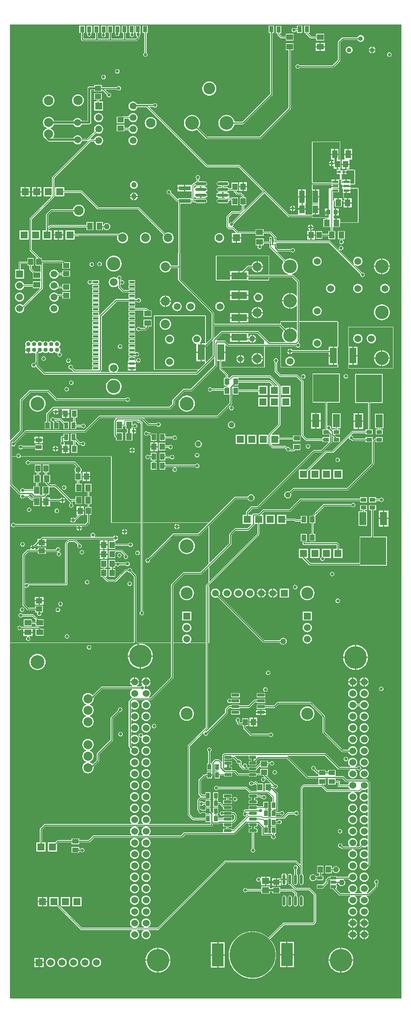
<source format=gbr>
G04 Layer_Physical_Order=6*
G04 Layer_Color=16711680*
%FSLAX26Y26*%
%MOIN*%
%TF.FileFunction,Copper,L6,Bot,Signal*%
%TF.Part,Single*%
G01*
G75*
%TA.AperFunction,SMDPad,CuDef*%
%ADD10R,0.041339X0.055118*%
%ADD12R,0.057087X0.045276*%
%ADD13R,0.059055X0.049213*%
%ADD14R,0.049213X0.059055*%
%ADD15R,0.045276X0.057087*%
%ADD16R,0.033465X0.051181*%
G04:AMPARAMS|DCode=17|XSize=25.591mil|YSize=64.961mil|CornerRadius=1.919mil|HoleSize=0mil|Usage=FLASHONLY|Rotation=90.000|XOffset=0mil|YOffset=0mil|HoleType=Round|Shape=RoundedRectangle|*
%AMROUNDEDRECTD17*
21,1,0.025591,0.061122,0,0,90.0*
21,1,0.021752,0.064961,0,0,90.0*
1,1,0.003839,0.030561,0.010876*
1,1,0.003839,0.030561,-0.010876*
1,1,0.003839,-0.030561,-0.010876*
1,1,0.003839,-0.030561,0.010876*
%
%ADD17ROUNDEDRECTD17*%
%ADD19R,0.102362X0.037402*%
%ADD21R,0.051181X0.033465*%
%ADD22R,0.062992X0.118110*%
%ADD23R,0.228346X0.244095*%
%TA.AperFunction,Conductor*%
%ADD27C,0.010000*%
%ADD28C,0.008000*%
%ADD29C,0.019685*%
%TA.AperFunction,ComponentPad*%
%ADD30C,0.082677*%
%ADD31R,0.060000X0.060000*%
%ADD32C,0.078740*%
%ADD33C,0.059055*%
%ADD34R,0.059055X0.059055*%
%ADD35R,0.059055X0.059055*%
%TA.AperFunction,ViaPad*%
%ADD36C,0.105000*%
%ADD37C,0.120000*%
%ADD38C,0.196850*%
%TA.AperFunction,ComponentPad*%
%ADD39C,0.074803*%
%ADD40R,0.062992X0.062992*%
%ADD41C,0.062992*%
%TA.AperFunction,ViaPad*%
%ADD42C,0.060000*%
%TA.AperFunction,ComponentPad*%
%ADD43C,0.047244*%
%ADD44C,0.118110*%
%ADD45C,0.060000*%
%ADD46C,0.120000*%
%ADD47C,0.102000*%
%ADD48C,0.040000*%
%ADD49C,0.078740*%
%ADD50C,0.067000*%
%ADD51C,0.117000*%
%ADD52C,0.037000*%
%ADD53R,0.037000X0.037000*%
%TA.AperFunction,ViaPad*%
%ADD54C,0.050000*%
%ADD55C,0.027559*%
%TA.AperFunction,SMDPad,CuDef*%
G04:AMPARAMS|DCode=56|XSize=25.591mil|YSize=47.244mil|CornerRadius=1.919mil|HoleSize=0mil|Usage=FLASHONLY|Rotation=90.000|XOffset=0mil|YOffset=0mil|HoleType=Round|Shape=RoundedRectangle|*
%AMROUNDEDRECTD56*
21,1,0.025591,0.043406,0,0,90.0*
21,1,0.021752,0.047244,0,0,90.0*
1,1,0.003839,0.021703,0.010876*
1,1,0.003839,0.021703,-0.010876*
1,1,0.003839,-0.021703,-0.010876*
1,1,0.003839,-0.021703,0.010876*
%
%ADD56ROUNDEDRECTD56*%
%ADD57R,0.055118X0.041339*%
%ADD58O,0.023622X0.086614*%
%ADD59R,0.011811X0.017716*%
%ADD60R,0.061024X0.053150*%
G04:AMPARAMS|DCode=61|XSize=23.622mil|YSize=57.087mil|CornerRadius=2.008mil|HoleSize=0mil|Usage=FLASHONLY|Rotation=90.000|XOffset=0mil|YOffset=0mil|HoleType=Round|Shape=RoundedRectangle|*
%AMROUNDEDRECTD61*
21,1,0.023622,0.053071,0,0,90.0*
21,1,0.019606,0.057087,0,0,90.0*
1,1,0.004016,0.026535,0.009803*
1,1,0.004016,0.026535,-0.009803*
1,1,0.004016,-0.026535,-0.009803*
1,1,0.004016,-0.026535,0.009803*
%
%ADD61ROUNDEDRECTD61*%
%ADD62R,0.062992X0.137795*%
%ADD63O,0.098425X0.027559*%
%ADD64R,0.037402X0.053150*%
%ADD65R,0.035433X0.039370*%
%ADD66R,0.045276X0.070866*%
%ADD67R,0.023622X0.019685*%
%ADD68R,0.051181X0.021654*%
%ADD69R,0.137795X0.062992*%
%ADD70R,0.045276X0.106299*%
%ADD71R,0.053150X0.037402*%
%ADD72R,0.098425X0.200787*%
%ADD73C,0.401575*%
%ADD74R,0.049500X0.024000*%
%TA.AperFunction,Conductor*%
%ADD75C,0.007992*%
G36*
X2233024Y5749557D02*
X2233024Y5714408D01*
X1923181Y5714408D01*
X1896346Y5741244D01*
X1893038Y5743454D01*
X1889136Y5744230D01*
X1824000Y5744230D01*
X1819638Y5748460D01*
X1819638Y5758218D01*
X1870223Y5808804D01*
X1937590Y5808804D01*
X1937590Y5780590D01*
X2016488Y5780590D01*
X2016488Y5775590D01*
X2021488Y5775590D01*
X2021488Y5734094D01*
X2095386Y5734094D01*
X2095386Y5741228D01*
X2097452Y5742221D01*
X2100386Y5742583D01*
X2105408Y5736038D01*
X2112719Y5730428D01*
X2121233Y5726901D01*
X2125370Y5726356D01*
X2125370Y5761000D01*
X2125370Y5795644D01*
X2121233Y5795099D01*
X2112719Y5791572D01*
X2105408Y5785962D01*
X2100386Y5779417D01*
X2097452Y5779779D01*
X2095386Y5780772D01*
X2095386Y5808804D01*
X2173777Y5808804D01*
X2233024Y5749557D01*
X2233024Y5749557D02*
G37*
G36*
X2403837Y5832878D02*
X2401707Y5830283D01*
X2395295Y5818286D01*
X2391346Y5805269D01*
X2390013Y5791732D01*
X2391346Y5778195D01*
X2395295Y5765178D01*
X2401707Y5753181D01*
X2410336Y5742666D01*
X2418221Y5736196D01*
X2416432Y5731196D01*
X2280223Y5731196D01*
X2185210Y5826210D01*
X2181902Y5828420D01*
X2178000Y5829196D01*
X1866000Y5829196D01*
X1862098Y5828420D01*
X1858790Y5826210D01*
X1800566Y5767985D01*
X1795566Y5770056D01*
X1795566Y5871694D01*
X2365021Y5871694D01*
X2403837Y5832878D01*
X2403837Y5832878D02*
G37*
G36*
X1801842Y2054037D02*
X1801842Y2000906D01*
X1814398Y2000906D01*
X1814398Y1993188D01*
X1801844Y1993188D01*
X1801844Y1932007D01*
X1845308Y1932007D01*
X1845308Y1957162D01*
X1885367Y1957162D01*
X1885367Y1956535D01*
X1885911Y1953801D01*
X1887460Y1951483D01*
X1889778Y1949934D01*
X1892513Y1949390D01*
X1945583Y1949390D01*
X1948318Y1949934D01*
X1950636Y1951483D01*
X1952185Y1953801D01*
X1952729Y1956535D01*
X1952729Y1976141D01*
X1956452Y1980804D01*
X1977115Y1980804D01*
X1998790Y1959128D01*
X2002098Y1956918D01*
X2006000Y1956142D01*
X2100012Y1956142D01*
X2100477Y1953801D01*
X2102026Y1951483D01*
X2104344Y1949934D01*
X2107079Y1949390D01*
X2160149Y1949390D01*
X2162884Y1949934D01*
X2165202Y1951483D01*
X2166751Y1953801D01*
X2167295Y1956535D01*
X2167295Y1957162D01*
X2213140Y1957162D01*
X2216652Y1957860D01*
X2217735Y1958584D01*
X2223679Y1958584D01*
X2225814Y1955388D01*
X2239873Y1941330D01*
X2236686Y1937446D01*
X2233327Y1939690D01*
X2226000Y1941147D01*
X2218673Y1939690D01*
X2212461Y1935539D01*
X2208310Y1929327D01*
X2206853Y1922000D01*
X2208310Y1914673D01*
X2212461Y1908461D01*
X2218673Y1904310D01*
X2226000Y1902853D01*
X2233327Y1904310D01*
X2239539Y1908461D01*
X2243690Y1914673D01*
X2245147Y1922000D01*
X2243690Y1929327D01*
X2241446Y1932686D01*
X2245330Y1935873D01*
X2288710Y1892493D01*
X2286797Y1887873D01*
X2240818Y1887873D01*
X2240818Y1822176D01*
X2225228Y1822176D01*
X2225228Y1887873D01*
X2182694Y1887873D01*
X2165307Y1905261D01*
X2162330Y1907250D01*
X2158818Y1907948D01*
X2155306Y1907250D01*
X2152329Y1905261D01*
X2145017Y1897948D01*
X2138519Y1897948D01*
X2135603Y1902311D01*
X2129391Y1906462D01*
X2122064Y1907919D01*
X2114737Y1906462D01*
X2108525Y1902311D01*
X2104374Y1896099D01*
X2102917Y1888772D01*
X2104374Y1881445D01*
X2108525Y1875233D01*
X2114737Y1871082D01*
X2122064Y1869625D01*
X2129391Y1871082D01*
X2135603Y1875233D01*
X2138519Y1879596D01*
X2148818Y1879596D01*
X2152330Y1880294D01*
X2155307Y1882283D01*
X2158818Y1885795D01*
X2169952Y1874661D01*
X2169952Y1822176D01*
X2120801Y1822176D01*
X2087717Y1855261D01*
X2084740Y1857250D01*
X2081228Y1857948D01*
X1833518Y1857948D01*
X1830603Y1862311D01*
X1824391Y1866462D01*
X1817064Y1867919D01*
X1809737Y1866462D01*
X1803525Y1862311D01*
X1799374Y1856099D01*
X1797917Y1848772D01*
X1799374Y1841445D01*
X1803525Y1835233D01*
X1809737Y1831082D01*
X1817064Y1829625D01*
X1824391Y1831082D01*
X1830603Y1835233D01*
X1833518Y1839596D01*
X2077427Y1839596D01*
X2110511Y1806511D01*
X2113488Y1804522D01*
X2117000Y1803824D01*
X2266901Y1803824D01*
X2306526Y1764199D01*
X2306526Y1727438D01*
X2293970Y1727438D01*
X2293970Y1666257D01*
X2300597Y1666257D01*
X2303586Y1661704D01*
X2301863Y1658543D01*
X2293968Y1658543D01*
X2293968Y1599536D01*
X2270502Y1599536D01*
X2270502Y1658543D01*
X2262506Y1658543D01*
X2259066Y1662542D01*
X2259928Y1666257D01*
X2270504Y1666257D01*
X2270504Y1727438D01*
X2227040Y1727438D01*
X2227040Y1688093D01*
X2226075Y1687128D01*
X2175168Y1687128D01*
X2175168Y1688828D01*
X2174631Y1691528D01*
X2173102Y1693817D01*
X2170813Y1695346D01*
X2168113Y1695883D01*
X2106991Y1695883D01*
X2104291Y1695346D01*
X2102002Y1693817D01*
X2100473Y1691528D01*
X2099936Y1688828D01*
X2099936Y1667076D01*
X2100047Y1666518D01*
X2097200Y1662096D01*
X2096369Y1661518D01*
X2067370Y1661518D01*
X2063468Y1660742D01*
X2060160Y1658532D01*
X2057950Y1655224D01*
X2057174Y1651322D01*
X2057950Y1647420D01*
X2058194Y1647056D01*
X2058194Y1638455D01*
X2053831Y1635539D01*
X2049680Y1629327D01*
X2048223Y1622000D01*
X2049680Y1614673D01*
X2053831Y1608461D01*
X2060043Y1604310D01*
X2067370Y1602853D01*
X2074697Y1604310D01*
X2080909Y1608461D01*
X2085060Y1614673D01*
X2085876Y1618776D01*
X2094993Y1618776D01*
X2095843Y1617111D01*
X2095856Y1616717D01*
X2093048Y1611589D01*
X2092488Y1611478D01*
X2089511Y1609489D01*
X1967151Y1487128D01*
X1952726Y1487128D01*
X1952726Y1488828D01*
X1952189Y1491528D01*
X1950660Y1493817D01*
X1948371Y1495346D01*
X1945671Y1495883D01*
X1924286Y1495883D01*
X1924286Y1510021D01*
X1945671Y1510021D01*
X1948371Y1510558D01*
X1950660Y1512087D01*
X1952189Y1514376D01*
X1952726Y1517076D01*
X1952726Y1538828D01*
X1956892Y1542804D01*
X1960000Y1542804D01*
X1963902Y1543580D01*
X1967210Y1545790D01*
X1991210Y1569790D01*
X1993420Y1573098D01*
X1994196Y1577000D01*
X1994196Y1611000D01*
X1993420Y1614902D01*
X1991210Y1618210D01*
X1975210Y1634210D01*
X1971902Y1636420D01*
X1968000Y1637196D01*
X1952726Y1637196D01*
X1952726Y1638828D01*
X1952189Y1641528D01*
X1950660Y1643817D01*
X1948371Y1645346D01*
X1945671Y1645883D01*
X1884549Y1645883D01*
X1881849Y1645346D01*
X1879560Y1643817D01*
X1878154Y1641712D01*
X1873697Y1644690D01*
X1866370Y1646147D01*
X1859043Y1644690D01*
X1852831Y1640539D01*
X1848680Y1634327D01*
X1847223Y1627000D01*
X1848680Y1619673D01*
X1852831Y1613461D01*
X1859043Y1609310D01*
X1866370Y1607853D01*
X1873697Y1609310D01*
X1879034Y1612876D01*
X1879560Y1612087D01*
X1881849Y1610558D01*
X1884549Y1610021D01*
X1945671Y1610021D01*
X1948371Y1610558D01*
X1950660Y1612087D01*
X1952189Y1614376D01*
X1952672Y1616804D01*
X1963777Y1616804D01*
X1973804Y1606777D01*
X1973804Y1581223D01*
X1957369Y1564788D01*
X1953035Y1566924D01*
X1952726Y1567216D01*
X1952726Y1588828D01*
X1952189Y1591528D01*
X1950660Y1593817D01*
X1948371Y1595346D01*
X1945671Y1595883D01*
X1884549Y1595883D01*
X1881849Y1595346D01*
X1879560Y1593817D01*
X1878031Y1591528D01*
X1877494Y1588828D01*
X1877494Y1587128D01*
X1833496Y1587128D01*
X1833496Y1611299D01*
X1820940Y1611299D01*
X1820940Y1617050D01*
X1833496Y1617050D01*
X1833496Y1678230D01*
X1790032Y1678230D01*
X1790032Y1631496D01*
X1785032Y1629979D01*
X1784210Y1631210D01*
X1769210Y1646210D01*
X1767893Y1647090D01*
X1766651Y1648073D01*
X1766566Y1648097D01*
X1766566Y1678230D01*
X1723102Y1678230D01*
X1723102Y1658782D01*
X1693699Y1658782D01*
X1693413Y1659209D01*
X1687201Y1663360D01*
X1679874Y1664817D01*
X1677165Y1664279D01*
X1673196Y1667762D01*
X1673196Y1693722D01*
X1678196Y1696395D01*
X1680421Y1694908D01*
X1687748Y1693451D01*
X1695075Y1694908D01*
X1701287Y1699059D01*
X1705438Y1705271D01*
X1705462Y1705392D01*
X1723102Y1705392D01*
X1723102Y1683977D01*
X1766566Y1683977D01*
X1766566Y1745159D01*
X1723102Y1745159D01*
X1723102Y1723744D01*
X1702886Y1723744D01*
X1701287Y1726137D01*
X1695075Y1730288D01*
X1687748Y1731745D01*
X1680421Y1730288D01*
X1678196Y1728802D01*
X1673196Y1731474D01*
X1673196Y1739777D01*
X1684223Y1750804D01*
X1744836Y1750804D01*
X1745356Y1750908D01*
X1766568Y1750908D01*
X1766568Y1812089D01*
X1723104Y1812089D01*
X1723104Y1792196D01*
X1694223Y1792196D01*
X1682196Y1804223D01*
X1682196Y1909777D01*
X1716947Y1944528D01*
X1731079Y1947060D01*
X1734914Y1943852D01*
X1734914Y1932007D01*
X1778378Y1932007D01*
X1778378Y1952277D01*
X1779902Y1952580D01*
X1783210Y1954790D01*
X1793210Y1964790D01*
X1795420Y1968098D01*
X1796196Y1972000D01*
X1796196Y2056278D01*
X1796842Y2056709D01*
X1801842Y2054037D01*
X1801842Y2054037D02*
G37*
G36*
X2943790Y1904790D02*
X2947098Y1902580D01*
X2951000Y1901804D01*
X2971518Y1901804D01*
X2973984Y1896804D01*
X2970430Y1892173D01*
X2966399Y1882442D01*
X2965721Y1877286D01*
X2893774Y1877286D01*
X2893774Y1903544D01*
X2893076Y1907056D01*
X2891087Y1910033D01*
X2888110Y1912022D01*
X2884598Y1912720D01*
X2856133Y1912720D01*
X2856133Y1931183D01*
X2860876Y1931804D01*
X2916777Y1931804D01*
X2943790Y1904790D01*
X2943790Y1904790D02*
G37*
G36*
X2872787Y5693070D02*
X2842354Y5693070D01*
X2842354Y5614172D01*
X2842354Y5535274D01*
X2872787Y5535274D01*
X2872787Y5515748D01*
X2380661Y5515748D01*
X2380661Y5694016D01*
X2513227Y5694016D01*
X2515461Y5690673D01*
X2521673Y5686522D01*
X2529000Y5685065D01*
X2536327Y5686522D01*
X2542539Y5690673D01*
X2546690Y5696885D01*
X2548147Y5704212D01*
X2546690Y5711539D01*
X2542539Y5717751D01*
X2536327Y5721902D01*
X2533879Y5722389D01*
X2532233Y5727814D01*
X2536210Y5731790D01*
X2538420Y5735098D01*
X2539196Y5739000D01*
X2539196Y5909449D01*
X2872787Y5909449D01*
X2872787Y5693070D01*
X2872787Y5693070D02*
G37*
G36*
X2518804Y5836084D02*
X2513804Y5834295D01*
X2508468Y5840798D01*
X2497953Y5849427D01*
X2485956Y5855839D01*
X2472939Y5859788D01*
X2464402Y5860629D01*
X2464402Y5791732D01*
X2454402Y5791732D01*
X2454402Y5860629D01*
X2445865Y5859788D01*
X2432848Y5855839D01*
X2420851Y5849427D01*
X2418256Y5847297D01*
X2380661Y5884892D01*
X2380661Y5909449D01*
X2518804Y5909449D01*
X2518804Y5836084D01*
X2518804Y5836084D02*
G37*
G36*
X3428633Y8498929D02*
X3428634Y13779D01*
X18457Y13780D01*
X18457Y3106110D01*
X18457Y3110730D01*
X1097878Y3110730D01*
X1098614Y3111035D01*
X1099407Y3110950D01*
X1100458Y3111798D01*
X1101705Y3112315D01*
X1102010Y3113051D01*
X1102630Y3113552D01*
X1105332Y3118508D01*
X1105528Y3120344D01*
X1105888Y3122154D01*
X1105216Y3125533D01*
X1105216Y3691635D01*
X1105216Y3691635D01*
X1103631Y3695462D01*
X1077639Y3721454D01*
X1078129Y3726430D01*
X1078908Y3726950D01*
X1079429Y3727729D01*
X1084405Y3728219D01*
X1113006Y3699617D01*
X1114322Y3697648D01*
X1114784Y3695325D01*
X1114784Y3129224D01*
X1114784Y3129223D01*
X1116369Y3125396D01*
X1116369Y3125396D01*
X1129450Y3112315D01*
X1133277Y3110730D01*
X1133277Y3110730D01*
X1154786Y3110730D01*
X1154982Y3105730D01*
X1150951Y3105413D01*
X1138356Y3104421D01*
X1121761Y3100437D01*
X1105994Y3093906D01*
X1091442Y3084989D01*
X1078465Y3073905D01*
X1067381Y3060928D01*
X1058464Y3046376D01*
X1051933Y3030609D01*
X1047948Y3014014D01*
X1047003Y3002000D01*
X1155370Y3002000D01*
X1263737Y3002000D01*
X1262792Y3014014D01*
X1258807Y3030609D01*
X1252276Y3046376D01*
X1243359Y3060928D01*
X1232275Y3073905D01*
X1219298Y3084989D01*
X1204746Y3093906D01*
X1188979Y3100437D01*
X1172384Y3104421D01*
X1159789Y3105413D01*
X1155758Y3105730D01*
X1155954Y3110730D01*
X1422804Y3110730D01*
X1422804Y2816223D01*
X1241777Y2635196D01*
X1231327Y2635196D01*
X1229630Y2640196D01*
X1233898Y2643472D01*
X1240310Y2651827D01*
X1244341Y2661558D01*
X1245715Y2672000D01*
X1244341Y2682442D01*
X1240310Y2692173D01*
X1233898Y2700528D01*
X1225543Y2706940D01*
X1215812Y2710970D01*
X1205370Y2712345D01*
X1195386Y2711031D01*
X1193812Y2712437D01*
X1191896Y2715127D01*
X1193263Y2722000D01*
X1191896Y2728873D01*
X1193812Y2731563D01*
X1195386Y2732969D01*
X1200370Y2732313D01*
X1200370Y2767000D01*
X1165683Y2767000D01*
X1166399Y2761558D01*
X1170430Y2751827D01*
X1174892Y2746012D01*
X1174694Y2744766D01*
X1172560Y2740838D01*
X1166789Y2739690D01*
X1160577Y2735539D01*
X1158343Y2732196D01*
X1127010Y2732196D01*
X1125672Y2736702D01*
X1125720Y2737196D01*
X1133898Y2743472D01*
X1140310Y2751827D01*
X1144341Y2761558D01*
X1145057Y2767000D01*
X1105370Y2767000D01*
X1065683Y2767000D01*
X1066399Y2761558D01*
X1070430Y2751827D01*
X1076842Y2743472D01*
X1085020Y2737196D01*
X1085068Y2736702D01*
X1083730Y2732196D01*
X820290Y2732196D01*
X816388Y2731420D01*
X813080Y2729210D01*
X742186Y2658315D01*
X737197Y2658642D01*
X734911Y2661621D01*
X724598Y2669535D01*
X712588Y2674509D01*
X699700Y2676206D01*
X686812Y2674509D01*
X674802Y2669535D01*
X664489Y2661621D01*
X656575Y2651308D01*
X651601Y2639298D01*
X649904Y2626410D01*
X651601Y2613522D01*
X656575Y2601512D01*
X664489Y2591199D01*
X674802Y2583285D01*
X684868Y2579116D01*
X684868Y2573704D01*
X674802Y2569535D01*
X664489Y2561621D01*
X656575Y2551308D01*
X651601Y2539298D01*
X649904Y2526410D01*
X651601Y2513522D01*
X656575Y2501512D01*
X664489Y2491199D01*
X674802Y2483285D01*
X684868Y2479116D01*
X684868Y2473704D01*
X674802Y2469535D01*
X664489Y2461621D01*
X656575Y2451308D01*
X651601Y2439298D01*
X649904Y2426410D01*
X651601Y2413522D01*
X656575Y2401512D01*
X664489Y2391199D01*
X674802Y2383285D01*
X686812Y2378311D01*
X699700Y2376614D01*
X712588Y2378311D01*
X724598Y2383285D01*
X734911Y2391199D01*
X742825Y2401512D01*
X747799Y2413522D01*
X749496Y2426410D01*
X747799Y2439298D01*
X742825Y2451308D01*
X734911Y2461621D01*
X724598Y2469535D01*
X714532Y2473704D01*
X714532Y2479116D01*
X724598Y2483285D01*
X734911Y2491199D01*
X742825Y2501512D01*
X747799Y2513522D01*
X749496Y2526410D01*
X747799Y2539298D01*
X742825Y2551308D01*
X734911Y2561621D01*
X724598Y2569535D01*
X714532Y2573704D01*
X714532Y2579116D01*
X724598Y2583285D01*
X734911Y2591199D01*
X742825Y2601512D01*
X747799Y2613522D01*
X749496Y2626410D01*
X748289Y2635580D01*
X824513Y2711804D01*
X1083730Y2711804D01*
X1085068Y2707298D01*
X1085020Y2706804D01*
X1076842Y2700528D01*
X1070430Y2692173D01*
X1066399Y2682442D01*
X1065025Y2672000D01*
X1066399Y2661558D01*
X1070430Y2651827D01*
X1076842Y2643472D01*
X1082655Y2639011D01*
X1082792Y2638573D01*
X1082135Y2633108D01*
X1080790Y2632210D01*
X1057790Y2609210D01*
X1055580Y2605902D01*
X1054804Y2602000D01*
X1054804Y2211726D01*
X1055580Y2207824D01*
X1057790Y2204516D01*
X1070343Y2191963D01*
X1066399Y2182442D01*
X1065025Y2172000D01*
X1066399Y2161558D01*
X1070430Y2151827D01*
X1076842Y2143472D01*
X1085197Y2137060D01*
X1094928Y2133030D01*
X1105370Y2131655D01*
X1115812Y2133030D01*
X1125543Y2137060D01*
X1133898Y2143472D01*
X1140310Y2151827D01*
X1144341Y2161558D01*
X1145715Y2172000D01*
X1144341Y2182442D01*
X1140310Y2192173D01*
X1133898Y2200528D01*
X1125543Y2206940D01*
X1115812Y2210970D01*
X1105370Y2212345D01*
X1094928Y2210970D01*
X1085197Y2206940D01*
X1084636Y2206509D01*
X1075196Y2215949D01*
X1075196Y2238432D01*
X1080196Y2240898D01*
X1085197Y2237060D01*
X1094928Y2233030D01*
X1105370Y2231655D01*
X1115812Y2233030D01*
X1125543Y2237060D01*
X1133898Y2243472D01*
X1140310Y2251827D01*
X1144341Y2261558D01*
X1145715Y2272000D01*
X1144341Y2282442D01*
X1140310Y2292173D01*
X1133898Y2300528D01*
X1125543Y2306940D01*
X1115812Y2310970D01*
X1105370Y2312345D01*
X1094928Y2310970D01*
X1085197Y2306940D01*
X1080196Y2303102D01*
X1075196Y2305568D01*
X1075196Y2338432D01*
X1080196Y2340898D01*
X1085197Y2337060D01*
X1094928Y2333030D01*
X1105370Y2331655D01*
X1115812Y2333030D01*
X1125543Y2337060D01*
X1133898Y2343472D01*
X1140310Y2351827D01*
X1144341Y2361558D01*
X1145715Y2372000D01*
X1144341Y2382442D01*
X1140310Y2392173D01*
X1133898Y2400528D01*
X1125543Y2406940D01*
X1115812Y2410970D01*
X1105370Y2412345D01*
X1094928Y2410970D01*
X1085197Y2406940D01*
X1080196Y2403102D01*
X1075196Y2405568D01*
X1075196Y2438432D01*
X1080196Y2440898D01*
X1085197Y2437060D01*
X1094928Y2433030D01*
X1105370Y2431655D01*
X1115812Y2433030D01*
X1125543Y2437060D01*
X1133898Y2443472D01*
X1140310Y2451827D01*
X1144341Y2461558D01*
X1145715Y2472000D01*
X1144341Y2482442D01*
X1140310Y2492173D01*
X1133898Y2500528D01*
X1125543Y2506940D01*
X1115812Y2510970D01*
X1105370Y2512345D01*
X1094928Y2510970D01*
X1085197Y2506940D01*
X1080196Y2503102D01*
X1075196Y2505568D01*
X1075196Y2538432D01*
X1080196Y2540898D01*
X1085197Y2537060D01*
X1094928Y2533030D01*
X1105370Y2531655D01*
X1115812Y2533030D01*
X1125543Y2537060D01*
X1133898Y2543472D01*
X1140310Y2551827D01*
X1144341Y2561558D01*
X1145715Y2572000D01*
X1144341Y2582442D01*
X1140310Y2592173D01*
X1133898Y2600528D01*
X1125543Y2606940D01*
X1118628Y2609804D01*
X1119623Y2614804D01*
X1191117Y2614804D01*
X1192112Y2609804D01*
X1185197Y2606940D01*
X1176842Y2600528D01*
X1170430Y2592173D01*
X1166399Y2582442D01*
X1165025Y2572000D01*
X1166399Y2561558D01*
X1170430Y2551827D01*
X1176842Y2543472D01*
X1185197Y2537060D01*
X1194928Y2533030D01*
X1205370Y2531655D01*
X1215812Y2533030D01*
X1225543Y2537060D01*
X1233898Y2543472D01*
X1240310Y2551827D01*
X1244341Y2561558D01*
X1245715Y2572000D01*
X1244341Y2582442D01*
X1240310Y2592173D01*
X1233898Y2600528D01*
X1225543Y2606940D01*
X1218628Y2609804D01*
X1219623Y2614804D01*
X1246000Y2614804D01*
X1249902Y2615580D01*
X1253210Y2617790D01*
X1440210Y2804790D01*
X1442420Y2808098D01*
X1443196Y2812000D01*
X1443196Y3110730D01*
X1526800Y3110730D01*
X1527636Y3111077D01*
X1528539Y3111017D01*
X1529476Y3111838D01*
X1530627Y3112315D01*
X1530714Y3112526D01*
X1533904Y3114273D01*
X1536010Y3114764D01*
X1539766Y3111883D01*
X1549381Y3107900D01*
X1559700Y3106541D01*
X1570019Y3107900D01*
X1579634Y3111883D01*
X1583390Y3114764D01*
X1585496Y3114273D01*
X1588686Y3112526D01*
X1588774Y3112315D01*
X1589924Y3111838D01*
X1590861Y3111017D01*
X1591764Y3111077D01*
X1592600Y3110730D01*
X1725816Y3110730D01*
X1725816Y2375849D01*
X1571023Y2221057D01*
X1569034Y2218080D01*
X1568336Y2214568D01*
X1568336Y1616142D01*
X1569034Y1612630D01*
X1571023Y1609653D01*
X1608425Y1572251D01*
X1611402Y1570262D01*
X1614914Y1569564D01*
X1723102Y1569564D01*
X1723102Y1550118D01*
X1766566Y1550117D01*
X1766804Y1545216D01*
X1766804Y1536606D01*
X1233164Y1536606D01*
X1231467Y1541606D01*
X1233898Y1543472D01*
X1240310Y1551827D01*
X1244341Y1561558D01*
X1245715Y1572000D01*
X1244341Y1582442D01*
X1240310Y1592173D01*
X1233898Y1600528D01*
X1225543Y1606940D01*
X1215812Y1610970D01*
X1205370Y1612345D01*
X1194928Y1610970D01*
X1185197Y1606940D01*
X1176842Y1600528D01*
X1170430Y1592173D01*
X1166399Y1582442D01*
X1165025Y1572000D01*
X1166399Y1561558D01*
X1170430Y1551827D01*
X1176842Y1543472D01*
X1179273Y1541606D01*
X1177576Y1536606D01*
X1133164Y1536606D01*
X1131467Y1541606D01*
X1133898Y1543472D01*
X1140310Y1551827D01*
X1144341Y1561558D01*
X1145715Y1572000D01*
X1144341Y1582442D01*
X1140310Y1592173D01*
X1133898Y1600528D01*
X1125543Y1606940D01*
X1115812Y1610970D01*
X1105370Y1612345D01*
X1094928Y1610970D01*
X1085197Y1606940D01*
X1076842Y1600528D01*
X1070430Y1592173D01*
X1066399Y1582442D01*
X1065025Y1572000D01*
X1066399Y1561558D01*
X1070430Y1551827D01*
X1076842Y1543472D01*
X1079273Y1541606D01*
X1077576Y1536606D01*
X326410Y1536606D01*
X322508Y1535830D01*
X319200Y1533620D01*
X282492Y1496912D01*
X280282Y1493604D01*
X279506Y1489702D01*
X279506Y1376410D01*
X249702Y1376410D01*
X249702Y1296410D01*
X329702Y1296410D01*
X329702Y1376410D01*
X299898Y1376410D01*
X299898Y1485479D01*
X330633Y1516214D01*
X1096450Y1516214D01*
X1096778Y1511214D01*
X1094928Y1510970D01*
X1085197Y1506940D01*
X1076842Y1500528D01*
X1070430Y1492173D01*
X1066399Y1482442D01*
X1065025Y1472000D01*
X1066399Y1461558D01*
X1070430Y1451827D01*
X1076842Y1443472D01*
X1079273Y1441606D01*
X1077576Y1436606D01*
X749700Y1436606D01*
X745798Y1435830D01*
X742490Y1433620D01*
X702877Y1394006D01*
X622261Y1394006D01*
X622261Y1409479D01*
X557143Y1409479D01*
X557143Y1394006D01*
X437102Y1394006D01*
X433200Y1393230D01*
X429892Y1391020D01*
X415283Y1376410D01*
X349702Y1376410D01*
X349702Y1296410D01*
X429702Y1296410D01*
X429702Y1361991D01*
X441325Y1373614D01*
X557143Y1373614D01*
X557143Y1358141D01*
X622261Y1358141D01*
X622261Y1373614D01*
X707100Y1373614D01*
X711002Y1374390D01*
X714310Y1376600D01*
X753923Y1416214D01*
X1096450Y1416214D01*
X1096778Y1411214D01*
X1094928Y1410970D01*
X1085197Y1406940D01*
X1076842Y1400528D01*
X1070430Y1392173D01*
X1066399Y1382442D01*
X1065025Y1372000D01*
X1066399Y1361558D01*
X1070430Y1351827D01*
X1076842Y1343472D01*
X1085197Y1337060D01*
X1094928Y1333030D01*
X1105370Y1331655D01*
X1115812Y1333030D01*
X1125543Y1337060D01*
X1133898Y1343472D01*
X1140310Y1351827D01*
X1144341Y1361558D01*
X1145715Y1372000D01*
X1144341Y1382442D01*
X1140310Y1392173D01*
X1133898Y1400528D01*
X1125543Y1406940D01*
X1115812Y1410970D01*
X1113962Y1411214D01*
X1114290Y1416214D01*
X1196450Y1416214D01*
X1196778Y1411214D01*
X1194928Y1410970D01*
X1185197Y1406940D01*
X1176842Y1400528D01*
X1170430Y1392173D01*
X1166399Y1382442D01*
X1165025Y1372000D01*
X1166399Y1361558D01*
X1170430Y1351827D01*
X1176842Y1343472D01*
X1185197Y1337060D01*
X1194928Y1333030D01*
X1205370Y1331655D01*
X1215812Y1333030D01*
X1225543Y1337060D01*
X1233898Y1343472D01*
X1240310Y1351827D01*
X1244341Y1361558D01*
X1245715Y1372000D01*
X1244341Y1382442D01*
X1240310Y1392173D01*
X1233898Y1400528D01*
X1225543Y1406940D01*
X1215812Y1410970D01*
X1213962Y1411214D01*
X1214290Y1416214D01*
X1514410Y1416214D01*
X1518312Y1416990D01*
X1521620Y1419200D01*
X1545223Y1442804D01*
X1973000Y1442804D01*
X1976902Y1443580D01*
X1980210Y1445790D01*
X2077223Y1542804D01*
X2095770Y1542804D01*
X2099936Y1538828D01*
X2099936Y1517076D01*
X2100473Y1514376D01*
X2102002Y1512087D01*
X2104291Y1510558D01*
X2106991Y1510021D01*
X2122419Y1510021D01*
X2122419Y1495883D01*
X2106991Y1495883D01*
X2104291Y1495346D01*
X2102002Y1493817D01*
X2100473Y1491528D01*
X2099936Y1488828D01*
X2099936Y1467076D01*
X2100473Y1464376D01*
X2102002Y1462087D01*
X2104291Y1460558D01*
X2106991Y1460021D01*
X2127824Y1460021D01*
X2127824Y1321455D01*
X2123461Y1318539D01*
X2119310Y1312327D01*
X2117853Y1305000D01*
X2119310Y1297673D01*
X2123461Y1291461D01*
X2129673Y1287310D01*
X2137000Y1285853D01*
X2144327Y1287310D01*
X2150539Y1291461D01*
X2154690Y1297673D01*
X2156147Y1305000D01*
X2154690Y1312327D01*
X2150539Y1318539D01*
X2146176Y1321455D01*
X2146176Y1460021D01*
X2168113Y1460021D01*
X2170813Y1460558D01*
X2173102Y1462087D01*
X2174631Y1464376D01*
X2175168Y1467076D01*
X2175168Y1488828D01*
X2174631Y1491528D01*
X2173102Y1493817D01*
X2170813Y1495346D01*
X2168113Y1495883D01*
X2152685Y1495883D01*
X2152685Y1510021D01*
X2168113Y1510021D01*
X2170813Y1510558D01*
X2173102Y1512087D01*
X2174631Y1514376D01*
X2175168Y1517076D01*
X2175168Y1537342D01*
X2178965Y1539399D01*
X2180023Y1539558D01*
X2211804Y1507777D01*
X2211804Y1444000D01*
X2212580Y1440098D01*
X2214790Y1436790D01*
X2218098Y1434580D01*
X2222000Y1433804D01*
X2288737Y1433804D01*
X2297339Y1425202D01*
X2296555Y1421258D01*
X2298012Y1413931D01*
X2302163Y1407719D01*
X2308375Y1403568D01*
X2315702Y1402111D01*
X2323029Y1403568D01*
X2329241Y1407719D01*
X2333392Y1413931D01*
X2334849Y1421258D01*
X2333392Y1428585D01*
X2329241Y1434797D01*
X2324878Y1437713D01*
X2324878Y1449726D01*
X2337434Y1449726D01*
X2337434Y1510907D01*
X2293970Y1510907D01*
X2293970Y1455025D01*
X2292960Y1454196D01*
X2270504Y1454196D01*
X2270504Y1510907D01*
X2259928Y1510907D01*
X2259066Y1514622D01*
X2262506Y1518621D01*
X2270502Y1518621D01*
X2270502Y1579802D01*
X2274930Y1581184D01*
X2289540Y1581184D01*
X2293968Y1579802D01*
X2293968Y1576184D01*
X2293968Y1518621D01*
X2337432Y1518621D01*
X2337432Y1539016D01*
X2354496Y1539016D01*
X2360043Y1535310D01*
X2367370Y1533853D01*
X2374697Y1535310D01*
X2380909Y1539461D01*
X2385060Y1545673D01*
X2386517Y1553000D01*
X2385060Y1560327D01*
X2380909Y1566539D01*
X2374697Y1570690D01*
X2367370Y1572147D01*
X2360043Y1570690D01*
X2353831Y1566539D01*
X2349680Y1560327D01*
X2349497Y1559408D01*
X2337432Y1559408D01*
X2337432Y1579802D01*
X2341860Y1581184D01*
X2405730Y1581184D01*
X2409242Y1581882D01*
X2412219Y1583871D01*
X2448171Y1619824D01*
X2498916Y1619824D01*
X2501831Y1615461D01*
X2508043Y1611310D01*
X2515370Y1609853D01*
X2522697Y1611310D01*
X2528909Y1615461D01*
X2533060Y1621673D01*
X2534517Y1629000D01*
X2533060Y1636327D01*
X2528909Y1642539D01*
X2522697Y1646690D01*
X2515370Y1648147D01*
X2508043Y1646690D01*
X2501831Y1642539D01*
X2498916Y1638176D01*
X2444370Y1638176D01*
X2440858Y1637478D01*
X2437881Y1635489D01*
X2401929Y1599536D01*
X2337432Y1599536D01*
X2337432Y1617804D01*
X2373597Y1617804D01*
X2375831Y1614461D01*
X2382043Y1610310D01*
X2389370Y1608853D01*
X2396697Y1610310D01*
X2402909Y1614461D01*
X2407060Y1620673D01*
X2408517Y1628000D01*
X2407060Y1635327D01*
X2402909Y1641539D01*
X2396697Y1645690D01*
X2389370Y1647147D01*
X2382043Y1645690D01*
X2375831Y1641539D01*
X2373597Y1638196D01*
X2337432Y1638196D01*
X2337432Y1648804D01*
X2343000Y1648804D01*
X2346902Y1649580D01*
X2350210Y1651790D01*
X2352420Y1655098D01*
X2353196Y1659000D01*
X2353196Y1800000D01*
X2352420Y1803902D01*
X2350210Y1807210D01*
X2309011Y1848408D01*
X2310924Y1853028D01*
X2316963Y1853028D01*
X2319879Y1848665D01*
X2326091Y1844514D01*
X2333418Y1843057D01*
X2340745Y1844514D01*
X2346957Y1848665D01*
X2351108Y1854877D01*
X2352565Y1862204D01*
X2351108Y1869531D01*
X2346957Y1875743D01*
X2340745Y1879894D01*
X2333418Y1881351D01*
X2329474Y1880567D01*
X2256076Y1953965D01*
X2257990Y1958584D01*
X2266567Y1958584D01*
X2266567Y2013860D01*
X2199481Y2013860D01*
X2199481Y1975514D01*
X2167295Y1975514D01*
X2167295Y1976141D01*
X2166751Y1978875D01*
X2165202Y1981194D01*
X2162884Y1982742D01*
X2160149Y1983286D01*
X2107079Y1983286D01*
X2104344Y1982742D01*
X2102026Y1981194D01*
X2100477Y1978875D01*
X2100012Y1976534D01*
X2010223Y1976534D01*
X1988548Y1998210D01*
X1985240Y2000420D01*
X1981338Y2001196D01*
X1956377Y2001196D01*
X1955733Y2001596D01*
X1952661Y2006196D01*
X1952729Y2006535D01*
X1952729Y2026141D01*
X1952185Y2028875D01*
X1950636Y2031194D01*
X1948318Y2032742D01*
X1945583Y2033286D01*
X1934181Y2033286D01*
X1934181Y2049390D01*
X1945583Y2049390D01*
X1948318Y2049934D01*
X1950636Y2051483D01*
X1952185Y2053801D01*
X1952729Y2056535D01*
X1952729Y2076141D01*
X1952185Y2078875D01*
X1950636Y2081193D01*
X1948318Y2082742D01*
X1945583Y2083286D01*
X1892513Y2083286D01*
X1890196Y2085188D01*
X1890196Y2097488D01*
X1892513Y2099390D01*
X1945583Y2099390D01*
X1948318Y2099934D01*
X1950636Y2101483D01*
X1952185Y2103801D01*
X1952650Y2106142D01*
X1968439Y2106142D01*
X1991637Y2082944D01*
X1990853Y2079000D01*
X1992310Y2071673D01*
X1996461Y2065461D01*
X2002673Y2061310D01*
X2010000Y2059853D01*
X2013289Y2060507D01*
X2017154Y2057335D01*
X2017154Y2043308D01*
X2017852Y2039796D01*
X2019841Y2036819D01*
X2046811Y2009849D01*
X2049788Y2007860D01*
X2053300Y2007162D01*
X2099933Y2007162D01*
X2099933Y2006535D01*
X2100477Y2003801D01*
X2102026Y2001483D01*
X2104344Y1999934D01*
X2107079Y1999390D01*
X2160149Y1999390D01*
X2162884Y1999934D01*
X2165202Y2001483D01*
X2166751Y2003801D01*
X2167295Y2006535D01*
X2167295Y2009877D01*
X2194861Y2037444D01*
X2199481Y2035531D01*
X2199481Y2029450D01*
X2266567Y2029450D01*
X2266567Y2053816D01*
X2285468Y2053816D01*
X2288383Y2049453D01*
X2294595Y2045302D01*
X2301922Y2043845D01*
X2309249Y2045302D01*
X2315461Y2049453D01*
X2319612Y2055665D01*
X2321069Y2062992D01*
X2319612Y2070319D01*
X2315461Y2076531D01*
X2309249Y2080682D01*
X2301922Y2082139D01*
X2294595Y2080682D01*
X2288383Y2076531D01*
X2285468Y2072168D01*
X2266567Y2072168D01*
X2266567Y2084726D01*
X2199481Y2084726D01*
X2199481Y2065857D01*
X2198016Y2065566D01*
X2195039Y2063577D01*
X2163676Y2032213D01*
X2162884Y2032742D01*
X2160149Y2033286D01*
X2107079Y2033286D01*
X2104344Y2032742D01*
X2102026Y2031194D01*
X2100477Y2028875D01*
X2099933Y2026141D01*
X2099933Y2025514D01*
X2090674Y2025514D01*
X2090210Y2026210D01*
X2083110Y2033309D01*
X2084690Y2035673D01*
X2086147Y2043000D01*
X2084690Y2050327D01*
X2080539Y2056539D01*
X2074327Y2060690D01*
X2067000Y2062147D01*
X2059673Y2060690D01*
X2053461Y2056539D01*
X2049310Y2050327D01*
X2047853Y2043000D01*
X2048142Y2041544D01*
X2043534Y2039081D01*
X2035506Y2047109D01*
X2035506Y2082678D01*
X2034808Y2086190D01*
X2032819Y2089167D01*
X2029842Y2091156D01*
X2026330Y2091854D01*
X2023997Y2091854D01*
X2023539Y2092539D01*
X2017327Y2096690D01*
X2010000Y2098147D01*
X2006056Y2097363D01*
X1979872Y2123548D01*
X1977991Y2124804D01*
X1979508Y2129804D01*
X2095564Y2129804D01*
X2099933Y2126141D01*
X2099933Y2106535D01*
X2100477Y2103801D01*
X2102026Y2101483D01*
X2104344Y2099934D01*
X2107079Y2099390D01*
X2118481Y2099390D01*
X2118481Y2083286D01*
X2107079Y2083286D01*
X2104344Y2082742D01*
X2102026Y2081193D01*
X2100477Y2078875D01*
X2099933Y2076141D01*
X2099933Y2056535D01*
X2100477Y2053801D01*
X2102026Y2051483D01*
X2104344Y2049934D01*
X2107079Y2049390D01*
X2160149Y2049390D01*
X2162884Y2049934D01*
X2165202Y2051483D01*
X2166751Y2053801D01*
X2167295Y2056535D01*
X2167295Y2076141D01*
X2166751Y2078875D01*
X2165202Y2081193D01*
X2164994Y2083299D01*
X2187499Y2105804D01*
X2430777Y2105804D01*
X2601790Y1934790D01*
X2605098Y1932580D01*
X2609000Y1931804D01*
X2701627Y1931804D01*
X2706369Y1931181D01*
X2706369Y1879843D01*
X2702427Y1877288D01*
X2577514Y1877288D01*
X2574002Y1876590D01*
X2571025Y1874601D01*
X2551535Y1855111D01*
X2549546Y1852134D01*
X2548848Y1848622D01*
X2548848Y1188686D01*
X2544228Y1186773D01*
X2518513Y1212489D01*
X2515536Y1214478D01*
X2512024Y1215176D01*
X1894000Y1215176D01*
X1890488Y1214478D01*
X1887511Y1212489D01*
X1305199Y630176D01*
X1221990Y630176D01*
X1220995Y635176D01*
X1225543Y637060D01*
X1233898Y643472D01*
X1240310Y651827D01*
X1244341Y661558D01*
X1245715Y672000D01*
X1244341Y682442D01*
X1240310Y692173D01*
X1233898Y700528D01*
X1225543Y706940D01*
X1215812Y710971D01*
X1205370Y712345D01*
X1194928Y710971D01*
X1185197Y706940D01*
X1176842Y700528D01*
X1170430Y692173D01*
X1166399Y682442D01*
X1165025Y672000D01*
X1166399Y661558D01*
X1170430Y651827D01*
X1176842Y643472D01*
X1185197Y637060D01*
X1189745Y635176D01*
X1188750Y630176D01*
X1121990Y630176D01*
X1120995Y635176D01*
X1125543Y637060D01*
X1133898Y643472D01*
X1140310Y651827D01*
X1144341Y661558D01*
X1145715Y672000D01*
X1144341Y682442D01*
X1140310Y692173D01*
X1133898Y700528D01*
X1125543Y706940D01*
X1115812Y710971D01*
X1105370Y712345D01*
X1094928Y710971D01*
X1085197Y706940D01*
X1076842Y700528D01*
X1070430Y692173D01*
X1066399Y682442D01*
X1065025Y672000D01*
X1066399Y661558D01*
X1070430Y651827D01*
X1076842Y643472D01*
X1085197Y637060D01*
X1089745Y635176D01*
X1088750Y630176D01*
X645351Y630176D01*
X459844Y815684D01*
X463346Y819252D01*
X468281Y819252D01*
X543300Y819252D01*
X543300Y899252D01*
X463300Y899252D01*
X463300Y824252D01*
X463300Y819298D01*
X459732Y815796D01*
X443300Y832227D01*
X443300Y899252D01*
X363300Y899252D01*
X363300Y819252D01*
X430321Y819252D01*
X635061Y614511D01*
X638038Y612522D01*
X641550Y611824D01*
X1083922Y611824D01*
X1085098Y607319D01*
X1085046Y606824D01*
X1076842Y600528D01*
X1070430Y592173D01*
X1066399Y582442D01*
X1065025Y572000D01*
X1066399Y561558D01*
X1070430Y551827D01*
X1076842Y543472D01*
X1085197Y537060D01*
X1094928Y533029D01*
X1105370Y531655D01*
X1115812Y533029D01*
X1125543Y537060D01*
X1133898Y543472D01*
X1140310Y551827D01*
X1144341Y561558D01*
X1145715Y572000D01*
X1144341Y582442D01*
X1140310Y592173D01*
X1133898Y600528D01*
X1125694Y606824D01*
X1125642Y607319D01*
X1126818Y611824D01*
X1183922Y611824D01*
X1185098Y607319D01*
X1185046Y606824D01*
X1176842Y600528D01*
X1170430Y592173D01*
X1166399Y582442D01*
X1165025Y572000D01*
X1166399Y561558D01*
X1170430Y551827D01*
X1176842Y543472D01*
X1185197Y537060D01*
X1194928Y533029D01*
X1205370Y531655D01*
X1215812Y533029D01*
X1225543Y537060D01*
X1233898Y543472D01*
X1240310Y551827D01*
X1244341Y561558D01*
X1245715Y572000D01*
X1244341Y582442D01*
X1240310Y592173D01*
X1233898Y600528D01*
X1225694Y606824D01*
X1225642Y607319D01*
X1226818Y611824D01*
X1309000Y611824D01*
X1312512Y612522D01*
X1315489Y614511D01*
X1897801Y1196824D01*
X2508223Y1196824D01*
X2548848Y1156199D01*
X2548848Y1098733D01*
X2545904Y1096766D01*
X2542188Y1091205D01*
X2540884Y1084646D01*
X2540884Y1021654D01*
X2542188Y1015095D01*
X2545904Y1009534D01*
X2551465Y1005818D01*
X2558024Y1004514D01*
X2564583Y1005818D01*
X2570144Y1009534D01*
X2573860Y1015095D01*
X2575164Y1021654D01*
X2575164Y1084646D01*
X2573860Y1091205D01*
X2570144Y1096766D01*
X2567200Y1098733D01*
X2567200Y1160000D01*
X2567200Y1844821D01*
X2581315Y1858936D01*
X2735127Y1858936D01*
X2775747Y1818315D01*
X2778724Y1816326D01*
X2782236Y1815628D01*
X2993756Y1815628D01*
X2994928Y1810970D01*
X2985197Y1806940D01*
X2976842Y1800528D01*
X2970430Y1792173D01*
X2966399Y1782442D01*
X2965025Y1772000D01*
X2966399Y1761558D01*
X2970430Y1751827D01*
X2976842Y1743472D01*
X2985197Y1737060D01*
X2994928Y1733030D01*
X3005370Y1731655D01*
X3015812Y1733030D01*
X3025543Y1737060D01*
X3033898Y1743472D01*
X3040310Y1751827D01*
X3044340Y1761558D01*
X3045715Y1772000D01*
X3044340Y1782442D01*
X3040310Y1792173D01*
X3033898Y1800528D01*
X3025543Y1806940D01*
X3015812Y1810970D01*
X3016984Y1815628D01*
X3064126Y1815628D01*
X3067638Y1816326D01*
X3070615Y1818315D01*
X3088140Y1835841D01*
X3094928Y1833030D01*
X3105370Y1831655D01*
X3115812Y1833030D01*
X3125543Y1837060D01*
X3130804Y1841097D01*
X3135804Y1838631D01*
X3135804Y1805369D01*
X3130804Y1802903D01*
X3125543Y1806940D01*
X3115812Y1810970D01*
X3105370Y1812345D01*
X3094928Y1810970D01*
X3085197Y1806940D01*
X3076842Y1800528D01*
X3070430Y1792173D01*
X3066399Y1782442D01*
X3065025Y1772000D01*
X3066399Y1761558D01*
X3070430Y1751827D01*
X3076842Y1743472D01*
X3085197Y1737060D01*
X3094928Y1733030D01*
X3105370Y1731655D01*
X3115812Y1733030D01*
X3125543Y1737060D01*
X3130804Y1741097D01*
X3135804Y1738631D01*
X3135804Y1705369D01*
X3130804Y1702903D01*
X3125543Y1706940D01*
X3115812Y1710970D01*
X3105370Y1712345D01*
X3094928Y1710970D01*
X3085197Y1706940D01*
X3076842Y1700528D01*
X3070430Y1692173D01*
X3066399Y1682442D01*
X3065025Y1672000D01*
X3066399Y1661558D01*
X3070430Y1651827D01*
X3076842Y1643472D01*
X3085197Y1637060D01*
X3094928Y1633030D01*
X3105370Y1631655D01*
X3115812Y1633030D01*
X3125543Y1637060D01*
X3130804Y1641097D01*
X3135804Y1638631D01*
X3135804Y1605369D01*
X3130804Y1602903D01*
X3125543Y1606940D01*
X3115812Y1610970D01*
X3105370Y1612345D01*
X3094928Y1610970D01*
X3085197Y1606940D01*
X3076842Y1600528D01*
X3070430Y1592173D01*
X3066399Y1582442D01*
X3065025Y1572000D01*
X3066399Y1561558D01*
X3070430Y1551827D01*
X3076842Y1543472D01*
X3085197Y1537060D01*
X3094928Y1533030D01*
X3105370Y1531655D01*
X3115812Y1533030D01*
X3125543Y1537060D01*
X3130804Y1541097D01*
X3135804Y1538631D01*
X3135804Y1505369D01*
X3130804Y1502903D01*
X3125543Y1506940D01*
X3115812Y1510970D01*
X3105370Y1512345D01*
X3094928Y1510970D01*
X3085197Y1506940D01*
X3076842Y1500528D01*
X3070430Y1492173D01*
X3066399Y1482442D01*
X3065025Y1472000D01*
X3066399Y1461558D01*
X3070430Y1451827D01*
X3076842Y1443472D01*
X3085197Y1437060D01*
X3094928Y1433030D01*
X3105370Y1431655D01*
X3115812Y1433030D01*
X3125543Y1437060D01*
X3130804Y1441097D01*
X3135804Y1438631D01*
X3135804Y1405369D01*
X3130804Y1402903D01*
X3125543Y1406940D01*
X3115812Y1410970D01*
X3105370Y1412345D01*
X3094928Y1410970D01*
X3085197Y1406940D01*
X3076842Y1400528D01*
X3070430Y1392173D01*
X3066399Y1382442D01*
X3065025Y1372000D01*
X3066399Y1361558D01*
X3070430Y1351827D01*
X3070602Y1351603D01*
X3056195Y1337196D01*
X3033497Y1337196D01*
X3031890Y1341931D01*
X3033898Y1343472D01*
X3040310Y1351827D01*
X3044340Y1361558D01*
X3045715Y1372000D01*
X3044340Y1382442D01*
X3040310Y1392173D01*
X3033898Y1400528D01*
X3025543Y1406940D01*
X3015812Y1410970D01*
X3005370Y1412345D01*
X2994928Y1410970D01*
X2985197Y1406940D01*
X2976842Y1400528D01*
X2970430Y1392173D01*
X2966399Y1382442D01*
X2965025Y1372000D01*
X2966399Y1361558D01*
X2970430Y1351827D01*
X2976842Y1343472D01*
X2978850Y1341931D01*
X2977243Y1337196D01*
X2920223Y1337196D01*
X2914363Y1343056D01*
X2915147Y1347000D01*
X2913690Y1354327D01*
X2909539Y1360539D01*
X2903327Y1364690D01*
X2896000Y1366147D01*
X2888673Y1364690D01*
X2882461Y1360539D01*
X2878310Y1354327D01*
X2876853Y1347000D01*
X2878310Y1339673D01*
X2882461Y1333461D01*
X2888673Y1329310D01*
X2896000Y1327853D01*
X2899944Y1328637D01*
X2908790Y1319790D01*
X2912098Y1317580D01*
X2916000Y1316804D01*
X3000932Y1316804D01*
X3001260Y1311804D01*
X2994928Y1310970D01*
X2985197Y1306940D01*
X2976842Y1300528D01*
X2970430Y1292173D01*
X2966399Y1282442D01*
X2965025Y1272000D01*
X2966399Y1261558D01*
X2970430Y1251827D01*
X2976842Y1243472D01*
X2985197Y1237060D01*
X2994928Y1233030D01*
X3005370Y1231655D01*
X3015812Y1233030D01*
X3025543Y1237060D01*
X3033898Y1243472D01*
X3040310Y1251827D01*
X3044340Y1261558D01*
X3045715Y1272000D01*
X3044340Y1282442D01*
X3040310Y1292173D01*
X3033898Y1300528D01*
X3025543Y1306940D01*
X3015812Y1310970D01*
X3009480Y1311804D01*
X3009808Y1316804D01*
X3060418Y1316804D01*
X3064320Y1317580D01*
X3067628Y1319790D01*
X3085028Y1337190D01*
X3085197Y1337060D01*
X3094928Y1333030D01*
X3105370Y1331655D01*
X3115812Y1333030D01*
X3125543Y1337060D01*
X3130804Y1341097D01*
X3135804Y1338631D01*
X3135804Y1305369D01*
X3130804Y1302903D01*
X3125543Y1306940D01*
X3115812Y1310970D01*
X3105370Y1312345D01*
X3094928Y1310970D01*
X3085197Y1306940D01*
X3076842Y1300528D01*
X3070430Y1292173D01*
X3066399Y1282442D01*
X3065025Y1272000D01*
X3066399Y1261558D01*
X3070430Y1251827D01*
X3076842Y1243472D01*
X3085197Y1237060D01*
X3094928Y1233030D01*
X3105370Y1231655D01*
X3115812Y1233030D01*
X3125543Y1237060D01*
X3130804Y1241097D01*
X3135804Y1238631D01*
X3135804Y1205369D01*
X3130804Y1202903D01*
X3125543Y1206940D01*
X3115812Y1210970D01*
X3105370Y1212345D01*
X3094928Y1210970D01*
X3085197Y1206940D01*
X3076842Y1200528D01*
X3070430Y1192173D01*
X3066399Y1182442D01*
X3065025Y1172000D01*
X3066399Y1161558D01*
X3070430Y1151827D01*
X3076842Y1143472D01*
X3085197Y1137060D01*
X3094928Y1133030D01*
X3105370Y1131655D01*
X3115812Y1133030D01*
X3125543Y1137060D01*
X3133898Y1143472D01*
X3140310Y1151827D01*
X3144340Y1161558D01*
X3144950Y1166184D01*
X3153210Y1174444D01*
X3155420Y1177752D01*
X3156196Y1181654D01*
X3156196Y1896000D01*
X3155420Y1899902D01*
X3153210Y1903210D01*
X3137210Y1919210D01*
X3133902Y1921420D01*
X3130000Y1922196D01*
X2955223Y1922196D01*
X2928210Y1949210D01*
X2924902Y1951420D01*
X2921000Y1952196D01*
X2860118Y1952196D01*
X2856133Y1954647D01*
X2856133Y1957196D01*
X2856133Y2005985D01*
X2791015Y2005985D01*
X2791015Y1990512D01*
X2771487Y1990512D01*
X2771487Y2005985D01*
X2706369Y2005985D01*
X2706369Y1998899D01*
X2701750Y1996986D01*
X2681521Y2017214D01*
X2682305Y2021158D01*
X2680848Y2028485D01*
X2676697Y2034697D01*
X2670485Y2038848D01*
X2663158Y2040305D01*
X2655831Y2038848D01*
X2649619Y2034697D01*
X2645468Y2028485D01*
X2644011Y2021158D01*
X2645468Y2013831D01*
X2649619Y2007619D01*
X2655831Y2003468D01*
X2663158Y2002011D01*
X2667102Y2002795D01*
X2696790Y1973106D01*
X2700098Y1970896D01*
X2704000Y1970120D01*
X2706369Y1967751D01*
X2706369Y1954647D01*
X2702384Y1952196D01*
X2613223Y1952196D01*
X2442210Y2123210D01*
X2439823Y2124804D01*
X2440474Y2129352D01*
X2440655Y2129804D01*
X2762777Y2129804D01*
X2877790Y2014790D01*
X2881098Y2012580D01*
X2885000Y2011804D01*
X2983730Y2011804D01*
X2985068Y2007298D01*
X2985020Y2006804D01*
X2976842Y2000528D01*
X2970430Y1992173D01*
X2966399Y1982442D01*
X2965025Y1972000D01*
X2966399Y1961558D01*
X2970430Y1951827D01*
X2976842Y1943472D01*
X2985197Y1937060D01*
X2994928Y1933030D01*
X3005370Y1931655D01*
X3015812Y1933030D01*
X3025543Y1937060D01*
X3033898Y1943472D01*
X3040310Y1951827D01*
X3044340Y1961558D01*
X3045715Y1972000D01*
X3044340Y1982442D01*
X3040310Y1992173D01*
X3033898Y2000528D01*
X3025720Y2006804D01*
X3025672Y2007298D01*
X3027010Y2011804D01*
X3043343Y2011804D01*
X3045577Y2008461D01*
X3051789Y2004310D01*
X3059116Y2002853D01*
X3066443Y2004310D01*
X3072655Y2008461D01*
X3076806Y2014673D01*
X3078263Y2022000D01*
X3076806Y2029327D01*
X3072655Y2035539D01*
X3066443Y2039690D01*
X3059116Y2041147D01*
X3051789Y2039690D01*
X3045577Y2035539D01*
X3043343Y2032196D01*
X3027010Y2032196D01*
X3025672Y2036702D01*
X3025720Y2037196D01*
X3033898Y2043472D01*
X3040310Y2051827D01*
X3044340Y2061558D01*
X3045715Y2072000D01*
X3044340Y2082442D01*
X3040310Y2092173D01*
X3033898Y2100528D01*
X3025543Y2106940D01*
X3015812Y2110970D01*
X3005370Y2112345D01*
X2994928Y2110970D01*
X2985197Y2106940D01*
X2976842Y2100528D01*
X2970430Y2092173D01*
X2966399Y2082442D01*
X2965025Y2072000D01*
X2966399Y2061558D01*
X2970430Y2051827D01*
X2976842Y2043472D01*
X2985020Y2037196D01*
X2985068Y2036702D01*
X2983730Y2032196D01*
X2889223Y2032196D01*
X2774210Y2147210D01*
X2770902Y2149420D01*
X2767000Y2150196D01*
X1888000Y2150196D01*
X1884098Y2149420D01*
X1880790Y2147210D01*
X1872790Y2139210D01*
X1870580Y2135902D01*
X1869804Y2132000D01*
X1869804Y2078333D01*
X1866510Y2076811D01*
X1864804Y2076615D01*
X1847210Y2094210D01*
X1843902Y2096420D01*
X1840000Y2097196D01*
X1808000Y2097196D01*
X1804098Y2096420D01*
X1800790Y2094210D01*
X1778790Y2072210D01*
X1776580Y2068902D01*
X1775804Y2065000D01*
X1775804Y2062086D01*
X1766840Y2062086D01*
X1766840Y2165227D01*
X1770183Y2167461D01*
X1774334Y2173673D01*
X1775791Y2181000D01*
X1774334Y2188327D01*
X1770183Y2194539D01*
X1763971Y2198690D01*
X1756644Y2200147D01*
X1749317Y2198690D01*
X1743105Y2194539D01*
X1738954Y2188327D01*
X1737497Y2181000D01*
X1738954Y2173673D01*
X1743105Y2167461D01*
X1746448Y2165227D01*
X1746448Y2062086D01*
X1734912Y2062086D01*
X1734912Y2000906D01*
X1775804Y2000906D01*
X1775804Y1993188D01*
X1734914Y1993188D01*
X1734914Y1968464D01*
X1710202Y1964036D01*
X1709177Y1963634D01*
X1708098Y1963420D01*
X1707343Y1962915D01*
X1706498Y1962584D01*
X1705705Y1961821D01*
X1704790Y1961210D01*
X1664790Y1921210D01*
X1662580Y1917902D01*
X1661804Y1914000D01*
X1661804Y1800000D01*
X1662580Y1796098D01*
X1664790Y1792790D01*
X1681385Y1776196D01*
X1680340Y1772424D01*
X1679593Y1771115D01*
X1676098Y1770420D01*
X1672790Y1768210D01*
X1655790Y1751210D01*
X1653580Y1747902D01*
X1652804Y1744000D01*
X1652804Y1662544D01*
X1653580Y1658642D01*
X1655790Y1655334D01*
X1661511Y1649614D01*
X1660727Y1645670D01*
X1662184Y1638343D01*
X1666335Y1632131D01*
X1672547Y1627980D01*
X1679874Y1626523D01*
X1687201Y1627980D01*
X1693413Y1632131D01*
X1694814Y1634227D01*
X1723102Y1631930D01*
X1723102Y1617050D01*
X1760968Y1617050D01*
X1762676Y1614174D01*
X1760968Y1611299D01*
X1723102Y1611299D01*
X1723102Y1587916D01*
X1618715Y1587916D01*
X1586688Y1619943D01*
X1586688Y2210767D01*
X1702706Y2326785D01*
X1707314Y2324322D01*
X1706853Y2322000D01*
X1708310Y2314673D01*
X1712461Y2308461D01*
X1718673Y2304310D01*
X1726000Y2302853D01*
X1733327Y2304310D01*
X1739539Y2308461D01*
X1743690Y2314673D01*
X1745147Y2322000D01*
X1744363Y2325944D01*
X1912210Y2493790D01*
X1914420Y2497098D01*
X1915196Y2501000D01*
X1915196Y2531777D01*
X1929917Y2546498D01*
X1946390Y2546498D01*
X1946390Y2545818D01*
X1946927Y2543118D01*
X1948456Y2540829D01*
X1950745Y2539300D01*
X1953445Y2538763D01*
X2014567Y2538763D01*
X2017267Y2539300D01*
X2019556Y2540829D01*
X2021085Y2543118D01*
X2021622Y2545818D01*
X2021622Y2546498D01*
X2100064Y2546498D01*
X2103966Y2547274D01*
X2107274Y2549484D01*
X2154287Y2596498D01*
X2168830Y2596498D01*
X2168830Y2595818D01*
X2169367Y2593118D01*
X2170896Y2590829D01*
X2173185Y2589300D01*
X2175885Y2588763D01*
X2237007Y2588763D01*
X2239707Y2589300D01*
X2241996Y2590829D01*
X2243525Y2593118D01*
X2244062Y2595818D01*
X2244062Y2617570D01*
X2243525Y2620270D01*
X2241996Y2622559D01*
X2239707Y2624088D01*
X2237007Y2624625D01*
X2175885Y2624625D01*
X2173185Y2624088D01*
X2170896Y2622559D01*
X2169367Y2620270D01*
X2168830Y2617570D01*
X2168830Y2616890D01*
X2150064Y2616890D01*
X2146162Y2616114D01*
X2142854Y2613904D01*
X2095841Y2566890D01*
X2021622Y2566890D01*
X2021622Y2567570D01*
X2021085Y2570270D01*
X2019556Y2572559D01*
X2017267Y2574088D01*
X2014567Y2574625D01*
X1953445Y2574625D01*
X1950745Y2574088D01*
X1948456Y2572559D01*
X1946927Y2570270D01*
X1946390Y2567570D01*
X1946390Y2566890D01*
X1925694Y2566890D01*
X1921792Y2566114D01*
X1918484Y2563904D01*
X1897790Y2543210D01*
X1895580Y2539902D01*
X1894804Y2536000D01*
X1894804Y2505223D01*
X1729944Y2340363D01*
X1726000Y2341147D01*
X1723678Y2340686D01*
X1721215Y2345294D01*
X1741481Y2365559D01*
X1743470Y2368536D01*
X1744168Y2372048D01*
X1744168Y3110730D01*
X1749700Y3110730D01*
X1753527Y3112315D01*
X1755112Y3116142D01*
X1755112Y3601462D01*
X1754799Y3602218D01*
X1754879Y3603033D01*
X1754036Y3604061D01*
X1753527Y3605289D01*
X1752771Y3605602D01*
X1752251Y3606235D01*
X1750506Y3607168D01*
X1749586Y3613319D01*
X2191875Y4055607D01*
X2193864Y4058584D01*
X2194562Y4062096D01*
X2194562Y4147008D01*
X2225386Y4147008D01*
X2225386Y4227008D01*
X2211600Y4227008D01*
X2209687Y4231627D01*
X2231863Y4253804D01*
X2456000Y4253804D01*
X2459902Y4254580D01*
X2463210Y4256790D01*
X2554491Y4348072D01*
X3068575Y4348072D01*
X3068575Y4336536D01*
X3129756Y4336536D01*
X3129756Y4380000D01*
X3068575Y4380000D01*
X3068575Y4368464D01*
X2550268Y4368464D01*
X2546366Y4367688D01*
X2543058Y4365478D01*
X2451777Y4274196D01*
X2227640Y4274196D01*
X2223738Y4273420D01*
X2220430Y4271210D01*
X2187051Y4237830D01*
X2139700Y4237830D01*
X2135798Y4237054D01*
X2132490Y4234844D01*
X2130280Y4231536D01*
X2129706Y4228650D01*
X2125648Y4227108D01*
X2124919Y4227008D01*
X2124504Y4227008D01*
X2095582Y4227008D01*
X2095582Y4246163D01*
X2132223Y4282804D01*
X2177072Y4282804D01*
X2180974Y4283580D01*
X2184282Y4285790D01*
X2670619Y4772128D01*
X2734090Y4772128D01*
X2737992Y4772904D01*
X2741300Y4775114D01*
X2819562Y4853376D01*
X2821772Y4856684D01*
X2822548Y4860586D01*
X2822548Y4907662D01*
X2827352Y4911804D01*
X2831777Y4911804D01*
X2835339Y4908242D01*
X2833426Y4903622D01*
X2832354Y4903622D01*
X2832354Y4860158D01*
X2893535Y4860158D01*
X2893535Y4903622D01*
X2864196Y4903622D01*
X2864196Y4904000D01*
X2863420Y4907902D01*
X2861210Y4911210D01*
X2849951Y4922468D01*
X2851864Y4927088D01*
X2893535Y4927088D01*
X2893535Y4970552D01*
X2873696Y4970552D01*
X2873696Y4983189D01*
X2901016Y4983189D01*
X2901016Y5111299D01*
X2828024Y5111299D01*
X2828024Y4983189D01*
X2855344Y4983189D01*
X2855344Y4970552D01*
X2832354Y4970552D01*
X2832354Y4970552D01*
X2828474Y4968945D01*
X2816363Y4981056D01*
X2817147Y4985000D01*
X2815690Y4992327D01*
X2811539Y4998539D01*
X2805327Y5002690D01*
X2798000Y5004147D01*
X2790673Y5002690D01*
X2788538Y5001264D01*
X2783538Y5003936D01*
X2783538Y5203661D01*
X2893535Y5203661D01*
X2893535Y5457755D01*
X2655189Y5457755D01*
X2655189Y5203661D01*
X2765186Y5203661D01*
X2765186Y4970552D01*
X2743771Y4970552D01*
X2743771Y4927088D01*
X2799863Y4927088D01*
X2802156Y4924795D01*
X2802156Y4903622D01*
X2743771Y4903622D01*
X2743771Y4891066D01*
X2606281Y4891066D01*
X2575546Y4921801D01*
X2575546Y5393000D01*
X2574848Y5396512D01*
X2572859Y5399489D01*
X2527859Y5444489D01*
X2524882Y5446478D01*
X2521370Y5447176D01*
X2380171Y5447176D01*
X2345546Y5481801D01*
X2345546Y5556546D01*
X2349909Y5559461D01*
X2354060Y5565673D01*
X2355517Y5573000D01*
X2354060Y5580327D01*
X2349909Y5586539D01*
X2343697Y5590690D01*
X2336370Y5592147D01*
X2329043Y5590690D01*
X2322831Y5586539D01*
X2318680Y5580327D01*
X2317223Y5573000D01*
X2318680Y5565673D01*
X2322831Y5559461D01*
X2327194Y5556546D01*
X2327194Y5478000D01*
X2327892Y5474488D01*
X2329881Y5471511D01*
X2369881Y5431511D01*
X2372858Y5429522D01*
X2376370Y5428824D01*
X2517569Y5428824D01*
X2557194Y5389199D01*
X2557194Y4918000D01*
X2557892Y4914488D01*
X2559881Y4911511D01*
X2595991Y4875401D01*
X2598968Y4873412D01*
X2602480Y4872714D01*
X2743771Y4872714D01*
X2743771Y4860158D01*
X2790972Y4860158D01*
X2792885Y4855538D01*
X2729867Y4792520D01*
X2666396Y4792520D01*
X2662494Y4791744D01*
X2659186Y4789534D01*
X2172849Y4303196D01*
X2128000Y4303196D01*
X2124098Y4302420D01*
X2120790Y4300210D01*
X2078176Y4257596D01*
X2075966Y4254288D01*
X2075190Y4250386D01*
X2075190Y4227008D01*
X2045386Y4227008D01*
X2045386Y4147008D01*
X2118808Y4147008D01*
X2120879Y4142008D01*
X2089093Y4110222D01*
X1983316Y4110222D01*
X1979414Y4109446D01*
X1976106Y4107236D01*
X1933774Y4064904D01*
X1931564Y4061596D01*
X1930788Y4057694D01*
X1930788Y3981917D01*
X1759731Y3810860D01*
X1755112Y3812774D01*
X1755112Y4122568D01*
X1754700Y4123562D01*
X1754700Y4124639D01*
X1753939Y4125400D01*
X1753527Y4126395D01*
X1752025Y4131426D01*
X1986813Y4366214D01*
X2091451Y4366214D01*
X2093495Y4361281D01*
X2098304Y4355014D01*
X2104571Y4350205D01*
X2111868Y4347182D01*
X2119700Y4346151D01*
X2127532Y4347182D01*
X2134829Y4350205D01*
X2141096Y4355014D01*
X2145905Y4361281D01*
X2148928Y4368578D01*
X2149959Y4376410D01*
X2148928Y4384242D01*
X2145905Y4391539D01*
X2141096Y4397806D01*
X2134829Y4402615D01*
X2127532Y4405638D01*
X2119700Y4406669D01*
X2111868Y4405638D01*
X2104571Y4402615D01*
X2098304Y4397806D01*
X2093495Y4391539D01*
X2091451Y4386606D01*
X1982590Y4386606D01*
X1978688Y4385830D01*
X1975380Y4383620D01*
X1751566Y4159806D01*
X1746535Y4161307D01*
X1745540Y4161719D01*
X1744779Y4162480D01*
X1743703Y4162480D01*
X1742708Y4162892D01*
X1178176Y4162892D01*
X1178176Y5024000D01*
X1177478Y5027512D01*
X1175489Y5030489D01*
X1160973Y5045005D01*
X1157996Y5046994D01*
X1154484Y5047692D01*
X1142463Y5047692D01*
X1140831Y5049804D01*
X1143286Y5054804D01*
X1171777Y5054804D01*
X1219790Y5006790D01*
X1223098Y5004580D01*
X1227000Y5003804D01*
X1298227Y5003804D01*
X1300461Y5000461D01*
X1306673Y4996310D01*
X1314000Y4994853D01*
X1321327Y4996310D01*
X1327539Y5000461D01*
X1331690Y5006673D01*
X1333147Y5014000D01*
X1331690Y5021327D01*
X1327539Y5027539D01*
X1321327Y5031690D01*
X1314000Y5033147D01*
X1306673Y5031690D01*
X1300461Y5027539D01*
X1298227Y5024196D01*
X1231223Y5024196D01*
X1188831Y5066589D01*
X1190744Y5071208D01*
X1827404Y5071208D01*
X1831306Y5071984D01*
X1834614Y5074194D01*
X1930533Y5170114D01*
X1934417Y5166926D01*
X1932680Y5164327D01*
X1931223Y5157000D01*
X1932680Y5149673D01*
X1936831Y5143461D01*
X1943043Y5139310D01*
X1950370Y5137853D01*
X1957697Y5139310D01*
X1963909Y5143461D01*
X1968060Y5149673D01*
X1969517Y5157000D01*
X1968060Y5164327D01*
X1963909Y5170539D01*
X1957697Y5174690D01*
X1950370Y5176147D01*
X1943043Y5174690D01*
X1940444Y5172953D01*
X1937256Y5176837D01*
X1950210Y5189790D01*
X1952420Y5193098D01*
X1953196Y5197000D01*
X1953196Y5331504D01*
X1954323Y5332265D01*
X1959323Y5329607D01*
X1959323Y5276497D01*
X2010661Y5276497D01*
X2010661Y5299880D01*
X2183182Y5299880D01*
X2183182Y5270630D01*
X2263182Y5270630D01*
X2263182Y5350630D01*
X2183182Y5350630D01*
X2183182Y5318232D01*
X2010661Y5318232D01*
X2010661Y5341615D01*
X1966559Y5341615D01*
X1964646Y5346234D01*
X1973646Y5355235D01*
X2010661Y5355235D01*
X2010661Y5378618D01*
X2282373Y5378618D01*
X2305741Y5355249D01*
X2303828Y5350630D01*
X2283182Y5350630D01*
X2283182Y5270630D01*
X2356824Y5270630D01*
X2356824Y5250630D01*
X2283182Y5250630D01*
X2283182Y5170630D01*
X2356824Y5170630D01*
X2356824Y5013801D01*
X2277511Y4934489D01*
X2275522Y4931512D01*
X2274824Y4928000D01*
X2274824Y4843000D01*
X2275522Y4839488D01*
X2277511Y4836511D01*
X2301615Y4812407D01*
X2304592Y4810418D01*
X2308104Y4809720D01*
X2415973Y4809720D01*
X2424834Y4800859D01*
X2424507Y4799212D01*
X2425964Y4791885D01*
X2430115Y4785673D01*
X2436327Y4781522D01*
X2443654Y4780065D01*
X2450909Y4781508D01*
X2490246Y4781508D01*
X2493758Y4782206D01*
X2496735Y4784195D01*
X2505766Y4793227D01*
X2551017Y4793227D01*
X2551017Y4844565D01*
X2485899Y4844565D01*
X2485899Y4799860D01*
X2462672Y4799860D01*
X2461344Y4806539D01*
X2457193Y4812751D01*
X2450981Y4816902D01*
X2443654Y4818359D01*
X2436327Y4816902D01*
X2435379Y4816269D01*
X2426263Y4825385D01*
X2423286Y4827374D01*
X2419774Y4828072D01*
X2311905Y4828072D01*
X2298771Y4841207D01*
X2300684Y4845826D01*
X2366330Y4845826D01*
X2366330Y4884524D01*
X2485899Y4884524D01*
X2485899Y4868031D01*
X2551017Y4868031D01*
X2551017Y4919369D01*
X2485899Y4919369D01*
X2485899Y4902876D01*
X2366330Y4902876D01*
X2366330Y4925826D01*
X2301336Y4925826D01*
X2299423Y4930445D01*
X2372489Y5003511D01*
X2374478Y5006488D01*
X2375176Y5010000D01*
X2375176Y5353000D01*
X2374478Y5356512D01*
X2372489Y5359489D01*
X2293489Y5438489D01*
X2290512Y5440478D01*
X2287000Y5441176D01*
X1958188Y5441176D01*
X1954676Y5440478D01*
X1951699Y5438489D01*
X1933564Y5420353D01*
X1919366Y5420353D01*
X1919366Y5444882D01*
X1918668Y5448394D01*
X1916679Y5451371D01*
X1864248Y5503801D01*
X1864248Y5510336D01*
X2233024Y5510336D01*
X2236851Y5511921D01*
X2238436Y5515748D01*
X2238436Y5694016D01*
X2375249Y5694016D01*
X2375249Y5515748D01*
X2376834Y5511921D01*
X2380661Y5510336D01*
X2872787Y5510336D01*
X2876614Y5511921D01*
X2878199Y5515748D01*
X2878199Y5535274D01*
X2876614Y5539101D01*
X2875526Y5539563D01*
X2873850Y5540275D01*
X2873850Y5540275D01*
X2873850Y5540275D01*
X2873850Y5688069D01*
X2873850Y5688069D01*
X2873850Y5688069D01*
X2875483Y5688762D01*
X2876614Y5689243D01*
X2878199Y5693070D01*
X2878199Y5909449D01*
X2876614Y5913276D01*
X2872787Y5914861D01*
X2539196Y5914861D01*
X2539196Y5958661D01*
X2539196Y6253937D01*
X2539196Y6260054D01*
X2538420Y6263956D01*
X2536210Y6267264D01*
X2487210Y6316264D01*
X2483902Y6318474D01*
X2480000Y6319250D01*
X2475573Y6319250D01*
X2474831Y6324250D01*
X2485956Y6327625D01*
X2497953Y6334037D01*
X2508468Y6342666D01*
X2517097Y6353181D01*
X2523509Y6365178D01*
X2527458Y6378195D01*
X2528791Y6391732D01*
X2527458Y6405269D01*
X2523509Y6418286D01*
X2517097Y6430283D01*
X2508468Y6440798D01*
X2497953Y6449427D01*
X2485956Y6455839D01*
X2472939Y6459788D01*
X2459402Y6461121D01*
X2445865Y6459788D01*
X2432848Y6455839D01*
X2420851Y6449427D01*
X2417464Y6446647D01*
X2347065Y6517046D01*
X2349852Y6521330D01*
X2352496Y6520804D01*
X2467227Y6520804D01*
X2469461Y6517461D01*
X2475673Y6513310D01*
X2483000Y6511853D01*
X2490327Y6513310D01*
X2496539Y6517461D01*
X2500690Y6523673D01*
X2502147Y6531000D01*
X2500690Y6538327D01*
X2496539Y6544539D01*
X2490327Y6548690D01*
X2483000Y6550147D01*
X2475673Y6548690D01*
X2469461Y6544539D01*
X2467227Y6541196D01*
X2356719Y6541196D01*
X2338692Y6559223D01*
X2338692Y6568976D01*
X2339401Y6568976D01*
X2339401Y6595824D01*
X2801199Y6595824D01*
X2994329Y6402694D01*
X3073876Y6323146D01*
X3072853Y6318000D01*
X3074310Y6310673D01*
X3078461Y6304461D01*
X3084673Y6300310D01*
X3092000Y6298853D01*
X3099327Y6300310D01*
X3105539Y6304461D01*
X3109690Y6310673D01*
X3111147Y6318000D01*
X3109690Y6325327D01*
X3105539Y6331539D01*
X3099327Y6335690D01*
X3092000Y6337147D01*
X3086854Y6336124D01*
X3022637Y6400340D01*
X3025941Y6404107D01*
X3029779Y6401162D01*
X3039510Y6397132D01*
X3049952Y6395757D01*
X3060394Y6397132D01*
X3070125Y6401162D01*
X3078480Y6407574D01*
X3084892Y6415929D01*
X3088923Y6425660D01*
X3090297Y6436102D01*
X3088923Y6446544D01*
X3084892Y6456275D01*
X3078480Y6464630D01*
X3070125Y6471042D01*
X3060394Y6475073D01*
X3060394Y6475073D01*
X3058553Y6475315D01*
X3058553Y6475315D01*
X3049952Y6476447D01*
X3039510Y6475073D01*
X3029779Y6471042D01*
X3021424Y6464630D01*
X3015012Y6456275D01*
X3010981Y6446544D01*
X3009607Y6436102D01*
X3010981Y6425660D01*
X3015012Y6415929D01*
X3017957Y6412091D01*
X3014190Y6408787D01*
X2947282Y6475695D01*
X2890669Y6532308D01*
X2893857Y6536192D01*
X2896673Y6534310D01*
X2904000Y6532853D01*
X2911327Y6534310D01*
X2917539Y6538461D01*
X2921690Y6544673D01*
X2923147Y6552000D01*
X2921690Y6559327D01*
X2917539Y6565539D01*
X2911327Y6569690D01*
X2904000Y6571147D01*
X2896673Y6569690D01*
X2890461Y6565539D01*
X2886310Y6559327D01*
X2884853Y6552000D01*
X2886310Y6544673D01*
X2888192Y6541857D01*
X2884308Y6538669D01*
X2811489Y6611489D01*
X2808512Y6613478D01*
X2805000Y6614176D01*
X2337672Y6614176D01*
X2337672Y6622126D01*
X2339401Y6622126D01*
X2339401Y6649842D01*
X2337010Y6649842D01*
X2336974Y6650024D01*
X2334985Y6653001D01*
X2294489Y6693497D01*
X2291512Y6695486D01*
X2288000Y6696184D01*
X2229166Y6696184D01*
X2229166Y6716614D01*
X2160110Y6716614D01*
X2160110Y6696184D01*
X2003793Y6696184D01*
X1968489Y6731489D01*
X1965512Y6733478D01*
X1962000Y6734176D01*
X1956147Y6734176D01*
X1955655Y6739176D01*
X1956327Y6739310D01*
X1962539Y6743461D01*
X1966690Y6749673D01*
X1968147Y6757000D01*
X1967124Y6762146D01*
X2236503Y7031526D01*
X2439493Y6828535D01*
X2439580Y6828098D01*
X2441790Y6824790D01*
X2445098Y6822580D01*
X2449000Y6821804D01*
X2650840Y6821804D01*
X2650840Y6819000D01*
X2652425Y6815173D01*
X2656252Y6813588D01*
X2771092Y6813588D01*
X2771092Y6803525D01*
X2750426Y6803525D01*
X2750426Y6734471D01*
X2809638Y6734471D01*
X2809638Y6734470D01*
X2814398Y6733890D01*
X2814398Y6698528D01*
X2793426Y6698528D01*
X2793426Y6674196D01*
X2768010Y6674196D01*
X2768000Y6674198D01*
X2741440Y6674198D01*
X2741440Y6697545D01*
X2686164Y6697545D01*
X2686164Y6630459D01*
X2741440Y6630459D01*
X2741440Y6653806D01*
X2767992Y6653806D01*
X2768002Y6653804D01*
X2793426Y6653804D01*
X2793426Y6629472D01*
X2852638Y6629472D01*
X2852638Y6647638D01*
X2852638Y6698528D01*
X2832750Y6698528D01*
X2832750Y6729617D01*
X2833104Y6734471D01*
X2892316Y6734471D01*
X2892316Y6766837D01*
X2897316Y6770178D01*
X3049953Y6770179D01*
X3053780Y6771764D01*
X3055365Y6775591D01*
X3055365Y7068898D01*
X3053780Y7072724D01*
X3049953Y7074310D01*
X2985153Y7074310D01*
X2985153Y7075647D01*
X2985153Y7085550D01*
X2949562Y7085550D01*
X2913972Y7085550D01*
X2913972Y7069723D01*
X2914282Y7069723D01*
X2918972Y7068975D01*
X2918972Y7037321D01*
X2920031Y7037321D01*
X2920031Y7036006D01*
X2922494Y7032321D01*
X2922494Y7001968D01*
X2924079Y6998141D01*
X2924079Y6998141D01*
X2925835Y6997414D01*
X2925835Y6984409D01*
X2927420Y6980583D01*
X2931247Y6978998D01*
X2931764Y6978998D01*
X2931764Y6969383D01*
X2926764Y6966042D01*
X2913298Y6966042D01*
X2913298Y6984252D01*
X2913298Y6984409D01*
X2883692Y6984409D01*
X2883692Y6944882D01*
X2873692Y6944882D01*
X2873692Y6984409D01*
X2844086Y6984409D01*
X2844086Y6966042D01*
X2841291Y6966042D01*
X2837465Y6964457D01*
X2832750Y6966142D01*
X2832750Y7037321D01*
X2885664Y7037321D01*
X2885664Y7068975D01*
X2833075Y7068975D01*
X2829745Y7073975D01*
X2830058Y7074723D01*
X2885664Y7074723D01*
X2885664Y7106377D01*
X2824484Y7106377D01*
X2824483Y7106377D01*
X2824483Y7106377D01*
X2819483Y7105806D01*
X2656252Y7105806D01*
X2652425Y7104220D01*
X2650840Y7100394D01*
X2650840Y7060150D01*
X2651059Y7059621D01*
X2652786Y7055149D01*
X2652786Y7055150D01*
X2652786Y7055149D01*
X2652786Y6938850D01*
X2703620Y6938850D01*
X2706126Y6934404D01*
X2704249Y6930195D01*
X2652236Y6930195D01*
X2652236Y6849329D01*
X2652236Y6849329D01*
X2651044Y6844823D01*
X2650840Y6844329D01*
X2650840Y6842196D01*
X2598518Y6842196D01*
X2594402Y6844329D01*
X2594402Y6847196D01*
X2594402Y6884762D01*
X2561764Y6884762D01*
X2529126Y6884762D01*
X2529126Y6847196D01*
X2529126Y6844329D01*
X2525010Y6842196D01*
X2451776Y6842196D01*
X2243011Y7050961D01*
X2242991Y7050990D01*
X2223837Y7070146D01*
X2223801Y7070170D01*
X2021752Y7272219D01*
X2021741Y7272237D01*
X2018764Y7274226D01*
X2015252Y7274924D01*
X1738793Y7274924D01*
X1235226Y7778491D01*
X1237140Y7783110D01*
X1267921Y7783110D01*
X1270155Y7779767D01*
X1276367Y7775616D01*
X1283694Y7774159D01*
X1291021Y7775616D01*
X1297233Y7779767D01*
X1301384Y7785979D01*
X1302841Y7793306D01*
X1301384Y7800633D01*
X1297233Y7806845D01*
X1291021Y7810996D01*
X1283694Y7812453D01*
X1276367Y7810996D01*
X1270155Y7806845D01*
X1267921Y7803502D01*
X1127965Y7803502D01*
X1126213Y7807730D01*
X1119877Y7815987D01*
X1111620Y7822323D01*
X1102005Y7826306D01*
X1091686Y7827665D01*
X1081367Y7826306D01*
X1071752Y7822323D01*
X1063495Y7815987D01*
X1057159Y7807730D01*
X1053176Y7798115D01*
X1051817Y7787796D01*
X1053176Y7777477D01*
X1057159Y7767862D01*
X1063495Y7759605D01*
X1071752Y7753269D01*
X1081367Y7749286D01*
X1091686Y7747927D01*
X1102005Y7749286D01*
X1111620Y7753269D01*
X1119877Y7759605D01*
X1126213Y7767862D01*
X1130196Y7777477D01*
X1130347Y7778620D01*
X1209143Y7778620D01*
X1728503Y7259259D01*
X1731480Y7257270D01*
X1734992Y7256572D01*
X2011457Y7256572D01*
X2210860Y7057168D01*
X2210861Y7057168D01*
X2223525Y7044502D01*
X2064128Y6885105D01*
X2059128Y6887177D01*
X2059128Y6925119D01*
X2077590Y6925119D01*
X2077590Y6992205D01*
X2059128Y6992205D01*
X2059128Y7005048D01*
X2058430Y7008560D01*
X2056441Y7011537D01*
X2038489Y7029489D01*
X2035512Y7031478D01*
X2032000Y7032176D01*
X2003801Y7032176D01*
X1988264Y7047713D01*
X1988264Y7053071D01*
X2006726Y7053071D01*
X2006726Y7120157D01*
X1951450Y7120157D01*
X1951450Y7071578D01*
X1926644Y7071578D01*
X1923728Y7075941D01*
X1917516Y7080092D01*
X1910189Y7081549D01*
X1883176Y7081549D01*
X1883176Y7093255D01*
X1910189Y7093255D01*
X1917516Y7094712D01*
X1923728Y7098863D01*
X1927879Y7105075D01*
X1929336Y7112402D01*
X1927879Y7119729D01*
X1923728Y7125941D01*
X1917516Y7130092D01*
X1910189Y7131549D01*
X1839323Y7131549D01*
X1831995Y7130092D01*
X1825784Y7125941D01*
X1821633Y7119729D01*
X1820176Y7112402D01*
X1821633Y7105075D01*
X1825784Y7098863D01*
X1831995Y7094712D01*
X1839323Y7093255D01*
X1864824Y7093255D01*
X1864824Y7081549D01*
X1839323Y7081549D01*
X1831995Y7080092D01*
X1825784Y7075941D01*
X1821633Y7069729D01*
X1820176Y7062402D01*
X1821633Y7055075D01*
X1825784Y7048863D01*
X1831995Y7044712D01*
X1839323Y7043255D01*
X1910189Y7043255D01*
X1917516Y7044712D01*
X1923728Y7048863D01*
X1926644Y7053226D01*
X1951450Y7053226D01*
X1951450Y7053071D01*
X1969912Y7053071D01*
X1969912Y7043912D01*
X1970610Y7040400D01*
X1972599Y7037423D01*
X1993511Y7016511D01*
X1996488Y7014522D01*
X2000000Y7013824D01*
X2028199Y7013824D01*
X2040776Y7001247D01*
X2040776Y6992205D01*
X2022314Y6992205D01*
X2022314Y6925119D01*
X2040776Y6925119D01*
X2040776Y6887753D01*
X2024199Y6871176D01*
X1955000Y6871176D01*
X1951488Y6870478D01*
X1948511Y6868489D01*
X1910511Y6830489D01*
X1908522Y6827512D01*
X1907824Y6824000D01*
X1907824Y6736000D01*
X1908522Y6732488D01*
X1910511Y6729511D01*
X1921511Y6718511D01*
X1924488Y6716522D01*
X1928000Y6715824D01*
X1958199Y6715824D01*
X1987749Y6686273D01*
X1985836Y6681654D01*
X1951566Y6681654D01*
X1951566Y6645159D01*
X1993062Y6645159D01*
X2034558Y6645159D01*
X2034558Y6677832D01*
X2160110Y6677832D01*
X2160110Y6657402D01*
X2229166Y6657402D01*
X2229166Y6677832D01*
X2284199Y6677832D01*
X2317590Y6644440D01*
X2317590Y6622126D01*
X2319320Y6622126D01*
X2319320Y6605000D01*
X2316605Y6601692D01*
X2313812Y6601692D01*
X2313812Y6582834D01*
X2303812Y6582834D01*
X2303812Y6601692D01*
X2298302Y6601692D01*
X2298302Y6622126D01*
X2300032Y6622126D01*
X2300032Y6649842D01*
X2278220Y6649842D01*
X2278220Y6622126D01*
X2279950Y6622126D01*
X2279950Y6609868D01*
X2229166Y6609868D01*
X2229166Y6633938D01*
X2160110Y6633938D01*
X2160110Y6574726D01*
X2175984Y6574726D01*
X2178341Y6570316D01*
X2177680Y6569327D01*
X2176223Y6562000D01*
X2177680Y6554673D01*
X2181831Y6548461D01*
X2188043Y6544310D01*
X2195370Y6542853D01*
X2202697Y6544310D01*
X2208909Y6548461D01*
X2213060Y6554673D01*
X2214517Y6562000D01*
X2213060Y6569327D01*
X2212399Y6570316D01*
X2214756Y6574726D01*
X2229166Y6574726D01*
X2229166Y6591516D01*
X2278220Y6591516D01*
X2278220Y6568976D01*
X2279950Y6568976D01*
X2279950Y6562008D01*
X2280648Y6558496D01*
X2282637Y6555519D01*
X2404487Y6433670D01*
X2401707Y6430283D01*
X2395295Y6418286D01*
X2391346Y6405269D01*
X2390013Y6391732D01*
X2391346Y6378195D01*
X2395295Y6365178D01*
X2401707Y6353181D01*
X2410336Y6342666D01*
X2420851Y6334037D01*
X2432848Y6327625D01*
X2443973Y6324250D01*
X2443231Y6319250D01*
X2277806Y6319250D01*
X2277806Y6480315D01*
X2276220Y6484142D01*
X2272394Y6485727D01*
X1819638Y6485727D01*
X1815811Y6484142D01*
X1814226Y6480315D01*
X1814226Y6273622D01*
X1815811Y6269795D01*
X1819638Y6268210D01*
X1937590Y6268210D01*
X1941417Y6269795D01*
X1941879Y6270883D01*
X1942591Y6272558D01*
X1942591Y6272558D01*
X1942591Y6272558D01*
X2090385Y6272558D01*
X2090385Y6272558D01*
X2090385Y6272558D01*
X2091078Y6270926D01*
X2091559Y6269795D01*
X2095386Y6268210D01*
X2272394Y6268210D01*
X2276221Y6269795D01*
X2277806Y6273622D01*
X2277806Y6298858D01*
X2475777Y6298858D01*
X2518804Y6255831D01*
X2518804Y6253937D01*
X2518804Y6136084D01*
X2513804Y6134295D01*
X2508468Y6140798D01*
X2497953Y6149427D01*
X2485956Y6155839D01*
X2472939Y6159788D01*
X2464402Y6160629D01*
X2464402Y6091732D01*
X2464402Y6022835D01*
X2472939Y6023676D01*
X2485956Y6027625D01*
X2497953Y6034037D01*
X2508468Y6042666D01*
X2513804Y6049169D01*
X2518804Y6047380D01*
X2518804Y5958661D01*
X2518804Y5914861D01*
X2380661Y5914861D01*
X2376834Y5913276D01*
X2375249Y5909449D01*
X2375249Y5895460D01*
X2370249Y5891886D01*
X2369244Y5892086D01*
X1795566Y5892086D01*
X1795566Y5909449D01*
X1795566Y5987820D01*
X1794790Y5991722D01*
X1792580Y5995030D01*
X1617032Y6170578D01*
X1505094Y6282515D01*
X1505094Y6383930D01*
X1505094Y6509120D01*
X1504318Y6513022D01*
X1504074Y6513386D01*
X1504074Y6938897D01*
X1598261Y6938897D01*
X1598261Y6953226D01*
X1629954Y6953226D01*
X1632870Y6948863D01*
X1639082Y6944712D01*
X1646409Y6943255D01*
X1717275Y6943255D01*
X1724602Y6944712D01*
X1730814Y6948863D01*
X1734965Y6955075D01*
X1736422Y6962402D01*
X1734965Y6969729D01*
X1730814Y6975941D01*
X1724602Y6980092D01*
X1717275Y6981549D01*
X1646409Y6981549D01*
X1639082Y6980092D01*
X1632870Y6975941D01*
X1631566Y6975813D01*
X1622176Y6985203D01*
X1622176Y6996867D01*
X1627176Y6998383D01*
X1629265Y6995258D01*
X1637131Y6990002D01*
X1646409Y6988157D01*
X1676842Y6988157D01*
X1676842Y7012402D01*
X1681842Y7012402D01*
X1681842Y7017402D01*
X1740526Y7017402D01*
X1739675Y7021680D01*
X1734419Y7029546D01*
X1726553Y7034802D01*
X1726296Y7034853D01*
X1726296Y7039951D01*
X1726553Y7040002D01*
X1734419Y7045258D01*
X1739675Y7053124D01*
X1740526Y7057402D01*
X1681842Y7057402D01*
X1681842Y7062402D01*
X1676842Y7062402D01*
X1676842Y7086647D01*
X1646409Y7086647D01*
X1637131Y7084802D01*
X1629265Y7079546D01*
X1627176Y7076421D01*
X1622176Y7077937D01*
X1622176Y7092199D01*
X1629201Y7099224D01*
X1632870Y7098863D01*
X1639082Y7094712D01*
X1646409Y7093255D01*
X1717275Y7093255D01*
X1724602Y7094712D01*
X1730814Y7098863D01*
X1734965Y7105075D01*
X1736422Y7112402D01*
X1734965Y7119729D01*
X1730814Y7125941D01*
X1724602Y7130092D01*
X1717275Y7131549D01*
X1665176Y7131549D01*
X1665176Y7151546D01*
X1669539Y7154461D01*
X1673690Y7160673D01*
X1675147Y7168000D01*
X1673690Y7175327D01*
X1669539Y7181539D01*
X1663327Y7185690D01*
X1656000Y7187147D01*
X1648673Y7185690D01*
X1642461Y7181539D01*
X1638310Y7175327D01*
X1636853Y7168000D01*
X1638310Y7160673D01*
X1642461Y7154461D01*
X1646824Y7151546D01*
X1646824Y7131549D01*
X1646409Y7131549D01*
X1639082Y7130092D01*
X1632870Y7125941D01*
X1629954Y7121578D01*
X1629402Y7121578D01*
X1625890Y7120880D01*
X1622913Y7118891D01*
X1607470Y7103447D01*
X1604394Y7102051D01*
X1601906Y7101537D01*
X1600320Y7101537D01*
X1547080Y7101537D01*
X1547080Y7072836D01*
X1547080Y7044135D01*
X1598824Y7044135D01*
X1603261Y7044135D01*
X1603824Y7039368D01*
X1603824Y6981402D01*
X1604522Y6977890D01*
X1605399Y6976578D01*
X1603188Y6971578D01*
X1598261Y6971578D01*
X1598261Y6986299D01*
X1485899Y6986299D01*
X1485899Y6977748D01*
X1480899Y6975676D01*
X1422124Y7034452D01*
X1423147Y7039598D01*
X1421690Y7046925D01*
X1417539Y7053137D01*
X1411327Y7057288D01*
X1404000Y7058745D01*
X1396673Y7057288D01*
X1390461Y7053137D01*
X1386310Y7046925D01*
X1384853Y7039598D01*
X1386310Y7032271D01*
X1390461Y7026059D01*
X1396673Y7021908D01*
X1404000Y7020451D01*
X1409147Y7021474D01*
X1474511Y6956109D01*
X1477488Y6954120D01*
X1481000Y6953422D01*
X1485511Y6953422D01*
X1485826Y6948422D01*
X1485722Y6947899D01*
X1485722Y6947898D01*
X1485722Y6947898D01*
X1485722Y6513386D01*
X1485478Y6513022D01*
X1484702Y6509120D01*
X1484702Y6398386D01*
X1422422Y6398386D01*
X1422067Y6401078D01*
X1417093Y6413088D01*
X1409179Y6423401D01*
X1398866Y6431315D01*
X1386856Y6436289D01*
X1373968Y6437986D01*
X1361080Y6436289D01*
X1349070Y6431315D01*
X1338757Y6423401D01*
X1330843Y6413088D01*
X1325869Y6401078D01*
X1324172Y6388190D01*
X1325869Y6375302D01*
X1330843Y6363292D01*
X1338757Y6352979D01*
X1349070Y6345065D01*
X1361080Y6340091D01*
X1373968Y6338394D01*
X1386856Y6340091D01*
X1398866Y6345065D01*
X1409179Y6352979D01*
X1417093Y6363292D01*
X1422067Y6375302D01*
X1422422Y6377994D01*
X1484702Y6377994D01*
X1484702Y6278292D01*
X1485478Y6274390D01*
X1487688Y6271082D01*
X1583574Y6175197D01*
X1775174Y5983597D01*
X1775174Y5909449D01*
X1775174Y5881890D01*
X1775174Y5767593D01*
X1731625Y5724044D01*
X1726625Y5726115D01*
X1726625Y5958661D01*
X1725040Y5962488D01*
X1721213Y5964073D01*
X1278299Y5964073D01*
X1274472Y5962488D01*
X1272887Y5958661D01*
X1272887Y5496063D01*
X1274472Y5492236D01*
X1278299Y5490651D01*
X1655699Y5490651D01*
X1657612Y5486032D01*
X1641777Y5470196D01*
X955008Y5470196D01*
X953852Y5475196D01*
X960365Y5483684D01*
X964748Y5494266D01*
X966243Y5505622D01*
X964748Y5516978D01*
X960365Y5527560D01*
X953393Y5536647D01*
X944306Y5543619D01*
X933724Y5548002D01*
X922368Y5549497D01*
X911012Y5548002D01*
X900430Y5543619D01*
X891343Y5536647D01*
X884371Y5527560D01*
X879988Y5516978D01*
X878493Y5505622D01*
X879988Y5494266D01*
X884371Y5483684D01*
X890884Y5475196D01*
X889728Y5470196D01*
X807837Y5470196D01*
X806320Y5475196D01*
X807210Y5475790D01*
X815210Y5483790D01*
X817420Y5487098D01*
X818196Y5491000D01*
X818196Y5955777D01*
X948679Y6086260D01*
X1051818Y6086260D01*
X1051818Y6079622D01*
X1111318Y6079622D01*
X1111318Y6086260D01*
X1124731Y6086260D01*
X1126965Y6082917D01*
X1133177Y6078766D01*
X1140504Y6077309D01*
X1147831Y6078766D01*
X1154043Y6082917D01*
X1158194Y6089129D01*
X1159651Y6096456D01*
X1158194Y6103783D01*
X1154043Y6109995D01*
X1147831Y6114146D01*
X1140504Y6115603D01*
X1133177Y6114146D01*
X1126965Y6109995D01*
X1124731Y6106652D01*
X1111318Y6106652D01*
X1111318Y6113622D01*
X1051818Y6113622D01*
X1051818Y6106652D01*
X944456Y6106652D01*
X940554Y6105876D01*
X937246Y6103666D01*
X801118Y5967537D01*
X799728Y5967666D01*
X796118Y5969217D01*
X796118Y5995422D01*
X736618Y5995422D01*
X736618Y5961422D01*
X790087Y5961422D01*
X792051Y5958885D01*
X790550Y5956022D01*
X736618Y5956022D01*
X736618Y5922022D01*
X790866Y5922022D01*
X792427Y5919322D01*
X790866Y5916622D01*
X736618Y5916622D01*
X736618Y5882622D01*
X790866Y5882622D01*
X792427Y5879922D01*
X790866Y5877222D01*
X736618Y5877222D01*
X736618Y5843222D01*
X790866Y5843222D01*
X792427Y5840522D01*
X790866Y5837822D01*
X736618Y5837822D01*
X736618Y5803822D01*
X790866Y5803822D01*
X792427Y5801122D01*
X790866Y5798422D01*
X736618Y5798422D01*
X736618Y5764422D01*
X790866Y5764422D01*
X792427Y5761722D01*
X790866Y5759022D01*
X736618Y5759022D01*
X736618Y5725022D01*
X790866Y5725022D01*
X792427Y5722322D01*
X790866Y5719622D01*
X736618Y5719622D01*
X736618Y5685622D01*
X790866Y5685622D01*
X792427Y5682922D01*
X790866Y5680222D01*
X736618Y5680222D01*
X736618Y5646222D01*
X790866Y5646222D01*
X792427Y5643522D01*
X790866Y5640822D01*
X736618Y5640822D01*
X736618Y5606822D01*
X790866Y5606822D01*
X792427Y5604122D01*
X790866Y5601422D01*
X736618Y5601422D01*
X736618Y5567422D01*
X790866Y5567422D01*
X792427Y5564722D01*
X790866Y5562022D01*
X736618Y5562022D01*
X736618Y5528022D01*
X790867Y5528022D01*
X792427Y5525322D01*
X790866Y5522622D01*
X736618Y5522622D01*
X736618Y5493196D01*
X583943Y5493196D01*
X566643Y5510496D01*
X567427Y5514440D01*
X565970Y5521767D01*
X561819Y5527979D01*
X555607Y5532130D01*
X548280Y5533587D01*
X540953Y5532130D01*
X534741Y5527979D01*
X530590Y5521767D01*
X529133Y5514440D01*
X530590Y5507113D01*
X534741Y5500901D01*
X540953Y5496750D01*
X548280Y5495293D01*
X552224Y5496077D01*
X572510Y5475790D01*
X573400Y5475196D01*
X571883Y5470196D01*
X324593Y5470196D01*
X262960Y5531829D01*
X262960Y5557710D01*
X262960Y5632487D01*
X269005Y5638532D01*
X273182Y5636802D01*
X280622Y5635822D01*
X288062Y5636802D01*
X294995Y5639673D01*
X300948Y5644242D01*
X302471Y5646225D01*
X308773Y5646225D01*
X310296Y5644242D01*
X316249Y5639673D01*
X323182Y5636802D01*
X330622Y5635822D01*
X338062Y5636802D01*
X344995Y5639673D01*
X350948Y5644242D01*
X352471Y5646225D01*
X358773Y5646225D01*
X360296Y5644242D01*
X366249Y5639673D01*
X373182Y5636802D01*
X380622Y5635822D01*
X388062Y5636802D01*
X394995Y5639673D01*
X400948Y5644242D01*
X402471Y5646225D01*
X408773Y5646225D01*
X410296Y5644242D01*
X416249Y5639673D01*
X423182Y5636802D01*
X430622Y5635822D01*
X434659Y5636354D01*
X437558Y5631692D01*
X435310Y5628327D01*
X433853Y5621000D01*
X435310Y5613673D01*
X439461Y5607461D01*
X445673Y5603310D01*
X453000Y5601853D01*
X460327Y5603310D01*
X466539Y5607461D01*
X470690Y5613673D01*
X472147Y5621000D01*
X470690Y5628327D01*
X466539Y5634539D01*
X460327Y5638690D01*
X453656Y5640017D01*
X452446Y5641905D01*
X451488Y5644945D01*
X455517Y5650195D01*
X458388Y5657128D01*
X459368Y5664568D01*
X458388Y5672008D01*
X455517Y5678941D01*
X450948Y5684894D01*
X448964Y5686417D01*
X448964Y5692719D01*
X450948Y5694242D01*
X455517Y5700195D01*
X458388Y5707128D01*
X459368Y5714568D01*
X458388Y5722008D01*
X455517Y5728941D01*
X450948Y5734894D01*
X444995Y5739463D01*
X438062Y5742334D01*
X430622Y5743314D01*
X423182Y5742334D01*
X416249Y5739463D01*
X410296Y5734894D01*
X408773Y5732910D01*
X402471Y5732910D01*
X400948Y5734894D01*
X394995Y5739463D01*
X388062Y5742334D01*
X380622Y5743314D01*
X373182Y5742334D01*
X366249Y5739463D01*
X360296Y5734894D01*
X358773Y5732910D01*
X352471Y5732910D01*
X350948Y5734894D01*
X344995Y5739463D01*
X338062Y5742334D01*
X335622Y5742656D01*
X335622Y5714568D01*
X325622Y5714568D01*
X325622Y5742656D01*
X323182Y5742334D01*
X316249Y5739463D01*
X310296Y5734894D01*
X308773Y5732910D01*
X302471Y5732910D01*
X300948Y5734894D01*
X294995Y5739463D01*
X288062Y5742334D01*
X280622Y5743314D01*
X273182Y5742334D01*
X266249Y5739463D01*
X260296Y5734894D01*
X258773Y5732910D01*
X252471Y5732910D01*
X250948Y5734894D01*
X244995Y5739463D01*
X238062Y5742334D01*
X230622Y5743314D01*
X223182Y5742334D01*
X216249Y5739463D01*
X210296Y5734894D01*
X208773Y5732910D01*
X202471Y5732910D01*
X200948Y5734894D01*
X194995Y5739463D01*
X188062Y5742334D01*
X180622Y5743314D01*
X173182Y5742334D01*
X166249Y5739463D01*
X160296Y5734894D01*
X155727Y5728941D01*
X152856Y5722008D01*
X151876Y5714568D01*
X152856Y5707128D01*
X155727Y5700195D01*
X157359Y5698068D01*
X154894Y5693068D01*
X152122Y5693068D01*
X152122Y5669568D01*
X180622Y5669568D01*
X180622Y5664568D01*
X185622Y5664568D01*
X185622Y5636068D01*
X209122Y5636068D01*
X209122Y5638840D01*
X214122Y5641305D01*
X216249Y5639673D01*
X223182Y5636802D01*
X230622Y5635822D01*
X237580Y5636738D01*
X238327Y5636593D01*
X242568Y5633256D01*
X242568Y5561933D01*
X229566Y5548931D01*
X225622Y5549715D01*
X218295Y5548258D01*
X212083Y5544107D01*
X207932Y5537895D01*
X206475Y5530568D01*
X207932Y5523241D01*
X212083Y5517029D01*
X218295Y5512878D01*
X225622Y5511421D01*
X232949Y5512878D01*
X239161Y5517029D01*
X240476Y5518997D01*
X242374Y5519520D01*
X246676Y5519275D01*
X313160Y5452790D01*
X316468Y5450580D01*
X320370Y5449804D01*
X1646000Y5449804D01*
X1649902Y5450580D01*
X1653210Y5452790D01*
X1796759Y5596340D01*
X1801378Y5594426D01*
X1801378Y5531797D01*
X1595777Y5326196D01*
X1535000Y5326196D01*
X1531098Y5325420D01*
X1527790Y5323210D01*
X1437790Y5233210D01*
X1435580Y5229902D01*
X1434804Y5226000D01*
X1434804Y5195933D01*
X1408067Y5169196D01*
X400000Y5169196D01*
X396098Y5168420D01*
X392790Y5166210D01*
X339988Y5113408D01*
X337778Y5110100D01*
X337002Y5106198D01*
X337002Y5038465D01*
X321529Y5038465D01*
X321529Y4973347D01*
X372867Y4973347D01*
X372867Y5038465D01*
X357394Y5038465D01*
X357394Y5101975D01*
X392648Y5137229D01*
X393716Y5136747D01*
X396772Y5134282D01*
X396119Y5131000D01*
X442621Y5131000D01*
X441770Y5135278D01*
X436514Y5143144D01*
X435526Y5143804D01*
X437043Y5148804D01*
X470241Y5148804D01*
X474009Y5145829D01*
X474009Y5143804D01*
X474009Y5113270D01*
X504678Y5113270D01*
X535347Y5113270D01*
X535347Y5143804D01*
X535347Y5145829D01*
X539115Y5148804D01*
X1412290Y5148804D01*
X1416192Y5149580D01*
X1419500Y5151790D01*
X1452210Y5184500D01*
X1454420Y5187808D01*
X1455196Y5191710D01*
X1455196Y5221777D01*
X1539223Y5305804D01*
X1600000Y5305804D01*
X1603902Y5306580D01*
X1607210Y5308790D01*
X1818784Y5520364D01*
X1820994Y5523672D01*
X1821770Y5527574D01*
X1821770Y5569802D01*
X1845896Y5569802D01*
X1845896Y5500000D01*
X1846594Y5496488D01*
X1848583Y5493511D01*
X1901014Y5441081D01*
X1901014Y5420353D01*
X1884521Y5420353D01*
X1884521Y5355235D01*
X1897477Y5355235D01*
X1901013Y5351699D01*
X1901013Y5341615D01*
X1884519Y5341615D01*
X1884519Y5328176D01*
X1780455Y5328176D01*
X1777539Y5332539D01*
X1771327Y5336690D01*
X1764000Y5338147D01*
X1756673Y5336690D01*
X1750461Y5332539D01*
X1746310Y5326327D01*
X1744853Y5319000D01*
X1746310Y5311673D01*
X1750461Y5305461D01*
X1756673Y5301310D01*
X1764000Y5299853D01*
X1771327Y5301310D01*
X1777539Y5305461D01*
X1780455Y5309824D01*
X1884519Y5309824D01*
X1884519Y5276497D01*
X1932804Y5276497D01*
X1932804Y5201223D01*
X1823181Y5091600D01*
X800404Y5091600D01*
X796502Y5090824D01*
X793194Y5088614D01*
X668777Y4964196D01*
X159000Y4964196D01*
X155098Y4963420D01*
X151790Y4961210D01*
X52944Y4862363D01*
X49000Y4863147D01*
X47001Y4862750D01*
X41460Y4866746D01*
X41316Y4867896D01*
X123460Y4950040D01*
X125670Y4953348D01*
X126446Y4957250D01*
X126446Y5223027D01*
X199223Y5295804D01*
X345777Y5295804D01*
X417790Y5223790D01*
X421098Y5221580D01*
X425000Y5220804D01*
X1029227Y5220804D01*
X1031461Y5217461D01*
X1037673Y5213310D01*
X1045000Y5211853D01*
X1052327Y5213310D01*
X1058539Y5217461D01*
X1062690Y5223673D01*
X1064147Y5231000D01*
X1062690Y5238327D01*
X1058539Y5244539D01*
X1052327Y5248690D01*
X1045000Y5250147D01*
X1037673Y5248690D01*
X1031461Y5244539D01*
X1029227Y5241196D01*
X429223Y5241196D01*
X357210Y5313210D01*
X353902Y5315420D01*
X350000Y5316196D01*
X195000Y5316196D01*
X191098Y5315420D01*
X187790Y5313210D01*
X109040Y5234460D01*
X106830Y5231152D01*
X106054Y5227250D01*
X106054Y4961473D01*
X23076Y4878495D01*
X18457Y4880409D01*
X18457Y8498929D01*
X3428633Y8498929D01*
X3428633Y8498929D02*
G37*
G36*
X2272394Y6273622D02*
X2095386Y6273622D01*
X2095386Y6298858D01*
X2272394Y6298858D01*
X2272394Y6273622D01*
X2272394Y6273622D02*
G37*
G36*
X1749700Y3765458D02*
X1749700Y3639387D01*
X1728503Y3618191D01*
X1726514Y3615214D01*
X1725816Y3611702D01*
X1725816Y3116142D01*
X1592600Y3116142D01*
X1590135Y3121142D01*
X1594227Y3126476D01*
X1598210Y3136091D01*
X1599569Y3146410D01*
X1598210Y3156729D01*
X1594227Y3166344D01*
X1587891Y3174601D01*
X1579634Y3180937D01*
X1570019Y3184920D01*
X1559700Y3186279D01*
X1549381Y3184920D01*
X1539766Y3180937D01*
X1531509Y3174601D01*
X1525173Y3166344D01*
X1521190Y3156729D01*
X1519831Y3146410D01*
X1521190Y3136091D01*
X1525173Y3126476D01*
X1529265Y3121142D01*
X1526800Y3116142D01*
X1443196Y3116142D01*
X1443196Y3614777D01*
X1537261Y3708842D01*
X1682328Y3708842D01*
X1686230Y3709618D01*
X1689538Y3711828D01*
X1745081Y3767371D01*
X1749700Y3765458D01*
X1749700Y3765458D02*
G37*
G36*
X1749700Y3601462D02*
X1749700Y3116142D01*
X1744168Y3116142D01*
X1744168Y3603779D01*
X1744700Y3604135D01*
X1749700Y3601462D01*
X1749700Y3601462D02*
G37*
G36*
X2272394Y6319250D02*
X2095386Y6319250D01*
X2095386Y6350550D01*
X2078936Y6350550D01*
X2077023Y6355169D01*
X2099847Y6377994D01*
X2125514Y6377994D01*
X2125869Y6375302D01*
X2130843Y6363292D01*
X2138757Y6352979D01*
X2149070Y6345065D01*
X2161080Y6340091D01*
X2168968Y6339052D01*
X2168968Y6388190D01*
X2168968Y6437328D01*
X2161080Y6436289D01*
X2149070Y6431315D01*
X2138757Y6423401D01*
X2130843Y6413088D01*
X2125869Y6401078D01*
X2125514Y6398386D01*
X2095624Y6398386D01*
X2091722Y6397610D01*
X2088414Y6395400D01*
X2043565Y6350550D01*
X2021488Y6350550D01*
X2021488Y6309055D01*
X2016488Y6309055D01*
X2016488Y6304055D01*
X1937590Y6304055D01*
X1937590Y6273622D01*
X1819638Y6273622D01*
X1819638Y6480315D01*
X2272394Y6480315D01*
X2272394Y6319250D01*
X2272394Y6319250D02*
G37*
G36*
X1196778Y1511214D02*
X1194928Y1510970D01*
X1185197Y1506940D01*
X1176842Y1500528D01*
X1170430Y1492173D01*
X1166399Y1482442D01*
X1165025Y1472000D01*
X1166399Y1461558D01*
X1170430Y1451827D01*
X1176842Y1443472D01*
X1179273Y1441606D01*
X1177576Y1436606D01*
X1133164Y1436606D01*
X1131467Y1441606D01*
X1133898Y1443472D01*
X1140310Y1451827D01*
X1144341Y1461558D01*
X1145715Y1472000D01*
X1144341Y1482442D01*
X1140310Y1492173D01*
X1133898Y1500528D01*
X1125543Y1506940D01*
X1115812Y1510970D01*
X1113962Y1511214D01*
X1114290Y1516214D01*
X1196450Y1516214D01*
X1196778Y1511214D01*
X1196778Y1511214D02*
G37*
G36*
X1877494Y1538828D02*
X1877494Y1517076D01*
X1878031Y1514376D01*
X1879560Y1512087D01*
X1881849Y1510558D01*
X1884549Y1510021D01*
X1905934Y1510021D01*
X1905934Y1495883D01*
X1884549Y1495883D01*
X1881849Y1495346D01*
X1879560Y1493817D01*
X1878031Y1491528D01*
X1877494Y1488828D01*
X1877494Y1467076D01*
X1873264Y1463196D01*
X1541000Y1463196D01*
X1537098Y1462420D01*
X1533790Y1460210D01*
X1510187Y1436606D01*
X1233164Y1436606D01*
X1231467Y1441606D01*
X1233898Y1443472D01*
X1240310Y1451827D01*
X1244341Y1461558D01*
X1245715Y1472000D01*
X1244341Y1482442D01*
X1240310Y1492173D01*
X1233898Y1500528D01*
X1225543Y1506940D01*
X1215812Y1510970D01*
X1213962Y1511214D01*
X1214290Y1516214D01*
X1777000Y1516214D01*
X1780902Y1516990D01*
X1784210Y1519200D01*
X1786420Y1522508D01*
X1787196Y1526410D01*
X1787196Y1534804D01*
X1839000Y1534804D01*
X1842902Y1535580D01*
X1846210Y1537790D01*
X1851223Y1542804D01*
X1873328Y1542804D01*
X1877494Y1538828D01*
X1877494Y1538828D02*
G37*
G36*
X2176210Y4065897D02*
X1759731Y3649419D01*
X1755112Y3651332D01*
X1755112Y3765458D01*
X1754700Y3766452D01*
X1754700Y3767529D01*
X1753939Y3768290D01*
X1753527Y3769285D01*
X1752640Y3772256D01*
X1752758Y3775049D01*
X1948194Y3970484D01*
X1950404Y3973792D01*
X1951180Y3977694D01*
X1951180Y4053471D01*
X1987539Y4089830D01*
X2093316Y4089830D01*
X2097218Y4090606D01*
X2100526Y4092816D01*
X2146910Y4139200D01*
X2149120Y4142508D01*
X2149896Y4146410D01*
X2149896Y4147008D01*
X2176210Y4147008D01*
X2176210Y4065897D01*
X2176210Y4065897D02*
G37*
G36*
X1785804Y5742314D02*
X1785804Y5614223D01*
X1731244Y5559663D01*
X1726625Y5561577D01*
X1726625Y5564802D01*
X1725040Y5568629D01*
X1722338Y5569748D01*
X1722337Y5569749D01*
X1722278Y5569802D01*
X1722278Y5574395D01*
X1722278Y5685859D01*
X1780804Y5744385D01*
X1785804Y5742314D01*
X1785804Y5742314D02*
G37*
G36*
X3049953Y7068898D02*
X3049953Y6775591D01*
X2897316Y6775591D01*
X2897316Y6808525D01*
X2867710Y6808525D01*
X2867710Y6768998D01*
X2857710Y6768998D01*
X2857710Y6808525D01*
X2841291Y6808525D01*
X2841291Y6836455D01*
X2850068Y6836455D01*
X2850068Y6866140D01*
X2850068Y6895825D01*
X2841291Y6895825D01*
X2841291Y6960630D01*
X2849086Y6960630D01*
X2849086Y6910355D01*
X2908298Y6910355D01*
X2908298Y6960630D01*
X2926764Y6960630D01*
X2926764Y6949882D01*
X2956370Y6949882D01*
X2956370Y6984409D01*
X2931247Y6984409D01*
X2931247Y7001968D01*
X2927905Y7001968D01*
X2927905Y7032321D01*
X2944562Y7032321D01*
X2944562Y7053148D01*
X2949562Y7053148D01*
X2949562Y7058148D01*
X2985153Y7058148D01*
X2985153Y7068898D01*
X3049953Y7068898D01*
X3049953Y7068898D02*
G37*
G36*
X1911748Y5697002D02*
X1915056Y5694792D01*
X1918958Y5694016D01*
X2233024Y5694016D01*
X2233024Y5515748D01*
X1864248Y5515748D01*
X1864248Y5564802D01*
X1896568Y5564802D01*
X1896568Y5638700D01*
X1855072Y5638700D01*
X1855072Y5648700D01*
X1896568Y5648700D01*
X1896568Y5705650D01*
X1901187Y5707563D01*
X1911748Y5697002D01*
X1911748Y5697002D02*
G37*
G36*
X2026847Y6847824D02*
X1954147Y6775124D01*
X1949000Y6776147D01*
X1941673Y6774690D01*
X1935461Y6770539D01*
X1931310Y6764327D01*
X1931176Y6763655D01*
X1926176Y6764147D01*
X1926176Y6820199D01*
X1958801Y6852824D01*
X2024775Y6852824D01*
X2026847Y6847824D01*
X2026847Y6847824D02*
G37*
G36*
X2791015Y1931183D02*
X2791015Y1879845D01*
X2856133Y1879845D01*
X2856133Y1894368D01*
X2875422Y1894368D01*
X2875422Y1868110D01*
X2876120Y1864598D01*
X2878109Y1861621D01*
X2881086Y1859632D01*
X2884598Y1858934D01*
X2967486Y1858934D01*
X2970430Y1851827D01*
X2976842Y1843472D01*
X2982695Y1838980D01*
X2980997Y1833980D01*
X2786037Y1833980D01*
X2748104Y1871913D01*
X2748104Y1879843D01*
X2771487Y1879843D01*
X2771487Y1931181D01*
X2776229Y1931804D01*
X2786272Y1931804D01*
X2791015Y1931183D01*
X2791015Y1931183D02*
G37*
G36*
X2350773Y5355249D02*
X2348860Y5350630D01*
X2332358Y5350630D01*
X2332358Y5350786D01*
X2331660Y5354298D01*
X2329671Y5357275D01*
X2292663Y5394283D01*
X2289686Y5396272D01*
X2286174Y5396970D01*
X2010661Y5396970D01*
X2010661Y5420353D01*
X2014638Y5422824D01*
X2283199Y5422824D01*
X2350773Y5355249D01*
X2350773Y5355249D02*
G37*
G36*
X1721213Y5722598D02*
X1690782Y5722598D01*
X1690782Y5643700D01*
X1690782Y5564802D01*
X1721213Y5564802D01*
X1721213Y5549632D01*
X1667644Y5496063D01*
X1278299Y5496063D01*
X1278299Y5958661D01*
X1721213Y5958661D01*
X1721213Y5722598D01*
X1721213Y5722598D02*
G37*
G36*
X2819483Y7095550D02*
X2855074Y7095550D01*
X2855074Y7085550D01*
X2819483Y7085550D01*
X2819483Y7072834D01*
X2797984Y7072834D01*
X2797984Y6895825D01*
X2797076Y6895825D01*
X2797076Y6866140D01*
X2797076Y6836455D01*
X2797984Y6836455D01*
X2797984Y6819000D01*
X2656252Y6819000D01*
X2656252Y6844329D01*
X2674874Y6844329D01*
X2674874Y6889762D01*
X2679874Y6889762D01*
X2679874Y6894762D01*
X2712512Y6894762D01*
X2712512Y6933850D01*
X2713062Y6933850D01*
X2713062Y6992000D01*
X2680424Y6992000D01*
X2680424Y6997000D01*
X2675424Y6997000D01*
X2675424Y7060150D01*
X2656252Y7060150D01*
X2656252Y7100394D01*
X2819483Y7100394D01*
X2819483Y7095550D01*
X2819483Y7095550D02*
G37*
G36*
X76961Y4734252D02*
X80831Y4728461D01*
X87043Y4724310D01*
X94370Y4722853D01*
X101697Y4724310D01*
X107909Y4728461D01*
X111779Y4734252D01*
X900347Y4734252D01*
X900346Y4157480D01*
X1159824Y4157480D01*
X1159824Y3387454D01*
X1155461Y3384539D01*
X1151310Y3378327D01*
X1149853Y3371000D01*
X1151310Y3363673D01*
X1155461Y3357461D01*
X1161673Y3353310D01*
X1169000Y3351853D01*
X1176327Y3353310D01*
X1182539Y3357461D01*
X1186690Y3363673D01*
X1188147Y3371000D01*
X1186690Y3378327D01*
X1182539Y3384539D01*
X1178176Y3387454D01*
X1178176Y4157480D01*
X1742708Y4157480D01*
X1744622Y4152861D01*
X1658367Y4066606D01*
X1445780Y4066606D01*
X1441878Y4065830D01*
X1438570Y4063620D01*
X1223314Y3848363D01*
X1219370Y3849147D01*
X1212043Y3847690D01*
X1205831Y3843539D01*
X1201680Y3837327D01*
X1200223Y3830000D01*
X1201680Y3822673D01*
X1205831Y3816461D01*
X1212043Y3812310D01*
X1219370Y3810853D01*
X1226697Y3812310D01*
X1232909Y3816461D01*
X1237060Y3822673D01*
X1238517Y3830000D01*
X1237733Y3833944D01*
X1450003Y4046214D01*
X1662590Y4046214D01*
X1666492Y4046990D01*
X1669800Y4049200D01*
X1745080Y4124481D01*
X1749700Y4122568D01*
X1749700Y3800829D01*
X1678105Y3729234D01*
X1533038Y3729234D01*
X1529136Y3728458D01*
X1525828Y3726248D01*
X1425790Y3626210D01*
X1423580Y3622902D01*
X1422804Y3619000D01*
X1422804Y3116142D01*
X1133277Y3116142D01*
X1120196Y3129223D01*
X1120196Y3695858D01*
X1119420Y3699760D01*
X1117210Y3703068D01*
X1080127Y3740150D01*
X1080911Y3744094D01*
X1079454Y3751421D01*
X1075303Y3757633D01*
X1069091Y3761784D01*
X1061764Y3763241D01*
X1054437Y3761784D01*
X1048225Y3757633D01*
X1045310Y3753270D01*
X1028094Y3753270D01*
X1024582Y3752572D01*
X1021605Y3750583D01*
X933199Y3662176D01*
X876155Y3662176D01*
X854052Y3684279D01*
X855965Y3688899D01*
X864992Y3688899D01*
X864992Y3755985D01*
X846532Y3755985D01*
X846532Y3767641D01*
X864994Y3767641D01*
X864994Y3834727D01*
X809718Y3834727D01*
X809718Y3767641D01*
X828180Y3767641D01*
X828180Y3755985D01*
X809716Y3755985D01*
X809716Y3688899D01*
X828178Y3688899D01*
X828178Y3688000D01*
X828876Y3684488D01*
X830865Y3681511D01*
X865865Y3646511D01*
X868842Y3644522D01*
X872354Y3643824D01*
X937000Y3643824D01*
X940512Y3644522D01*
X943489Y3646511D01*
X1031895Y3734918D01*
X1045310Y3734918D01*
X1048225Y3730555D01*
X1054437Y3726404D01*
X1061764Y3724947D01*
X1065708Y3725731D01*
X1099804Y3691635D01*
X1099804Y3125000D01*
X1100580Y3121098D01*
X1097878Y3116142D01*
X18457Y3116142D01*
X18457Y4478591D01*
X23076Y4480505D01*
X96790Y4406790D01*
X100098Y4404580D01*
X104000Y4403804D01*
X109474Y4403804D01*
X112146Y4398804D01*
X111002Y4397091D01*
X109545Y4389764D01*
X111002Y4382437D01*
X115153Y4376225D01*
X121365Y4372074D01*
X128692Y4370617D01*
X136019Y4372074D01*
X142231Y4376225D01*
X145147Y4380588D01*
X178041Y4380588D01*
X199433Y4359195D01*
X202410Y4357206D01*
X205922Y4356508D01*
X222116Y4356508D01*
X222116Y4305628D01*
X281328Y4305628D01*
X281328Y4374684D01*
X232005Y4374684D01*
X231116Y4374860D01*
X209723Y4374860D01*
X188331Y4396253D01*
X185354Y4398242D01*
X182527Y4398804D01*
X183019Y4403804D01*
X203777Y4403804D01*
X223790Y4383790D01*
X227098Y4381580D01*
X231000Y4380804D01*
X295256Y4380804D01*
X299792Y4379683D01*
X299792Y4375804D01*
X299792Y4345156D01*
X329398Y4345156D01*
X329398Y4379684D01*
X327423Y4379684D01*
X326385Y4381201D01*
X325505Y4384684D01*
X341612Y4400790D01*
X343822Y4404098D01*
X344127Y4405631D01*
X364008Y4405631D01*
X364008Y4469804D01*
X410777Y4469804D01*
X532864Y4347716D01*
X543438Y4337143D01*
X543438Y4324703D01*
X540095Y4322469D01*
X535944Y4316257D01*
X534487Y4308930D01*
X535944Y4301603D01*
X540095Y4295391D01*
X546307Y4291240D01*
X553634Y4289783D01*
X560961Y4291240D01*
X567173Y4295391D01*
X571324Y4301603D01*
X572781Y4308930D01*
X571324Y4316257D01*
X567173Y4322469D01*
X563830Y4324703D01*
X563830Y4341366D01*
X568056Y4345750D01*
X588652Y4345750D01*
X588652Y4320399D01*
X647864Y4320399D01*
X647864Y4389453D01*
X588652Y4389453D01*
X588652Y4364102D01*
X545317Y4364102D01*
X422210Y4487210D01*
X418902Y4489420D01*
X415000Y4490196D01*
X367547Y4490196D01*
X355550Y4502193D01*
X357464Y4506812D01*
X368930Y4506812D01*
X368930Y4575868D01*
X342594Y4575868D01*
X342594Y4598347D01*
X361056Y4598347D01*
X361056Y4665433D01*
X305780Y4665433D01*
X305780Y4598347D01*
X324242Y4598347D01*
X324242Y4575868D01*
X309718Y4575868D01*
X309718Y4506812D01*
X329128Y4506812D01*
X329128Y4504000D01*
X329904Y4500098D01*
X332114Y4496790D01*
X349600Y4479305D01*
X347686Y4474685D01*
X304796Y4474685D01*
X304796Y4405631D01*
X304796Y4405631D01*
X303431Y4401196D01*
X282695Y4401196D01*
X281330Y4405631D01*
X281330Y4405631D01*
X281330Y4474685D01*
X265822Y4474685D01*
X265822Y4506812D01*
X286252Y4506812D01*
X286252Y4575868D01*
X271728Y4575868D01*
X271728Y4598347D01*
X290190Y4598347D01*
X290190Y4665433D01*
X234914Y4665433D01*
X234914Y4598347D01*
X253376Y4598347D01*
X253376Y4575868D01*
X227040Y4575868D01*
X227040Y4506812D01*
X247470Y4506812D01*
X247470Y4474685D01*
X222118Y4474685D01*
X222118Y4450120D01*
X145147Y4450120D01*
X142231Y4454483D01*
X136019Y4458634D01*
X128692Y4460091D01*
X121365Y4458634D01*
X115153Y4454483D01*
X111002Y4448271D01*
X109545Y4440944D01*
X111002Y4433617D01*
X112980Y4430657D01*
X110735Y4425793D01*
X107064Y4425355D01*
X35196Y4497223D01*
X35196Y4734252D01*
X76961Y4734252D01*
X76961Y4734252D02*
G37*
G36*
X942169Y5066589D02*
X930790Y5055210D01*
X928580Y5051902D01*
X927804Y5048000D01*
X927804Y4920000D01*
X928580Y4916098D01*
X930790Y4912790D01*
X941340Y4902240D01*
X943576Y4900747D01*
X943576Y4874922D01*
X1002788Y4874922D01*
X1002788Y4943977D01*
X948196Y4943977D01*
X948196Y4973346D01*
X1002788Y4973346D01*
X1002788Y4998698D01*
X1010874Y4998698D01*
X1014386Y4999396D01*
X1017363Y5001385D01*
X1021254Y5005276D01*
X1026254Y5003205D01*
X1026254Y4973346D01*
X1040727Y4973346D01*
X1040727Y4943977D01*
X1026254Y4943977D01*
X1026254Y4874922D01*
X1085466Y4874922D01*
X1085466Y4930131D01*
X1090466Y4933929D01*
X1091370Y4933749D01*
X1091370Y4957000D01*
X1091370Y4980251D01*
X1090466Y4980071D01*
X1085466Y4983869D01*
X1085466Y4992804D01*
X1093597Y4992804D01*
X1095831Y4989461D01*
X1102043Y4985310D01*
X1109370Y4983853D01*
X1116697Y4985310D01*
X1122909Y4989461D01*
X1127060Y4995673D01*
X1128517Y5003000D01*
X1127060Y5010327D01*
X1122909Y5016539D01*
X1116697Y5020690D01*
X1109370Y5022147D01*
X1102043Y5020690D01*
X1095831Y5016539D01*
X1093597Y5013196D01*
X1085466Y5013196D01*
X1085466Y5040228D01*
X1122425Y5040228D01*
X1130625Y5032027D01*
X1133602Y5030038D01*
X1137114Y5029340D01*
X1150683Y5029340D01*
X1159824Y5020199D01*
X1159824Y4162892D01*
X905758Y4162892D01*
X905759Y4734252D01*
X904173Y4738079D01*
X900347Y4739664D01*
X115435Y4739664D01*
X113517Y4742000D01*
X112060Y4749327D01*
X107909Y4755539D01*
X101697Y4759690D01*
X94370Y4761147D01*
X87043Y4759690D01*
X80831Y4755539D01*
X76680Y4749327D01*
X75223Y4742000D01*
X73305Y4739664D01*
X35196Y4739664D01*
X35196Y4824624D01*
X40196Y4827297D01*
X41673Y4826310D01*
X49000Y4824853D01*
X56327Y4826310D01*
X62539Y4830461D01*
X66690Y4836673D01*
X68147Y4844000D01*
X67363Y4847944D01*
X163223Y4943804D01*
X673000Y4943804D01*
X676902Y4944580D01*
X680210Y4946790D01*
X804627Y5071208D01*
X940256Y5071208D01*
X942169Y5066589D01*
X942169Y5066589D02*
G37*
%LPC*%
G36*
X2165014Y5756000D02*
X2135370Y5756000D01*
X2135370Y5726356D01*
X2139507Y5726901D01*
X2148021Y5730428D01*
X2155332Y5736038D01*
X2160942Y5743349D01*
X2164469Y5751863D01*
X2165014Y5756000D01*
X2165014Y5756000D02*
G37*
G36*
X2135370Y5795644D02*
X2135370Y5766000D01*
X2165014Y5766000D01*
X2164469Y5770137D01*
X2160942Y5778651D01*
X2155332Y5785962D01*
X2148021Y5791572D01*
X2139507Y5795099D01*
X2135370Y5795644D01*
X2135370Y5795644D02*
G37*
G36*
X2011488Y5770590D02*
X1937590Y5770590D01*
X1937590Y5734094D01*
X2011488Y5734094D01*
X2011488Y5770590D01*
X2011488Y5770590D02*
G37*
G36*
X1833498Y1812089D02*
X1790034Y1812089D01*
X1790034Y1750908D01*
X1793845Y1750908D01*
X1797386Y1745907D01*
X1797122Y1745159D01*
X1790032Y1745159D01*
X1790032Y1683977D01*
X1833496Y1683977D01*
X1833496Y1707360D01*
X1847333Y1707360D01*
X1877494Y1677199D01*
X1877494Y1667076D01*
X1878031Y1664376D01*
X1879560Y1662087D01*
X1881849Y1660558D01*
X1884549Y1660021D01*
X1945671Y1660021D01*
X1948371Y1660558D01*
X1950660Y1662087D01*
X1952189Y1664376D01*
X1952726Y1667076D01*
X1952726Y1688828D01*
X1952189Y1691528D01*
X1950660Y1693817D01*
X1948371Y1695346D01*
X1945671Y1695883D01*
X1884764Y1695883D01*
X1857623Y1723025D01*
X1854646Y1725014D01*
X1851134Y1725712D01*
X1833496Y1725712D01*
X1833496Y1745159D01*
X1830798Y1745159D01*
X1827457Y1750159D01*
X1827767Y1750908D01*
X1833498Y1750908D01*
X1833498Y1812089D01*
X1833498Y1812089D02*
G37*
G36*
X1945671Y1795883D02*
X1884549Y1795883D01*
X1881849Y1795346D01*
X1879560Y1793817D01*
X1878031Y1791528D01*
X1877494Y1788828D01*
X1877494Y1767076D01*
X1878031Y1764376D01*
X1879560Y1762087D01*
X1881849Y1760558D01*
X1884549Y1760021D01*
X1905934Y1760021D01*
X1905934Y1745883D01*
X1884549Y1745883D01*
X1881849Y1745346D01*
X1879560Y1743817D01*
X1878031Y1741528D01*
X1877494Y1738828D01*
X1877494Y1717076D01*
X1878031Y1714376D01*
X1879560Y1712087D01*
X1881849Y1710558D01*
X1884549Y1710021D01*
X1945671Y1710021D01*
X1948371Y1710558D01*
X1950660Y1712087D01*
X1952189Y1714376D01*
X1952726Y1717076D01*
X1952726Y1738828D01*
X1952189Y1741528D01*
X1950660Y1743817D01*
X1948371Y1745346D01*
X1945671Y1745883D01*
X1924286Y1745883D01*
X1924286Y1760021D01*
X1945671Y1760021D01*
X1948371Y1760558D01*
X1950660Y1762087D01*
X1952189Y1764376D01*
X1952726Y1767076D01*
X1952726Y1788828D01*
X1952189Y1791528D01*
X1950660Y1793817D01*
X1948371Y1795346D01*
X1945671Y1795883D01*
X1945671Y1795883D02*
G37*
G36*
X1981000Y1770147D02*
X1973673Y1768690D01*
X1967461Y1764539D01*
X1963310Y1758327D01*
X1961853Y1751000D01*
X1963310Y1743673D01*
X1967461Y1737461D01*
X1973673Y1733310D01*
X1981000Y1731853D01*
X1988327Y1733310D01*
X1994539Y1737461D01*
X1998690Y1743673D01*
X2000147Y1751000D01*
X1998690Y1758327D01*
X1994539Y1764539D01*
X1988327Y1768690D01*
X1981000Y1770147D01*
X1981000Y1770147D02*
G37*
G36*
X2168113Y1795883D02*
X2106991Y1795883D01*
X2104291Y1795346D01*
X2102002Y1793817D01*
X2100473Y1791528D01*
X2099936Y1788828D01*
X2099936Y1767076D01*
X2100473Y1764376D01*
X2102002Y1762087D01*
X2104291Y1760558D01*
X2106991Y1760021D01*
X2122419Y1760021D01*
X2122419Y1745883D01*
X2106991Y1745883D01*
X2104291Y1745346D01*
X2102002Y1743817D01*
X2100473Y1741528D01*
X2099936Y1738828D01*
X2099936Y1717076D01*
X2100473Y1714376D01*
X2102002Y1712087D01*
X2104291Y1710558D01*
X2106991Y1710021D01*
X2168113Y1710021D01*
X2170813Y1710558D01*
X2173102Y1712087D01*
X2174631Y1714376D01*
X2175168Y1717076D01*
X2175168Y1738828D01*
X2174631Y1741528D01*
X2173102Y1743817D01*
X2170813Y1745346D01*
X2168113Y1745883D01*
X2152685Y1745883D01*
X2152685Y1760021D01*
X2168113Y1760021D01*
X2170813Y1760558D01*
X2173102Y1762087D01*
X2174631Y1764376D01*
X2175168Y1767076D01*
X2175168Y1768776D01*
X2198617Y1768776D01*
X2204881Y1762511D01*
X2207858Y1760522D01*
X2211370Y1759824D01*
X2215916Y1759824D01*
X2218831Y1755461D01*
X2225043Y1751310D01*
X2232370Y1749853D01*
X2239697Y1751310D01*
X2245909Y1755461D01*
X2250060Y1761673D01*
X2251517Y1769000D01*
X2250060Y1776327D01*
X2245909Y1782539D01*
X2239697Y1786690D01*
X2232370Y1788147D01*
X2225043Y1786690D01*
X2218831Y1782539D01*
X2218450Y1781969D01*
X2212012Y1781335D01*
X2208907Y1784441D01*
X2205930Y1786430D01*
X2202418Y1787128D01*
X2175168Y1787128D01*
X2175168Y1788828D01*
X2174631Y1791528D01*
X2173102Y1793817D01*
X2170813Y1795346D01*
X2168113Y1795883D01*
X2168113Y1795883D02*
G37*
G36*
X2459402Y5605305D02*
X2448960Y5603931D01*
X2439229Y5599900D01*
X2430874Y5593488D01*
X2424462Y5585133D01*
X2420432Y5575402D01*
X2419057Y5564960D01*
X2420432Y5554518D01*
X2424462Y5544787D01*
X2430874Y5536432D01*
X2439229Y5530020D01*
X2448960Y5525989D01*
X2459402Y5524615D01*
X2469844Y5525989D01*
X2479575Y5530020D01*
X2487930Y5536432D01*
X2494342Y5544787D01*
X2498372Y5554518D01*
X2499747Y5564960D01*
X2498372Y5575402D01*
X2494342Y5585133D01*
X2487930Y5593488D01*
X2479575Y5599900D01*
X2469844Y5603931D01*
X2459402Y5605305D01*
X2459402Y5605305D02*
G37*
G36*
X2832354Y5609172D02*
X2795858Y5609172D01*
X2795858Y5535274D01*
X2832354Y5535274D01*
X2832354Y5609172D01*
X2832354Y5609172D02*
G37*
G36*
X2454402Y5675251D02*
X2450124Y5674400D01*
X2442258Y5669144D01*
X2437002Y5661278D01*
X2436151Y5657000D01*
X2454402Y5657000D01*
X2454402Y5675251D01*
X2454402Y5675251D02*
G37*
G36*
X2832354Y5693070D02*
X2795858Y5693070D01*
X2795858Y5662196D01*
X2481189Y5662196D01*
X2476546Y5669144D01*
X2468680Y5674400D01*
X2464402Y5675251D01*
X2464402Y5652000D01*
X2464402Y5628749D01*
X2468680Y5629600D01*
X2476546Y5634856D01*
X2481189Y5641804D01*
X2795858Y5641804D01*
X2795858Y5619172D01*
X2832354Y5619172D01*
X2832354Y5693070D01*
X2832354Y5693070D02*
G37*
G36*
X2695622Y5762787D02*
X2685180Y5761413D01*
X2675449Y5757382D01*
X2667094Y5750970D01*
X2660682Y5742615D01*
X2656651Y5732884D01*
X2655277Y5722442D01*
X2656651Y5712000D01*
X2660682Y5702269D01*
X2667094Y5693914D01*
X2675449Y5687502D01*
X2685180Y5683471D01*
X2695622Y5682097D01*
X2706064Y5683471D01*
X2715795Y5687502D01*
X2724150Y5693914D01*
X2730562Y5702269D01*
X2734593Y5712000D01*
X2735967Y5722442D01*
X2734593Y5732884D01*
X2730562Y5742615D01*
X2724150Y5750970D01*
X2715795Y5757382D01*
X2706064Y5761413D01*
X2695622Y5762787D01*
X2695622Y5762787D02*
G37*
G36*
X2454402Y5647000D02*
X2436151Y5647000D01*
X2437002Y5642722D01*
X2442258Y5634856D01*
X2450124Y5629600D01*
X2454402Y5628749D01*
X2454402Y5647000D01*
X2454402Y5647000D02*
G37*
G36*
X2875000Y3498147D02*
X2867673Y3496690D01*
X2861461Y3492539D01*
X2857310Y3486327D01*
X2855853Y3479000D01*
X2857310Y3471673D01*
X2861461Y3465461D01*
X2867673Y3461310D01*
X2875000Y3459853D01*
X2882327Y3461310D01*
X2888539Y3465461D01*
X2892690Y3471673D01*
X2894147Y3479000D01*
X2892690Y3486327D01*
X2888539Y3492539D01*
X2882327Y3496690D01*
X2875000Y3498147D01*
X2875000Y3498147D02*
G37*
G36*
X2009700Y3586279D02*
X1999381Y3584920D01*
X1989766Y3580937D01*
X1981509Y3574601D01*
X1975173Y3566344D01*
X1971190Y3556729D01*
X1969831Y3546410D01*
X1971190Y3536091D01*
X1975173Y3526476D01*
X1981509Y3518219D01*
X1989766Y3511883D01*
X1999381Y3507900D01*
X2009700Y3506541D01*
X2020019Y3507900D01*
X2029634Y3511883D01*
X2037891Y3518219D01*
X2044227Y3526476D01*
X2048210Y3536091D01*
X2049569Y3546410D01*
X2048210Y3556729D01*
X2044227Y3566344D01*
X2037891Y3574601D01*
X2029634Y3580937D01*
X2020019Y3584920D01*
X2009700Y3586279D01*
X2009700Y3586279D02*
G37*
G36*
X1909700Y3586279D02*
X1899381Y3584920D01*
X1889766Y3580937D01*
X1881509Y3574601D01*
X1875173Y3566344D01*
X1871190Y3556729D01*
X1869831Y3546410D01*
X1871190Y3536091D01*
X1875173Y3526476D01*
X1881509Y3518219D01*
X1889766Y3511883D01*
X1899381Y3507900D01*
X1909700Y3506541D01*
X1920019Y3507900D01*
X1929634Y3511883D01*
X1937891Y3518219D01*
X1944227Y3526476D01*
X1948210Y3536091D01*
X1949569Y3546410D01*
X1948210Y3556729D01*
X1944227Y3566344D01*
X1937891Y3574601D01*
X1929634Y3580937D01*
X1920019Y3584920D01*
X1909700Y3586279D01*
X1909700Y3586279D02*
G37*
G36*
X1200370Y2811687D02*
X1194928Y2810970D01*
X1185197Y2806940D01*
X1176842Y2800528D01*
X1170430Y2792173D01*
X1166399Y2782442D01*
X1165683Y2777000D01*
X1200370Y2777000D01*
X1200370Y2811687D01*
X1200370Y2811687D02*
G37*
G36*
X2449227Y3585938D02*
X2370173Y3585938D01*
X2370173Y3506883D01*
X2449227Y3506883D01*
X2449227Y3585938D01*
X2449227Y3585938D02*
G37*
G36*
X2109700Y3586279D02*
X2099381Y3584920D01*
X2089766Y3580937D01*
X2081509Y3574601D01*
X2075173Y3566344D01*
X2071190Y3556729D01*
X2069831Y3546410D01*
X2071190Y3536091D01*
X2075173Y3526476D01*
X2081509Y3518219D01*
X2089766Y3511883D01*
X2099381Y3507900D01*
X2109700Y3506541D01*
X2120019Y3507900D01*
X2129634Y3511883D01*
X2137891Y3518219D01*
X2144227Y3526476D01*
X2148210Y3536091D01*
X2149569Y3546410D01*
X2148210Y3556729D01*
X2144227Y3566344D01*
X2137891Y3574601D01*
X2129634Y3580937D01*
X2120019Y3584920D01*
X2109700Y3586279D01*
X2109700Y3586279D02*
G37*
G36*
X3000370Y2811687D02*
X2994928Y2810970D01*
X2985197Y2806940D01*
X2976842Y2800528D01*
X2970430Y2792173D01*
X2966399Y2782442D01*
X2965683Y2777000D01*
X3000370Y2777000D01*
X3000370Y2811687D01*
X3000370Y2811687D02*
G37*
G36*
X2609700Y3609212D02*
X2597448Y3608006D01*
X2585667Y3604432D01*
X2574809Y3598628D01*
X2565292Y3590818D01*
X2557482Y3581301D01*
X2551678Y3570443D01*
X2548104Y3558662D01*
X2546898Y3546410D01*
X2548104Y3534158D01*
X2551678Y3522377D01*
X2557482Y3511519D01*
X2565292Y3502002D01*
X2574809Y3494192D01*
X2585667Y3488388D01*
X2597448Y3484814D01*
X2609700Y3483608D01*
X2621952Y3484814D01*
X2633733Y3488388D01*
X2644591Y3494192D01*
X2654108Y3502002D01*
X2661918Y3511519D01*
X2667722Y3522377D01*
X2671296Y3534158D01*
X2672502Y3546410D01*
X2671296Y3558662D01*
X2667722Y3570443D01*
X2661918Y3581301D01*
X2654108Y3590818D01*
X2644591Y3598628D01*
X2633733Y3604432D01*
X2621952Y3608006D01*
X2609700Y3609212D01*
X2609700Y3609212D02*
G37*
G36*
X3100370Y2811687D02*
X3094928Y2810970D01*
X3085197Y2806940D01*
X3076842Y2800528D01*
X3070430Y2792173D01*
X3066399Y2782442D01*
X3065683Y2777000D01*
X3100370Y2777000D01*
X3100370Y2811687D01*
X3100370Y2811687D02*
G37*
G36*
X1110370Y2811687D02*
X1110370Y2777000D01*
X1145057Y2777000D01*
X1144341Y2782442D01*
X1140310Y2792173D01*
X1133898Y2800528D01*
X1125543Y2806940D01*
X1115812Y2810970D01*
X1110370Y2811687D01*
X1110370Y2811687D02*
G37*
G36*
X2204700Y3541410D02*
X2170490Y3541410D01*
X2171190Y3536091D01*
X2175173Y3526476D01*
X2181509Y3518219D01*
X2189766Y3511883D01*
X2199381Y3507900D01*
X2204700Y3507200D01*
X2204700Y3541410D01*
X2204700Y3541410D02*
G37*
G36*
X2214700Y3585620D02*
X2214700Y3551410D01*
X2248910Y3551410D01*
X2248210Y3556729D01*
X2244227Y3566344D01*
X2237891Y3574601D01*
X2229634Y3580937D01*
X2220019Y3584920D01*
X2214700Y3585620D01*
X2214700Y3585620D02*
G37*
G36*
X2314700Y3585620D02*
X2314700Y3551410D01*
X2348910Y3551410D01*
X2348210Y3556729D01*
X2344227Y3566344D01*
X2337891Y3574601D01*
X2329634Y3580937D01*
X2320019Y3584920D01*
X2314700Y3585620D01*
X2314700Y3585620D02*
G37*
G36*
X2304700Y3585620D02*
X2299381Y3584920D01*
X2289766Y3580937D01*
X2281509Y3574601D01*
X2275173Y3566344D01*
X2271190Y3556729D01*
X2270490Y3551410D01*
X2304700Y3551410D01*
X2304700Y3585620D01*
X2304700Y3585620D02*
G37*
G36*
X3000370Y2767000D02*
X2965683Y2767000D01*
X2966399Y2761558D01*
X2970430Y2751827D01*
X2976842Y2743472D01*
X2985197Y2737060D01*
X2994928Y2733030D01*
X3000370Y2732313D01*
X3000370Y2767000D01*
X3000370Y2767000D02*
G37*
G36*
X3100370Y2767000D02*
X3065683Y2767000D01*
X3066399Y2761558D01*
X3070430Y2751827D01*
X3076842Y2743472D01*
X3085197Y2737060D01*
X3094928Y2733030D01*
X3100370Y2732313D01*
X3100370Y2767000D01*
X3100370Y2767000D02*
G37*
G36*
X1245057Y2767000D02*
X1210370Y2767000D01*
X1210370Y2732313D01*
X1215812Y2733030D01*
X1225543Y2737060D01*
X1233898Y2743472D01*
X1240310Y2751827D01*
X1244341Y2761558D01*
X1245057Y2767000D01*
X1245057Y2767000D02*
G37*
G36*
X2204700Y3585620D02*
X2199381Y3584920D01*
X2189766Y3580937D01*
X2181509Y3574601D01*
X2175173Y3566344D01*
X2171190Y3556729D01*
X2170490Y3551410D01*
X2204700Y3551410D01*
X2204700Y3585620D01*
X2204700Y3585620D02*
G37*
G36*
X2248910Y3541410D02*
X2214700Y3541410D01*
X2214700Y3507200D01*
X2220019Y3507900D01*
X2229634Y3511883D01*
X2237891Y3518219D01*
X2244227Y3526476D01*
X2248210Y3536091D01*
X2248910Y3541410D01*
X2248910Y3541410D02*
G37*
G36*
X1100370Y2811687D02*
X1094928Y2810970D01*
X1085197Y2806940D01*
X1076842Y2800528D01*
X1070430Y2792173D01*
X1066399Y2782442D01*
X1065683Y2777000D01*
X1100370Y2777000D01*
X1100370Y2811687D01*
X1100370Y2811687D02*
G37*
G36*
X2304700Y3541410D02*
X2270490Y3541410D01*
X2271190Y3536091D01*
X2275173Y3526476D01*
X2281509Y3518219D01*
X2289766Y3511883D01*
X2299381Y3507900D01*
X2304700Y3507200D01*
X2304700Y3541410D01*
X2304700Y3541410D02*
G37*
G36*
X2348910Y3541410D02*
X2314700Y3541410D01*
X2314700Y3507200D01*
X2320019Y3507900D01*
X2329634Y3511883D01*
X2337891Y3518219D01*
X2344227Y3526476D01*
X2348210Y3536091D01*
X2348910Y3541410D01*
X2348910Y3541410D02*
G37*
G36*
X3045057Y2767000D02*
X3010370Y2767000D01*
X3010370Y2732313D01*
X3015812Y2733030D01*
X3025543Y2737060D01*
X3033898Y2743472D01*
X3040310Y2751827D01*
X3044340Y2761558D01*
X3045057Y2767000D01*
X3045057Y2767000D02*
G37*
G36*
X3145057Y2767000D02*
X3110370Y2767000D01*
X3110370Y2732313D01*
X3115812Y2733030D01*
X3125543Y2737060D01*
X3133898Y2743472D01*
X3140310Y2751827D01*
X3144340Y2761558D01*
X3145057Y2767000D01*
X3145057Y2767000D02*
G37*
G36*
X3138635Y2981220D02*
X3035268Y2981220D01*
X3035268Y2877853D01*
X3047282Y2878798D01*
X3063877Y2882783D01*
X3079644Y2889314D01*
X3094196Y2898231D01*
X3107173Y2909315D01*
X3118257Y2922292D01*
X3127174Y2936844D01*
X3133705Y2952611D01*
X3137689Y2969206D01*
X3138635Y2981220D01*
X3138635Y2981220D02*
G37*
G36*
X2609700Y3286279D02*
X2599381Y3284920D01*
X2589766Y3280937D01*
X2581509Y3274601D01*
X2575173Y3266344D01*
X2571190Y3256729D01*
X2569831Y3246410D01*
X2571190Y3236091D01*
X2575173Y3226476D01*
X2581509Y3218219D01*
X2589766Y3211883D01*
X2599381Y3207900D01*
X2609700Y3206541D01*
X2620019Y3207900D01*
X2629634Y3211883D01*
X2637891Y3218219D01*
X2644227Y3226476D01*
X2648210Y3236091D01*
X2649569Y3246410D01*
X2648210Y3256729D01*
X2644227Y3266344D01*
X2637891Y3274601D01*
X2629634Y3280937D01*
X2620019Y3284920D01*
X2609700Y3286279D01*
X2609700Y3286279D02*
G37*
G36*
X1150370Y2992000D02*
X1047003Y2992000D01*
X1047948Y2979986D01*
X1051933Y2963391D01*
X1058464Y2947624D01*
X1067381Y2933072D01*
X1078465Y2920095D01*
X1091442Y2909011D01*
X1105994Y2900094D01*
X1121761Y2893563D01*
X1138356Y2889579D01*
X1150370Y2888633D01*
X1150370Y2992000D01*
X1150370Y2992000D02*
G37*
G36*
X709000Y3093147D02*
X701673Y3091690D01*
X695461Y3087539D01*
X691310Y3081327D01*
X689853Y3074000D01*
X691310Y3066673D01*
X695461Y3060461D01*
X701673Y3056310D01*
X709000Y3054853D01*
X716327Y3056310D01*
X722539Y3060461D01*
X726690Y3066673D01*
X728147Y3074000D01*
X726690Y3081327D01*
X722539Y3087539D01*
X716327Y3091690D01*
X709000Y3093147D01*
X709000Y3093147D02*
G37*
G36*
X3035268Y3094587D02*
X3035268Y2991220D01*
X3138635Y2991220D01*
X3137689Y3003234D01*
X3133705Y3019829D01*
X3127174Y3035596D01*
X3118257Y3050148D01*
X3107173Y3063125D01*
X3094196Y3074209D01*
X3079644Y3083126D01*
X3063877Y3089657D01*
X3047282Y3093642D01*
X3035268Y3094587D01*
X3035268Y3094587D02*
G37*
G36*
X3025268Y3094587D02*
X3013254Y3093642D01*
X2996659Y3089657D01*
X2980892Y3083126D01*
X2966340Y3074209D01*
X2953363Y3063125D01*
X2942279Y3050148D01*
X2933362Y3035596D01*
X2926831Y3019829D01*
X2922847Y3003234D01*
X2921901Y2991220D01*
X3025268Y2991220D01*
X3025268Y3094587D01*
X3025268Y3094587D02*
G37*
G36*
X2609700Y3186279D02*
X2599381Y3184920D01*
X2589766Y3180937D01*
X2581509Y3174601D01*
X2575173Y3166344D01*
X2571190Y3156729D01*
X2569831Y3146410D01*
X2571190Y3136091D01*
X2575173Y3126476D01*
X2581509Y3118219D01*
X2589766Y3111883D01*
X2599381Y3107900D01*
X2609700Y3106541D01*
X2620019Y3107900D01*
X2629634Y3111883D01*
X2637891Y3118219D01*
X2644227Y3126476D01*
X2648210Y3136091D01*
X2649569Y3146410D01*
X2648210Y3156729D01*
X2644227Y3166344D01*
X2637891Y3174601D01*
X2629634Y3180937D01*
X2620019Y3184920D01*
X2609700Y3186279D01*
X2609700Y3186279D02*
G37*
G36*
X1263737Y2992000D02*
X1160370Y2992000D01*
X1160370Y2888633D01*
X1172384Y2889579D01*
X1188979Y2893563D01*
X1204746Y2900094D01*
X1219298Y2909011D01*
X1232275Y2920095D01*
X1243359Y2933072D01*
X1252276Y2947624D01*
X1258807Y2963391D01*
X1262792Y2979986D01*
X1263737Y2992000D01*
X1263737Y2992000D02*
G37*
G36*
X1809700Y3586279D02*
X1799381Y3584920D01*
X1789766Y3580937D01*
X1781509Y3574601D01*
X1775173Y3566344D01*
X1771190Y3556729D01*
X1769831Y3546410D01*
X1771190Y3536091D01*
X1775173Y3526476D01*
X1781509Y3518219D01*
X1789766Y3511883D01*
X1799381Y3507900D01*
X1809700Y3506541D01*
X1820019Y3507900D01*
X1829634Y3511883D01*
X1829733Y3511958D01*
X2222490Y3119200D01*
X2225798Y3116990D01*
X2229700Y3116214D01*
X2371451Y3116214D01*
X2373495Y3111281D01*
X2378304Y3105014D01*
X2384571Y3100205D01*
X2391868Y3097182D01*
X2399700Y3096151D01*
X2407532Y3097182D01*
X2414829Y3100205D01*
X2421096Y3105014D01*
X2425905Y3111281D01*
X2428928Y3118578D01*
X2429959Y3126410D01*
X2428928Y3134242D01*
X2425905Y3141539D01*
X2421096Y3147806D01*
X2414829Y3152615D01*
X2407532Y3155638D01*
X2399700Y3156669D01*
X2391868Y3155638D01*
X2384571Y3152615D01*
X2378304Y3147806D01*
X2373495Y3141539D01*
X2371451Y3136606D01*
X2233923Y3136606D01*
X1844152Y3526377D01*
X1844227Y3526476D01*
X1848210Y3536091D01*
X1849569Y3546410D01*
X1848210Y3556729D01*
X1844227Y3566344D01*
X1837891Y3574601D01*
X1829634Y3580937D01*
X1820019Y3584920D01*
X1809700Y3586279D01*
X1809700Y3586279D02*
G37*
G36*
X3110370Y2811687D02*
X3110370Y2777000D01*
X3145057Y2777000D01*
X3144340Y2782442D01*
X3140310Y2792173D01*
X3133898Y2800528D01*
X3125543Y2806940D01*
X3115812Y2810970D01*
X3110370Y2811687D01*
X3110370Y2811687D02*
G37*
G36*
X1210370Y2811687D02*
X1210370Y2777000D01*
X1245057Y2777000D01*
X1244341Y2782442D01*
X1240310Y2792173D01*
X1233898Y2800528D01*
X1225543Y2806940D01*
X1215812Y2810970D01*
X1210370Y2811687D01*
X1210370Y2811687D02*
G37*
G36*
X3010370Y2811687D02*
X3010370Y2777000D01*
X3045057Y2777000D01*
X3044340Y2782442D01*
X3040310Y2792173D01*
X3033898Y2800528D01*
X3025543Y2806940D01*
X3015812Y2810970D01*
X3010370Y2811687D01*
X3010370Y2811687D02*
G37*
G36*
X2269000Y2871147D02*
X2261673Y2869690D01*
X2255461Y2865539D01*
X2251310Y2859327D01*
X2249853Y2852000D01*
X2251310Y2844673D01*
X2255461Y2838461D01*
X2261673Y2834310D01*
X2269000Y2832853D01*
X2276327Y2834310D01*
X2282539Y2838461D01*
X2286690Y2844673D01*
X2288147Y2852000D01*
X2286690Y2859327D01*
X2282539Y2865539D01*
X2276327Y2869690D01*
X2269000Y2871147D01*
X2269000Y2871147D02*
G37*
G36*
X259700Y3016749D02*
X245978Y3015397D01*
X232782Y3011394D01*
X220622Y3004894D01*
X209963Y2996147D01*
X201215Y2985488D01*
X194715Y2973327D01*
X190713Y2960132D01*
X189361Y2946410D01*
X190713Y2932688D01*
X194715Y2919492D01*
X201215Y2907332D01*
X209963Y2896673D01*
X220622Y2887925D01*
X232782Y2881425D01*
X245978Y2877423D01*
X259700Y2876071D01*
X273422Y2877423D01*
X286618Y2881425D01*
X298778Y2887925D01*
X309437Y2896673D01*
X318185Y2907332D01*
X324685Y2919492D01*
X328687Y2932688D01*
X330039Y2946410D01*
X328687Y2960132D01*
X324685Y2973327D01*
X318185Y2985488D01*
X309437Y2996147D01*
X298778Y3004894D01*
X286618Y3011394D01*
X273422Y3015397D01*
X259700Y3016749D01*
X259700Y3016749D02*
G37*
G36*
X3025268Y2981220D02*
X2921901Y2981220D01*
X2922847Y2969206D01*
X2926831Y2952611D01*
X2933362Y2936844D01*
X2942279Y2922292D01*
X2953363Y2909315D01*
X2966340Y2898231D01*
X2980892Y2889314D01*
X2996659Y2882783D01*
X3013254Y2878798D01*
X3025268Y2877853D01*
X3025268Y2981220D01*
X3025268Y2981220D02*
G37*
G36*
X2649227Y3385938D02*
X2570173Y3385938D01*
X2570173Y3306883D01*
X2649227Y3306883D01*
X2649227Y3385938D01*
X2649227Y3385938D02*
G37*
G36*
X2504582Y3617919D02*
X2497255Y3616462D01*
X2491043Y3612311D01*
X2486892Y3606099D01*
X2485435Y3598772D01*
X2486892Y3591445D01*
X2491043Y3585233D01*
X2497255Y3581082D01*
X2504582Y3579625D01*
X2511909Y3581082D01*
X2518121Y3585233D01*
X2522272Y3591445D01*
X2523729Y3598772D01*
X2522272Y3606099D01*
X2518121Y3612311D01*
X2511909Y3616462D01*
X2504582Y3617919D01*
X2504582Y3617919D02*
G37*
G36*
X3315768Y4264284D02*
X3279272Y4264284D01*
X3279272Y4200230D01*
X3315768Y4200230D01*
X3315768Y4264284D01*
X3315768Y4264284D02*
G37*
G36*
X3269272Y4264284D02*
X3232776Y4264284D01*
X3232776Y4200230D01*
X3269272Y4200230D01*
X3269272Y4264284D01*
X3269272Y4264284D02*
G37*
G36*
X3010000Y4332147D02*
X3002673Y4330690D01*
X2996461Y4326539D01*
X2994227Y4323196D01*
X2756654Y4323196D01*
X2752752Y4322420D01*
X2749444Y4320210D01*
X2677588Y4248354D01*
X2675378Y4245046D01*
X2675293Y4244616D01*
X2650244Y4219567D01*
X2628611Y4219567D01*
X2628611Y4154449D01*
X2645110Y4154449D01*
X2645110Y4062087D01*
X2628617Y4062087D01*
X2628617Y3996969D01*
X2679955Y3996969D01*
X2679955Y4062087D01*
X2663462Y4062087D01*
X2663462Y4154449D01*
X2679949Y4154449D01*
X2679949Y4219567D01*
X2679949Y4219567D01*
X2678851Y4222220D01*
X2688270Y4231639D01*
X2688700Y4231724D01*
X2692008Y4233934D01*
X2760877Y4302804D01*
X2994227Y4302804D01*
X2996461Y4299461D01*
X3002673Y4295310D01*
X3010000Y4293853D01*
X3017327Y4295310D01*
X3023539Y4299461D01*
X3027690Y4305673D01*
X3029147Y4313000D01*
X3027690Y4320327D01*
X3023539Y4326539D01*
X3017327Y4330690D01*
X3010000Y4332147D01*
X3010000Y4332147D02*
G37*
G36*
X3129756Y4313070D02*
X3068575Y4313070D01*
X3068575Y4269606D01*
X3089990Y4269606D01*
X3089990Y4259284D01*
X3057462Y4259284D01*
X3057462Y4131174D01*
X3130454Y4131174D01*
X3130454Y4259284D01*
X3108342Y4259284D01*
X3108342Y4269606D01*
X3129756Y4269606D01*
X3129756Y4313070D01*
X3129756Y4313070D02*
G37*
G36*
X3315768Y4190230D02*
X3279272Y4190230D01*
X3279272Y4126174D01*
X3315768Y4126174D01*
X3315768Y4190230D01*
X3315768Y4190230D02*
G37*
G36*
X2425386Y4227008D02*
X2345386Y4227008D01*
X2345386Y4147008D01*
X2425386Y4147008D01*
X2425386Y4177832D01*
X2496009Y4177832D01*
X2502431Y4171409D01*
X2505408Y4169420D01*
X2508920Y4168722D01*
X2553807Y4168722D01*
X2553807Y4154449D01*
X2605145Y4154449D01*
X2605145Y4219567D01*
X2553807Y4219567D01*
X2553807Y4187074D01*
X2512721Y4187074D01*
X2506299Y4193497D01*
X2503322Y4195486D01*
X2499810Y4196184D01*
X2425386Y4196184D01*
X2425386Y4227008D01*
X2425386Y4227008D02*
G37*
G36*
X2325386Y4227008D02*
X2245386Y4227008D01*
X2245386Y4147008D01*
X2325386Y4147008D01*
X2325386Y4227008D01*
X2325386Y4227008D02*
G37*
G36*
X1372867Y4688071D02*
X1321529Y4688071D01*
X1321529Y4622953D01*
X1372867Y4622953D01*
X1372867Y4644804D01*
X1448124Y4644804D01*
X1448617Y4639804D01*
X1448043Y4639690D01*
X1441831Y4635539D01*
X1437680Y4629327D01*
X1436223Y4622000D01*
X1437680Y4614673D01*
X1441831Y4608461D01*
X1448043Y4604310D01*
X1455370Y4602853D01*
X1462697Y4604310D01*
X1468909Y4608461D01*
X1473060Y4614673D01*
X1474517Y4622000D01*
X1473060Y4629327D01*
X1468909Y4635539D01*
X1462697Y4639690D01*
X1462123Y4639804D01*
X1462616Y4644804D01*
X1635227Y4644804D01*
X1637461Y4641461D01*
X1643673Y4637310D01*
X1651000Y4635853D01*
X1658327Y4637310D01*
X1664539Y4641461D01*
X1668690Y4647673D01*
X1670147Y4655000D01*
X1668690Y4662327D01*
X1664539Y4668539D01*
X1658327Y4672690D01*
X1651000Y4674147D01*
X1643673Y4672690D01*
X1637461Y4668539D01*
X1635227Y4665196D01*
X1372867Y4665196D01*
X1372867Y4688071D01*
X1372867Y4688071D02*
G37*
G36*
X2917512Y4620708D02*
X2837512Y4620708D01*
X2837512Y4540708D01*
X2917512Y4540708D01*
X2917512Y4620708D01*
X2917512Y4620708D02*
G37*
G36*
X1649370Y4766147D02*
X1642043Y4764690D01*
X1635831Y4760539D01*
X1631680Y4754327D01*
X1630223Y4747000D01*
X1631680Y4739673D01*
X1635831Y4733461D01*
X1642043Y4729310D01*
X1649370Y4727853D01*
X1656697Y4729310D01*
X1662909Y4733461D01*
X1667060Y4739673D01*
X1668517Y4747000D01*
X1667060Y4754327D01*
X1662909Y4760539D01*
X1656697Y4764690D01*
X1649370Y4766147D01*
X1649370Y4766147D02*
G37*
G36*
X1298063Y4766813D02*
X1246725Y4766813D01*
X1246725Y4744450D01*
X1233969Y4744450D01*
X1233909Y4744539D01*
X1227697Y4748690D01*
X1220370Y4750147D01*
X1213043Y4748690D01*
X1206831Y4744539D01*
X1202680Y4738327D01*
X1201223Y4731000D01*
X1202680Y4723673D01*
X1206831Y4717461D01*
X1213043Y4713310D01*
X1220370Y4711853D01*
X1227697Y4713310D01*
X1233909Y4717461D01*
X1238060Y4723673D01*
X1238137Y4724058D01*
X1246725Y4724058D01*
X1246725Y4701695D01*
X1263218Y4701695D01*
X1263218Y4688071D01*
X1246725Y4688071D01*
X1246725Y4622953D01*
X1298063Y4622953D01*
X1298063Y4688071D01*
X1281570Y4688071D01*
X1281570Y4701695D01*
X1298063Y4701695D01*
X1298063Y4766813D01*
X1298063Y4766813D02*
G37*
G36*
X2874000Y4725147D02*
X2866673Y4723690D01*
X2860461Y4719539D01*
X2856310Y4713327D01*
X2854853Y4706000D01*
X2856310Y4698673D01*
X2860461Y4692461D01*
X2866673Y4688310D01*
X2874000Y4686853D01*
X2881327Y4688310D01*
X2887539Y4692461D01*
X2891690Y4698673D01*
X2893147Y4706000D01*
X2891690Y4713327D01*
X2887539Y4719539D01*
X2881327Y4723690D01*
X2874000Y4725147D01*
X2874000Y4725147D02*
G37*
G36*
X1372867Y4766813D02*
X1321529Y4766813D01*
X1321529Y4701695D01*
X1372867Y4701695D01*
X1372867Y4721140D01*
X1415388Y4721140D01*
X1418303Y4716777D01*
X1424515Y4712626D01*
X1431842Y4711169D01*
X1439169Y4712626D01*
X1445381Y4716777D01*
X1449532Y4722989D01*
X1450989Y4730316D01*
X1449532Y4737643D01*
X1445381Y4743855D01*
X1439169Y4748006D01*
X1431842Y4749463D01*
X1424515Y4748006D01*
X1418303Y4743855D01*
X1415388Y4739492D01*
X1372867Y4739492D01*
X1372867Y4766813D01*
X1372867Y4766813D02*
G37*
G36*
X2817512Y4620708D02*
X2737512Y4620708D01*
X2737512Y4540708D01*
X2817512Y4540708D01*
X2817512Y4620708D01*
X2817512Y4620708D02*
G37*
G36*
X3208494Y4380000D02*
X3147314Y4380000D01*
X3147314Y4336536D01*
X3208494Y4336536D01*
X3208494Y4349092D01*
X3240546Y4349092D01*
X3243461Y4344729D01*
X3249673Y4340578D01*
X3257000Y4339121D01*
X3264327Y4340578D01*
X3270539Y4344729D01*
X3274690Y4350941D01*
X3276147Y4358268D01*
X3274690Y4365595D01*
X3270539Y4371807D01*
X3264327Y4375958D01*
X3257000Y4377415D01*
X3249673Y4375958D01*
X3243461Y4371807D01*
X3240546Y4367444D01*
X3208494Y4367444D01*
X3208494Y4380000D01*
X3208494Y4380000D02*
G37*
G36*
X3269272Y4190230D02*
X3232776Y4190230D01*
X3232776Y4126174D01*
X3269272Y4126174D01*
X3269272Y4190230D01*
X3269272Y4190230D02*
G37*
G36*
X2717512Y3931732D02*
X2637512Y3931732D01*
X2637512Y3851732D01*
X2717512Y3851732D01*
X2717512Y3931732D01*
X2717512Y3931732D02*
G37*
G36*
X2605151Y4062087D02*
X2553813Y4062087D01*
X2553813Y3996969D01*
X2569286Y3996969D01*
X2569286Y3976633D01*
X2570062Y3972731D01*
X2572272Y3969423D01*
X2575580Y3967213D01*
X2579482Y3966437D01*
X2865259Y3966437D01*
X2867316Y3964380D01*
X2867316Y3931732D01*
X2837512Y3931732D01*
X2837512Y3851732D01*
X2917512Y3851732D01*
X2917512Y3931732D01*
X2887708Y3931732D01*
X2887708Y3968603D01*
X2886932Y3972505D01*
X2884722Y3975813D01*
X2876692Y3983843D01*
X2873384Y3986053D01*
X2869482Y3986829D01*
X2589678Y3986829D01*
X2589678Y3996969D01*
X2605151Y3996969D01*
X2605151Y4062087D01*
X2605151Y4062087D02*
G37*
G36*
X2826370Y3730147D02*
X2819043Y3728690D01*
X2812831Y3724539D01*
X2808680Y3718327D01*
X2807223Y3711000D01*
X2808680Y3703673D01*
X2812831Y3697461D01*
X2819043Y3693310D01*
X2826370Y3691853D01*
X2833697Y3693310D01*
X2839909Y3697461D01*
X2844060Y3703673D01*
X2845517Y3711000D01*
X2844060Y3718327D01*
X2839909Y3724539D01*
X2833697Y3728690D01*
X2826370Y3730147D01*
X2826370Y3730147D02*
G37*
G36*
X3208494Y4313070D02*
X3147314Y4313070D01*
X3147314Y4269606D01*
X3167708Y4269606D01*
X3167708Y4038812D01*
X3064941Y4038812D01*
X3064941Y3807196D01*
X2638338Y3807196D01*
X2598422Y3847113D01*
X2600335Y3851732D01*
X2617512Y3851732D01*
X2617512Y3931732D01*
X2537512Y3931732D01*
X2537512Y3851732D01*
X2567688Y3851732D01*
X2568092Y3849701D01*
X2570302Y3846393D01*
X2626905Y3789790D01*
X2630213Y3787580D01*
X2634115Y3786804D01*
X3064941Y3786804D01*
X3064941Y3784718D01*
X3303287Y3784718D01*
X3303287Y4038812D01*
X3188100Y4038812D01*
X3188100Y4269606D01*
X3208494Y4269606D01*
X3208494Y4313070D01*
X3208494Y4313070D02*
G37*
G36*
X2817512Y3931732D02*
X2737512Y3931732D01*
X2737512Y3863255D01*
X2734673Y3862690D01*
X2728461Y3858539D01*
X2724310Y3852327D01*
X2722853Y3845000D01*
X2724310Y3837673D01*
X2728461Y3831461D01*
X2734673Y3827310D01*
X2742000Y3825853D01*
X2749327Y3827310D01*
X2755539Y3831461D01*
X2759690Y3837673D01*
X2761147Y3845000D01*
X2760577Y3847867D01*
X2763749Y3851732D01*
X2817512Y3851732D01*
X2817512Y3931732D01*
X2817512Y3931732D02*
G37*
G36*
X3254000Y2731147D02*
X3246673Y2729690D01*
X3240461Y2725539D01*
X3236310Y2719327D01*
X3234853Y2712000D01*
X3236310Y2704673D01*
X3240461Y2698461D01*
X3246673Y2694310D01*
X3254000Y2692853D01*
X3261327Y2694310D01*
X3267539Y2698461D01*
X3271690Y2704673D01*
X3273147Y2712000D01*
X3271690Y2719327D01*
X3267539Y2725539D01*
X3261327Y2729690D01*
X3254000Y2731147D01*
X3254000Y2731147D02*
G37*
G36*
X2408024Y912810D02*
X2401465Y911506D01*
X2395904Y907790D01*
X2392188Y902229D01*
X2390884Y895670D01*
X2390884Y832678D01*
X2392188Y826119D01*
X2395904Y820558D01*
X2401465Y816842D01*
X2408024Y815538D01*
X2414583Y816842D01*
X2420144Y820558D01*
X2423860Y826119D01*
X2425164Y832678D01*
X2425164Y895670D01*
X2423860Y902229D01*
X2420144Y907790D01*
X2414583Y911506D01*
X2408024Y912810D01*
X2408024Y912810D02*
G37*
G36*
X2458024Y912810D02*
X2451465Y911506D01*
X2445904Y907790D01*
X2442188Y902229D01*
X2440884Y895670D01*
X2440884Y832678D01*
X2442188Y826119D01*
X2445904Y820558D01*
X2451465Y816842D01*
X2458024Y815538D01*
X2464583Y816842D01*
X2470144Y820558D01*
X2473860Y826119D01*
X2475164Y832678D01*
X2475164Y895670D01*
X2473860Y902229D01*
X2470144Y907790D01*
X2464583Y911506D01*
X2458024Y912810D01*
X2458024Y912810D02*
G37*
G36*
X3005370Y812345D02*
X2994928Y810971D01*
X2985197Y806940D01*
X2976842Y800528D01*
X2970430Y792173D01*
X2966399Y782442D01*
X2965025Y772000D01*
X2966399Y761558D01*
X2970430Y751827D01*
X2976842Y743472D01*
X2985197Y737060D01*
X2994928Y733029D01*
X3005370Y731655D01*
X3015812Y733029D01*
X3025543Y737060D01*
X3033898Y743472D01*
X3040310Y751827D01*
X3044340Y761558D01*
X3045715Y772000D01*
X3044340Y782442D01*
X3040310Y792173D01*
X3033898Y800528D01*
X3025543Y806940D01*
X3015812Y810971D01*
X3005370Y812345D01*
X3005370Y812345D02*
G37*
G36*
X3105370Y812345D02*
X3094928Y810971D01*
X3085197Y806940D01*
X3076842Y800528D01*
X3070430Y792173D01*
X3066399Y782442D01*
X3065025Y772000D01*
X3066399Y761558D01*
X3070430Y751827D01*
X3076842Y743472D01*
X3085197Y737060D01*
X3094928Y733029D01*
X3105370Y731655D01*
X3115812Y733029D01*
X3125543Y737060D01*
X3133898Y743472D01*
X3140310Y751827D01*
X3144340Y761558D01*
X3145715Y772000D01*
X3144340Y782442D01*
X3140310Y792173D01*
X3133898Y800528D01*
X3125543Y806940D01*
X3115812Y810971D01*
X3105370Y812345D01*
X3105370Y812345D02*
G37*
G36*
X343300Y854252D02*
X308300Y854252D01*
X308300Y819252D01*
X343300Y819252D01*
X343300Y854252D01*
X343300Y854252D02*
G37*
G36*
X643300Y899252D02*
X563300Y899252D01*
X563300Y819252D01*
X643300Y819252D01*
X643300Y899252D01*
X643300Y899252D02*
G37*
G36*
X2558024Y912810D02*
X2551465Y911506D01*
X2545904Y907790D01*
X2542188Y902229D01*
X2540884Y895670D01*
X2540884Y832678D01*
X2542188Y826119D01*
X2545904Y820558D01*
X2551465Y816842D01*
X2558024Y815538D01*
X2564583Y816842D01*
X2570144Y820558D01*
X2573860Y826119D01*
X2575164Y832678D01*
X2575164Y895670D01*
X2573860Y902229D01*
X2570144Y907790D01*
X2564583Y911506D01*
X2558024Y912810D01*
X2558024Y912810D02*
G37*
G36*
X298300Y854252D02*
X263300Y854252D01*
X263300Y819252D01*
X298300Y819252D01*
X298300Y854252D01*
X298300Y854252D02*
G37*
G36*
X1205370Y812345D02*
X1194928Y810971D01*
X1185197Y806940D01*
X1176842Y800528D01*
X1170430Y792173D01*
X1166399Y782442D01*
X1165025Y772000D01*
X1166399Y761558D01*
X1170430Y751827D01*
X1176842Y743472D01*
X1185197Y737060D01*
X1194928Y733029D01*
X1205370Y731655D01*
X1215812Y733029D01*
X1225543Y737060D01*
X1233898Y743472D01*
X1240310Y751827D01*
X1244341Y761558D01*
X1245715Y772000D01*
X1244341Y782442D01*
X1240310Y792173D01*
X1233898Y800528D01*
X1225543Y806940D01*
X1215812Y810971D01*
X1205370Y812345D01*
X1205370Y812345D02*
G37*
G36*
X3145057Y667000D02*
X3110370Y667000D01*
X3110370Y632313D01*
X3115812Y633029D01*
X3125543Y637060D01*
X3133898Y643472D01*
X3140310Y651827D01*
X3144340Y661558D01*
X3145057Y667000D01*
X3145057Y667000D02*
G37*
G36*
X3000370Y711687D02*
X2994928Y710971D01*
X2985197Y706940D01*
X2976842Y700528D01*
X2970430Y692173D01*
X2966399Y682442D01*
X2965683Y677000D01*
X3000370Y677000D01*
X3000370Y711687D01*
X3000370Y711687D02*
G37*
G36*
X3100370Y667000D02*
X3065683Y667000D01*
X3066399Y661558D01*
X3070430Y651827D01*
X3076842Y643472D01*
X3085197Y637060D01*
X3094928Y633029D01*
X3100370Y632313D01*
X3100370Y667000D01*
X3100370Y667000D02*
G37*
G36*
X3045057Y667000D02*
X3010370Y667000D01*
X3010370Y632313D01*
X3015812Y633029D01*
X3025543Y637060D01*
X3033898Y643472D01*
X3040310Y651827D01*
X3044340Y661558D01*
X3045057Y667000D01*
X3045057Y667000D02*
G37*
G36*
X3110370Y711687D02*
X3110370Y677000D01*
X3145057Y677000D01*
X3144340Y682442D01*
X3140310Y692173D01*
X3133898Y700528D01*
X3125543Y706940D01*
X3115812Y710971D01*
X3110370Y711687D01*
X3110370Y711687D02*
G37*
G36*
X1105370Y812345D02*
X1094928Y810971D01*
X1085197Y806940D01*
X1076842Y800528D01*
X1070430Y792173D01*
X1066399Y782442D01*
X1065025Y772000D01*
X1066399Y761558D01*
X1070430Y751827D01*
X1076842Y743472D01*
X1085197Y737060D01*
X1094928Y733029D01*
X1105370Y731655D01*
X1115812Y733029D01*
X1125543Y737060D01*
X1133898Y743472D01*
X1140310Y751827D01*
X1144341Y761558D01*
X1145715Y772000D01*
X1144341Y782442D01*
X1140310Y792173D01*
X1133898Y800528D01*
X1125543Y806940D01*
X1115812Y810971D01*
X1105370Y812345D01*
X1105370Y812345D02*
G37*
G36*
X3100370Y711687D02*
X3094928Y710971D01*
X3085197Y706940D01*
X3076842Y700528D01*
X3070430Y692173D01*
X3066399Y682442D01*
X3065683Y677000D01*
X3100370Y677000D01*
X3100370Y711687D01*
X3100370Y711687D02*
G37*
G36*
X3010370Y711687D02*
X3010370Y677000D01*
X3045057Y677000D01*
X3044340Y682442D01*
X3040310Y692173D01*
X3033898Y700528D01*
X3025543Y706940D01*
X3015812Y710971D01*
X3010370Y711687D01*
X3010370Y711687D02*
G37*
G36*
X2287316Y1032402D02*
X2251804Y1032402D01*
X2251804Y1000827D01*
X2287316Y1000827D01*
X2287316Y1032402D01*
X2287316Y1032402D02*
G37*
G36*
X2508024Y1175171D02*
X2500697Y1173714D01*
X2494485Y1169563D01*
X2490334Y1163351D01*
X2488877Y1156024D01*
X2490334Y1148697D01*
X2494485Y1142485D01*
X2497828Y1140251D01*
X2497828Y1098052D01*
X2495904Y1096766D01*
X2492188Y1091205D01*
X2490884Y1084646D01*
X2490884Y1021654D01*
X2492188Y1015095D01*
X2495904Y1009534D01*
X2501465Y1005818D01*
X2508024Y1004514D01*
X2514583Y1005818D01*
X2520144Y1009534D01*
X2523860Y1015095D01*
X2525164Y1021654D01*
X2525164Y1084646D01*
X2523860Y1091205D01*
X2520144Y1096766D01*
X2518220Y1098052D01*
X2518220Y1140251D01*
X2521563Y1142485D01*
X2525714Y1148697D01*
X2527171Y1156024D01*
X2525714Y1163351D01*
X2521563Y1169563D01*
X2515351Y1173714D01*
X2508024Y1175171D01*
X2508024Y1175171D02*
G37*
G36*
X2403024Y1048150D02*
X2385786Y1048150D01*
X2385786Y1021654D01*
X2387479Y1013144D01*
X2392299Y1005929D01*
X2399514Y1001108D01*
X2403024Y1000410D01*
X2403024Y1048150D01*
X2403024Y1048150D02*
G37*
G36*
X2430262Y1048150D02*
X2413024Y1048150D01*
X2413024Y1000410D01*
X2416534Y1001108D01*
X2423749Y1005929D01*
X2428570Y1013144D01*
X2430262Y1021654D01*
X2430262Y1048150D01*
X2430262Y1048150D02*
G37*
G36*
X3105370Y1112345D02*
X3094928Y1110970D01*
X3085197Y1106940D01*
X3076842Y1100528D01*
X3070430Y1092173D01*
X3066399Y1082442D01*
X3065025Y1072000D01*
X3066399Y1061558D01*
X3070430Y1051827D01*
X3076842Y1043472D01*
X3085197Y1037060D01*
X3094928Y1033030D01*
X3105370Y1031655D01*
X3115812Y1033030D01*
X3125543Y1037060D01*
X3133898Y1043472D01*
X3140310Y1051827D01*
X3144340Y1061558D01*
X3145715Y1072000D01*
X3144340Y1082442D01*
X3140310Y1092173D01*
X3133898Y1100528D01*
X3125543Y1106940D01*
X3115812Y1110970D01*
X3105370Y1112345D01*
X3105370Y1112345D02*
G37*
G36*
X2336292Y1062166D02*
X2302749Y1062166D01*
X2302749Y1034528D01*
X2336292Y1034528D01*
X2336292Y1062166D01*
X2336292Y1062166D02*
G37*
G36*
X1105370Y1112345D02*
X1094928Y1110970D01*
X1085197Y1106940D01*
X1076842Y1100528D01*
X1070430Y1092173D01*
X1066399Y1082442D01*
X1065025Y1072000D01*
X1066399Y1061558D01*
X1070430Y1051827D01*
X1076842Y1043472D01*
X1085197Y1037060D01*
X1094928Y1033030D01*
X1105370Y1031655D01*
X1115812Y1033030D01*
X1125543Y1037060D01*
X1133898Y1043472D01*
X1140310Y1051827D01*
X1144341Y1061558D01*
X1145715Y1072000D01*
X1144341Y1082442D01*
X1140310Y1092173D01*
X1133898Y1100528D01*
X1125543Y1106940D01*
X1115812Y1110970D01*
X1105370Y1112345D01*
X1105370Y1112345D02*
G37*
G36*
X1205370Y1112345D02*
X1194928Y1110970D01*
X1185197Y1106940D01*
X1176842Y1100528D01*
X1170430Y1092173D01*
X1166399Y1082442D01*
X1165025Y1072000D01*
X1166399Y1061558D01*
X1170430Y1051827D01*
X1176842Y1043472D01*
X1185197Y1037060D01*
X1194928Y1033030D01*
X1205370Y1031655D01*
X1215812Y1033030D01*
X1225543Y1037060D01*
X1233898Y1043472D01*
X1240310Y1051827D01*
X1244341Y1061558D01*
X1245715Y1072000D01*
X1244341Y1082442D01*
X1240310Y1092173D01*
X1233898Y1100528D01*
X1225543Y1106940D01*
X1215812Y1110970D01*
X1205370Y1112345D01*
X1205370Y1112345D02*
G37*
G36*
X2379835Y1024528D02*
X2346292Y1024528D01*
X2346292Y996890D01*
X2379835Y996890D01*
X2379835Y1024528D01*
X2379835Y1024528D02*
G37*
G36*
X298300Y899252D02*
X263300Y899252D01*
X263300Y864252D01*
X298300Y864252D01*
X298300Y899252D01*
X298300Y899252D02*
G37*
G36*
X343300Y899252D02*
X308300Y899252D01*
X308300Y864252D01*
X343300Y864252D01*
X343300Y899252D01*
X343300Y899252D02*
G37*
G36*
X1105370Y912345D02*
X1094928Y910971D01*
X1085197Y906940D01*
X1076842Y900528D01*
X1070430Y892173D01*
X1066399Y882442D01*
X1065025Y872000D01*
X1066399Y861558D01*
X1070430Y851827D01*
X1076842Y843472D01*
X1085197Y837060D01*
X1094928Y833029D01*
X1105370Y831655D01*
X1115812Y833029D01*
X1125543Y837060D01*
X1133898Y843472D01*
X1140310Y851827D01*
X1144341Y861558D01*
X1145715Y872000D01*
X1144341Y882442D01*
X1140310Y892173D01*
X1133898Y900528D01*
X1125543Y906940D01*
X1115812Y910971D01*
X1105370Y912345D01*
X1105370Y912345D02*
G37*
G36*
X1205370Y912345D02*
X1194928Y910971D01*
X1185197Y906940D01*
X1176842Y900528D01*
X1170430Y892173D01*
X1166399Y882442D01*
X1165025Y872000D01*
X1166399Y861558D01*
X1170430Y851827D01*
X1176842Y843472D01*
X1185197Y837060D01*
X1194928Y833029D01*
X1205370Y831655D01*
X1215812Y833029D01*
X1225543Y837060D01*
X1233898Y843472D01*
X1240310Y851827D01*
X1244341Y861558D01*
X1245715Y872000D01*
X1244341Y882442D01*
X1240310Y892173D01*
X1233898Y900528D01*
X1225543Y906940D01*
X1215812Y910971D01*
X1205370Y912345D01*
X1205370Y912345D02*
G37*
G36*
X2282316Y990235D02*
X2211292Y990235D01*
X2211292Y967838D01*
X2086454Y967838D01*
X2083539Y972201D01*
X2077327Y976352D01*
X2070000Y977809D01*
X2062673Y976352D01*
X2056461Y972201D01*
X2052310Y965989D01*
X2050853Y958662D01*
X2052310Y951335D01*
X2056461Y945123D01*
X2062673Y940972D01*
X2070000Y939515D01*
X2077327Y940972D01*
X2083539Y945123D01*
X2086454Y949486D01*
X2211292Y949486D01*
X2211292Y927085D01*
X2282316Y927085D01*
X2282316Y943528D01*
X2304213Y943528D01*
X2307749Y939992D01*
X2307749Y931024D01*
X2374835Y931024D01*
X2374835Y949486D01*
X2479223Y949486D01*
X2501406Y927301D01*
X2501406Y911466D01*
X2495904Y907790D01*
X2492188Y902229D01*
X2490884Y895670D01*
X2490884Y832678D01*
X2492188Y826119D01*
X2495904Y820558D01*
X2501465Y816842D01*
X2508024Y815538D01*
X2514583Y816842D01*
X2520144Y820558D01*
X2523860Y826119D01*
X2525164Y832678D01*
X2525164Y895670D01*
X2523860Y902229D01*
X2520144Y907790D01*
X2519758Y908048D01*
X2519758Y931102D01*
X2519060Y934614D01*
X2518311Y935734D01*
X2517071Y937590D01*
X2489513Y965150D01*
X2486536Y967140D01*
X2483024Y967838D01*
X2374835Y967838D01*
X2374835Y986300D01*
X2307749Y986300D01*
X2307749Y973795D01*
X2285851Y973794D01*
X2282316Y977330D01*
X2282316Y990235D01*
X2282316Y990235D02*
G37*
G36*
X2336292Y1024528D02*
X2302749Y1024528D01*
X2302749Y996890D01*
X2336292Y996890D01*
X2336292Y1024528D01*
X2336292Y1024528D02*
G37*
G36*
X1105370Y1012345D02*
X1094928Y1010971D01*
X1085197Y1006940D01*
X1076842Y1000528D01*
X1070430Y992173D01*
X1066399Y982442D01*
X1065025Y972000D01*
X1066399Y961558D01*
X1070430Y951827D01*
X1076842Y943472D01*
X1085197Y937060D01*
X1094928Y933029D01*
X1105370Y931655D01*
X1115812Y933029D01*
X1125543Y937060D01*
X1133898Y943472D01*
X1140310Y951827D01*
X1144341Y961558D01*
X1145715Y972000D01*
X1144341Y982442D01*
X1140310Y992173D01*
X1133898Y1000528D01*
X1125543Y1006940D01*
X1115812Y1010971D01*
X1105370Y1012345D01*
X1105370Y1012345D02*
G37*
G36*
X1205370Y1012345D02*
X1194928Y1010971D01*
X1185197Y1006940D01*
X1176842Y1000528D01*
X1170430Y992173D01*
X1166399Y982442D01*
X1165025Y972000D01*
X1166399Y961558D01*
X1170430Y951827D01*
X1176842Y943472D01*
X1185197Y937060D01*
X1194928Y933029D01*
X1205370Y931655D01*
X1215812Y933029D01*
X1225543Y937060D01*
X1233898Y943472D01*
X1240310Y951827D01*
X1244341Y961558D01*
X1245715Y972000D01*
X1244341Y982442D01*
X1240310Y992173D01*
X1233898Y1000528D01*
X1225543Y1006940D01*
X1215812Y1010971D01*
X1205370Y1012345D01*
X1205370Y1012345D02*
G37*
G36*
X3000370Y667000D02*
X2965683Y667000D01*
X2966399Y661558D01*
X2970430Y651827D01*
X2976842Y643472D01*
X2985197Y637060D01*
X2994928Y633029D01*
X3000370Y632313D01*
X3000370Y667000D01*
X3000370Y667000D02*
G37*
G36*
X674360Y368609D02*
X664041Y367250D01*
X654426Y363267D01*
X646169Y356931D01*
X639833Y348674D01*
X635850Y339059D01*
X634491Y328740D01*
X635850Y318421D01*
X639833Y308806D01*
X646169Y300549D01*
X654426Y294213D01*
X664041Y290230D01*
X674360Y288871D01*
X684679Y290230D01*
X694294Y294213D01*
X702551Y300549D01*
X708887Y308806D01*
X712870Y318421D01*
X714229Y328740D01*
X712870Y339059D01*
X708887Y348674D01*
X702551Y356931D01*
X694294Y363267D01*
X684679Y367250D01*
X674360Y368609D01*
X674360Y368609D02*
G37*
G36*
X774360Y368609D02*
X764041Y367250D01*
X754426Y363267D01*
X746169Y356931D01*
X739833Y348674D01*
X735850Y339059D01*
X734491Y328740D01*
X735850Y318421D01*
X739833Y308806D01*
X746169Y300549D01*
X754426Y294213D01*
X764041Y290230D01*
X774360Y288871D01*
X784679Y290230D01*
X794294Y294213D01*
X802551Y300549D01*
X808887Y308806D01*
X812870Y318421D01*
X814229Y328740D01*
X812870Y339059D01*
X808887Y348674D01*
X802551Y356931D01*
X794294Y363267D01*
X784679Y367250D01*
X774360Y368609D01*
X774360Y368609D02*
G37*
G36*
X474360Y368609D02*
X464041Y367250D01*
X454426Y363267D01*
X446169Y356931D01*
X439833Y348674D01*
X435850Y339059D01*
X434491Y328740D01*
X435850Y318421D01*
X439833Y308806D01*
X446169Y300549D01*
X454426Y294213D01*
X464041Y290230D01*
X474360Y288871D01*
X484679Y290230D01*
X494294Y294213D01*
X502551Y300549D01*
X508887Y308806D01*
X512870Y318421D01*
X514229Y328740D01*
X512870Y339059D01*
X508887Y348674D01*
X502551Y356931D01*
X494294Y363267D01*
X484679Y367250D01*
X474360Y368609D01*
X474360Y368609D02*
G37*
G36*
X574360Y368609D02*
X564041Y367250D01*
X554426Y363267D01*
X546169Y356931D01*
X539833Y348674D01*
X535850Y339059D01*
X534491Y328740D01*
X535850Y318421D01*
X539833Y308806D01*
X546169Y300549D01*
X554426Y294213D01*
X564041Y290230D01*
X574360Y288871D01*
X584679Y290230D01*
X594294Y294213D01*
X602551Y300549D01*
X608887Y308806D01*
X612870Y318421D01*
X614229Y328740D01*
X612870Y339059D01*
X608887Y348674D01*
X602551Y356931D01*
X594294Y363267D01*
X584679Y367250D01*
X574360Y368609D01*
X574360Y368609D02*
G37*
G36*
X269360Y368267D02*
X234833Y368267D01*
X234833Y333740D01*
X269360Y333740D01*
X269360Y368267D01*
X269360Y368267D02*
G37*
G36*
X313887Y368267D02*
X279360Y368267D01*
X279360Y333740D01*
X313887Y333740D01*
X313887Y368267D01*
X313887Y368267D02*
G37*
G36*
X269360Y323740D02*
X234833Y323740D01*
X234833Y289212D01*
X269360Y289212D01*
X269360Y323740D01*
X269360Y323740D02*
G37*
G36*
X313887Y323740D02*
X279360Y323740D01*
X279360Y289212D01*
X313887Y289212D01*
X313887Y323740D01*
X313887Y323740D02*
G37*
G36*
X374360Y368609D02*
X364041Y367250D01*
X354426Y363267D01*
X346169Y356931D01*
X339833Y348674D01*
X335850Y339059D01*
X334491Y328740D01*
X335850Y318421D01*
X339833Y308806D01*
X346169Y300549D01*
X354426Y294213D01*
X364041Y290230D01*
X374360Y288871D01*
X384679Y290230D01*
X394294Y294213D01*
X402551Y300549D01*
X408887Y308806D01*
X412870Y318421D01*
X414229Y328740D01*
X412870Y339059D01*
X408887Y348674D01*
X402551Y356931D01*
X394294Y363267D01*
X384679Y367250D01*
X374360Y368609D01*
X374360Y368609D02*
G37*
G36*
X1416791Y343426D02*
X1313424Y343426D01*
X1313424Y240059D01*
X1325438Y241005D01*
X1342033Y244989D01*
X1357800Y251520D01*
X1372352Y260437D01*
X1385329Y271521D01*
X1396413Y284498D01*
X1405330Y299050D01*
X1411861Y314817D01*
X1415845Y331412D01*
X1416791Y343426D01*
X1416791Y343426D02*
G37*
G36*
X3010683Y343426D02*
X2907316Y343426D01*
X2907316Y240059D01*
X2919330Y241005D01*
X2935925Y244989D01*
X2951692Y251520D01*
X2966244Y260437D01*
X2979221Y271521D01*
X2990305Y284498D01*
X2999222Y299050D01*
X3005753Y314817D01*
X3009738Y331412D01*
X3010683Y343426D01*
X3010683Y343426D02*
G37*
G36*
X1303424Y343426D02*
X1200057Y343426D01*
X1201003Y331412D01*
X1204987Y314817D01*
X1211518Y299050D01*
X1220435Y284498D01*
X1231519Y271521D01*
X1244496Y260437D01*
X1259048Y251520D01*
X1274815Y244989D01*
X1291410Y241005D01*
X1303424Y240059D01*
X1303424Y343426D01*
X1303424Y343426D02*
G37*
G36*
X2897316Y343426D02*
X2793949Y343426D01*
X2794894Y331412D01*
X2798879Y314817D01*
X2805410Y299050D01*
X2814327Y284498D01*
X2825411Y271521D01*
X2838388Y260437D01*
X2852940Y251520D01*
X2868707Y244989D01*
X2885302Y241005D01*
X2897316Y240059D01*
X2897316Y343426D01*
X2897316Y343426D02*
G37*
G36*
X2427826Y392638D02*
X2373613Y392638D01*
X2373613Y287244D01*
X2427826Y287244D01*
X2427826Y392638D01*
X2427826Y392638D02*
G37*
G36*
X2492039Y392638D02*
X2437826Y392638D01*
X2437826Y287244D01*
X2492039Y287244D01*
X2492039Y392638D01*
X2492039Y392638D02*
G37*
G36*
X1825464Y388700D02*
X1771251Y388700D01*
X1771251Y283306D01*
X1825464Y283306D01*
X1825464Y388700D01*
X1825464Y388700D02*
G37*
G36*
X1889677Y388700D02*
X1835464Y388700D01*
X1835464Y283306D01*
X1889677Y283306D01*
X1889677Y388700D01*
X1889677Y388700D02*
G37*
G36*
X3145057Y567000D02*
X3110370Y567000D01*
X3110370Y532313D01*
X3115812Y533029D01*
X3125543Y537060D01*
X3133898Y543472D01*
X3140310Y551827D01*
X3144340Y561558D01*
X3145057Y567000D01*
X3145057Y567000D02*
G37*
G36*
X2458024Y1101786D02*
X2451465Y1100482D01*
X2445904Y1096766D01*
X2442188Y1091205D01*
X2440884Y1084646D01*
X2440884Y1021654D01*
X2442188Y1015095D01*
X2445904Y1009534D01*
X2451465Y1005818D01*
X2458024Y1004514D01*
X2461003Y1005106D01*
X2504093Y962015D01*
X2507070Y960026D01*
X2510582Y959328D01*
X2624893Y959328D01*
X2666762Y917459D01*
X2666762Y684903D01*
X2656389Y674530D01*
X2403298Y674530D01*
X2399786Y673832D01*
X2396809Y671843D01*
X2270557Y545590D01*
X2257190Y557312D01*
X2234760Y572300D01*
X2210566Y584231D01*
X2185022Y592902D01*
X2158564Y598165D01*
X2131646Y599929D01*
X2104728Y598165D01*
X2078270Y592902D01*
X2052726Y584231D01*
X2028532Y572300D01*
X2006102Y557312D01*
X1985820Y539526D01*
X1968034Y519244D01*
X1953046Y496815D01*
X1941115Y472620D01*
X1932444Y447076D01*
X1927181Y420618D01*
X1925417Y393700D01*
X1927181Y366782D01*
X1932444Y340324D01*
X1941115Y314780D01*
X1953046Y290586D01*
X1968034Y268156D01*
X1985820Y247874D01*
X2006102Y230088D01*
X2028532Y215100D01*
X2052726Y203169D01*
X2078270Y194498D01*
X2104728Y189235D01*
X2131646Y187471D01*
X2158564Y189235D01*
X2185022Y194498D01*
X2210566Y203169D01*
X2234760Y215100D01*
X2257190Y230088D01*
X2277472Y247874D01*
X2295258Y268156D01*
X2310246Y290586D01*
X2322177Y314780D01*
X2330848Y340324D01*
X2336111Y366782D01*
X2337875Y393700D01*
X2336111Y420618D01*
X2330848Y447076D01*
X2322177Y472620D01*
X2310246Y496815D01*
X2295258Y519244D01*
X2283534Y532613D01*
X2407099Y656178D01*
X2660190Y656178D01*
X2663702Y656876D01*
X2666679Y658865D01*
X2682427Y674613D01*
X2684416Y677590D01*
X2685114Y681102D01*
X2685114Y921260D01*
X2684416Y924772D01*
X2682427Y927749D01*
X2635183Y974993D01*
X2632206Y976982D01*
X2628694Y977680D01*
X2514383Y977680D01*
X2474375Y1017688D01*
X2475164Y1021654D01*
X2475164Y1084646D01*
X2473860Y1091205D01*
X2470144Y1096766D01*
X2464583Y1100482D01*
X2458024Y1101786D01*
X2458024Y1101786D02*
G37*
G36*
X3100370Y567000D02*
X3065683Y567000D01*
X3066399Y561558D01*
X3070430Y551827D01*
X3076842Y543472D01*
X3085197Y537060D01*
X3094928Y533029D01*
X3100370Y532313D01*
X3100370Y567000D01*
X3100370Y567000D02*
G37*
G36*
X3045057Y567000D02*
X3010370Y567000D01*
X3010370Y532313D01*
X3015812Y533029D01*
X3025543Y537060D01*
X3033898Y543472D01*
X3040310Y551827D01*
X3044340Y561558D01*
X3045057Y567000D01*
X3045057Y567000D02*
G37*
G36*
X3010370Y611687D02*
X3010370Y577000D01*
X3045057Y577000D01*
X3044340Y582442D01*
X3040310Y592173D01*
X3033898Y600528D01*
X3025543Y606940D01*
X3015812Y610971D01*
X3010370Y611687D01*
X3010370Y611687D02*
G37*
G36*
X3110370Y611687D02*
X3110370Y577000D01*
X3145057Y577000D01*
X3144340Y582442D01*
X3140310Y592173D01*
X3133898Y600528D01*
X3125543Y606940D01*
X3115812Y610971D01*
X3110370Y611687D01*
X3110370Y611687D02*
G37*
G36*
X3000370Y611687D02*
X2994928Y610971D01*
X2985197Y606940D01*
X2976842Y600528D01*
X2970430Y592173D01*
X2966399Y582442D01*
X2965683Y577000D01*
X3000370Y577000D01*
X3000370Y611687D01*
X3000370Y611687D02*
G37*
G36*
X3100370Y611687D02*
X3094928Y610971D01*
X3085197Y606940D01*
X3076842Y600528D01*
X3070430Y592173D01*
X3066399Y582442D01*
X3065683Y577000D01*
X3100370Y577000D01*
X3100370Y611687D01*
X3100370Y611687D02*
G37*
G36*
X3000370Y567000D02*
X2965683Y567000D01*
X2966399Y561558D01*
X2970430Y551827D01*
X2976842Y543472D01*
X2985197Y537060D01*
X2994928Y533029D01*
X3000370Y532313D01*
X3000370Y567000D01*
X3000370Y567000D02*
G37*
G36*
X1313424Y456793D02*
X1313424Y353426D01*
X1416791Y353426D01*
X1415845Y365440D01*
X1411861Y382035D01*
X1405330Y397802D01*
X1396413Y412354D01*
X1385329Y425331D01*
X1372352Y436415D01*
X1357800Y445332D01*
X1342033Y451863D01*
X1325438Y455848D01*
X1313424Y456793D01*
X1313424Y456793D02*
G37*
G36*
X2907316Y456793D02*
X2907316Y353426D01*
X3010683Y353426D01*
X3009738Y365440D01*
X3005753Y382035D01*
X2999222Y397802D01*
X2990305Y412354D01*
X2979221Y425331D01*
X2966244Y436415D01*
X2951692Y445332D01*
X2935925Y451863D01*
X2919330Y455848D01*
X2907316Y456793D01*
X2907316Y456793D02*
G37*
G36*
X1303424Y456793D02*
X1291410Y455848D01*
X1274815Y451863D01*
X1259048Y445332D01*
X1244496Y436415D01*
X1231519Y425331D01*
X1220435Y412354D01*
X1211518Y397802D01*
X1204987Y382035D01*
X1201003Y365440D01*
X1200057Y353426D01*
X1303424Y353426D01*
X1303424Y456793D01*
X1303424Y456793D02*
G37*
G36*
X2897316Y456793D02*
X2885302Y455848D01*
X2868707Y451863D01*
X2852940Y445332D01*
X2838388Y436415D01*
X2825411Y425331D01*
X2814327Y412354D01*
X2805410Y397802D01*
X2798879Y382035D01*
X2794894Y365440D01*
X2793949Y353426D01*
X2897316Y353426D01*
X2897316Y456793D01*
X2897316Y456793D02*
G37*
G36*
X2427826Y508032D02*
X2373613Y508032D01*
X2373613Y402638D01*
X2427826Y402638D01*
X2427826Y508032D01*
X2427826Y508032D02*
G37*
G36*
X2492039Y508032D02*
X2437826Y508032D01*
X2437826Y402638D01*
X2492039Y402638D01*
X2492039Y508032D01*
X2492039Y508032D02*
G37*
G36*
X1825464Y504094D02*
X1771251Y504094D01*
X1771251Y398700D01*
X1825464Y398700D01*
X1825464Y504094D01*
X1825464Y504094D02*
G37*
G36*
X1889677Y504094D02*
X1835464Y504094D01*
X1835464Y398700D01*
X1889677Y398700D01*
X1889677Y504094D01*
X1889677Y504094D02*
G37*
G36*
X2379835Y1062166D02*
X2346292Y1062166D01*
X2346292Y1034528D01*
X2379835Y1034528D01*
X2379835Y1062166D01*
X2379835Y1062166D02*
G37*
G36*
X1275148Y2407147D02*
X1267821Y2405690D01*
X1261609Y2401539D01*
X1257458Y2395327D01*
X1256001Y2388000D01*
X1257458Y2380673D01*
X1261609Y2374461D01*
X1267821Y2370310D01*
X1275148Y2368853D01*
X1282475Y2370310D01*
X1288687Y2374461D01*
X1292838Y2380673D01*
X1294295Y2388000D01*
X1292838Y2395327D01*
X1288687Y2401539D01*
X1282475Y2405690D01*
X1275148Y2407147D01*
X1275148Y2407147D02*
G37*
G36*
X2135804Y2417000D02*
X2108166Y2417000D01*
X2108166Y2383457D01*
X2135804Y2383457D01*
X2135804Y2417000D01*
X2135804Y2417000D02*
G37*
G36*
X3005370Y2412345D02*
X2994928Y2410970D01*
X2985197Y2406940D01*
X2976842Y2400528D01*
X2970430Y2392173D01*
X2966399Y2382442D01*
X2965025Y2372000D01*
X2966399Y2361558D01*
X2970430Y2351827D01*
X2976842Y2343472D01*
X2985197Y2337060D01*
X2994928Y2333030D01*
X3005370Y2331655D01*
X3015812Y2333030D01*
X3025543Y2337060D01*
X3033898Y2343472D01*
X3040310Y2351827D01*
X3044340Y2361558D01*
X3045715Y2372000D01*
X3044340Y2382442D01*
X3040310Y2392173D01*
X3033898Y2400528D01*
X3025543Y2406940D01*
X3015812Y2410970D01*
X3005370Y2412345D01*
X3005370Y2412345D02*
G37*
G36*
X3105370Y2412345D02*
X3094928Y2410970D01*
X3085197Y2406940D01*
X3076842Y2400528D01*
X3070430Y2392173D01*
X3066399Y2382442D01*
X3065025Y2372000D01*
X3066399Y2361558D01*
X3070430Y2351827D01*
X3076842Y2343472D01*
X3085197Y2337060D01*
X3094928Y2333030D01*
X3105370Y2331655D01*
X3115812Y2333030D01*
X3125543Y2337060D01*
X3133898Y2343472D01*
X3140310Y2351827D01*
X3144340Y2361558D01*
X3145715Y2372000D01*
X3144340Y2382442D01*
X3140310Y2392173D01*
X3133898Y2400528D01*
X3125543Y2406940D01*
X3115812Y2410970D01*
X3105370Y2412345D01*
X3105370Y2412345D02*
G37*
G36*
X2173442Y2460543D02*
X2145804Y2460543D01*
X2145804Y2427000D01*
X2173442Y2427000D01*
X2173442Y2460543D01*
X2173442Y2460543D02*
G37*
G36*
X1205370Y2512345D02*
X1194928Y2510970D01*
X1185197Y2506940D01*
X1176842Y2500528D01*
X1170430Y2492173D01*
X1166399Y2482442D01*
X1165025Y2472000D01*
X1166399Y2461558D01*
X1170430Y2451827D01*
X1176842Y2443472D01*
X1185197Y2437060D01*
X1194928Y2433030D01*
X1205370Y2431655D01*
X1215812Y2433030D01*
X1225543Y2437060D01*
X1233898Y2443472D01*
X1240310Y2451827D01*
X1244341Y2461558D01*
X1245715Y2472000D01*
X1244341Y2482442D01*
X1240310Y2492173D01*
X1233898Y2500528D01*
X1225543Y2506940D01*
X1215812Y2510970D01*
X1205370Y2512345D01*
X1205370Y2512345D02*
G37*
G36*
X2173442Y2417000D02*
X2145804Y2417000D01*
X2145804Y2383457D01*
X2173442Y2383457D01*
X2173442Y2417000D01*
X2173442Y2417000D02*
G37*
G36*
X2135804Y2460543D02*
X2108166Y2460543D01*
X2108166Y2427000D01*
X2135804Y2427000D01*
X2135804Y2460543D01*
X2135804Y2460543D02*
G37*
G36*
X1205370Y2412345D02*
X1194928Y2410970D01*
X1185197Y2406940D01*
X1176842Y2400528D01*
X1170430Y2392173D01*
X1166399Y2382442D01*
X1165025Y2372000D01*
X1166399Y2361558D01*
X1170430Y2351827D01*
X1176842Y2343472D01*
X1185197Y2337060D01*
X1194928Y2333030D01*
X1205370Y2331655D01*
X1215812Y2333030D01*
X1225543Y2337060D01*
X1233898Y2343472D01*
X1240310Y2351827D01*
X1244341Y2361558D01*
X1245715Y2372000D01*
X1244341Y2382442D01*
X1240310Y2392173D01*
X1233898Y2400528D01*
X1225543Y2406940D01*
X1215812Y2410970D01*
X1205370Y2412345D01*
X1205370Y2412345D02*
G37*
G36*
X3105370Y2212345D02*
X3094928Y2210970D01*
X3085197Y2206940D01*
X3076842Y2200528D01*
X3070430Y2192173D01*
X3066399Y2182442D01*
X3065025Y2172000D01*
X3066399Y2161558D01*
X3070430Y2151827D01*
X3076842Y2143472D01*
X3085197Y2137060D01*
X3094928Y2133030D01*
X3105370Y2131655D01*
X3115812Y2133030D01*
X3125543Y2137060D01*
X3133898Y2143472D01*
X3140310Y2151827D01*
X3144340Y2161558D01*
X3145715Y2172000D01*
X3144340Y2182442D01*
X3140310Y2192173D01*
X3133898Y2200528D01*
X3125543Y2206940D01*
X3115812Y2210970D01*
X3105370Y2212345D01*
X3105370Y2212345D02*
G37*
G36*
X1160000Y2326147D02*
X1152673Y2324690D01*
X1146461Y2320539D01*
X1142310Y2314327D01*
X1140853Y2307000D01*
X1142310Y2299673D01*
X1146461Y2293461D01*
X1152673Y2289310D01*
X1160000Y2287853D01*
X1163518Y2288552D01*
X1167115Y2284170D01*
X1166399Y2282442D01*
X1165025Y2272000D01*
X1166399Y2261558D01*
X1170430Y2251827D01*
X1176842Y2243472D01*
X1185197Y2237060D01*
X1194928Y2233030D01*
X1205370Y2231655D01*
X1215812Y2233030D01*
X1225543Y2237060D01*
X1233898Y2243472D01*
X1240310Y2251827D01*
X1244341Y2261558D01*
X1245715Y2272000D01*
X1244341Y2282442D01*
X1240310Y2292173D01*
X1233898Y2300528D01*
X1225543Y2306940D01*
X1215812Y2310970D01*
X1205370Y2312345D01*
X1194928Y2310970D01*
X1185197Y2306940D01*
X1183602Y2305716D01*
X1178871Y2308388D01*
X1177690Y2314327D01*
X1173539Y2320539D01*
X1167327Y2324690D01*
X1160000Y2326147D01*
X1160000Y2326147D02*
G37*
G36*
X1205370Y2212345D02*
X1194928Y2210970D01*
X1185197Y2206940D01*
X1176842Y2200528D01*
X1170430Y2192173D01*
X1166399Y2182442D01*
X1165025Y2172000D01*
X1166399Y2161558D01*
X1170430Y2151827D01*
X1176842Y2143472D01*
X1185197Y2137060D01*
X1194928Y2133030D01*
X1205370Y2131655D01*
X1215812Y2133030D01*
X1225543Y2137060D01*
X1233898Y2143472D01*
X1240310Y2151827D01*
X1244341Y2161558D01*
X1245715Y2172000D01*
X1244341Y2182442D01*
X1240310Y2192173D01*
X1233898Y2200528D01*
X1225543Y2206940D01*
X1215812Y2210970D01*
X1205370Y2212345D01*
X1205370Y2212345D02*
G37*
G36*
X2640370Y2597196D02*
X2352810Y2597196D01*
X2348908Y2596420D01*
X2345600Y2594210D01*
X2318281Y2566890D01*
X2244062Y2566890D01*
X2244062Y2567570D01*
X2243525Y2570270D01*
X2241996Y2572559D01*
X2239707Y2574088D01*
X2237007Y2574625D01*
X2175885Y2574625D01*
X2173185Y2574088D01*
X2170896Y2572559D01*
X2169367Y2570270D01*
X2168830Y2567570D01*
X2168830Y2545818D01*
X2169367Y2543118D01*
X2170896Y2540829D01*
X2173185Y2539300D01*
X2175885Y2538763D01*
X2237007Y2538763D01*
X2239707Y2539300D01*
X2241996Y2540829D01*
X2243525Y2543118D01*
X2244062Y2545818D01*
X2244062Y2546498D01*
X2322504Y2546498D01*
X2326406Y2547274D01*
X2329714Y2549484D01*
X2357033Y2576804D01*
X2636147Y2576804D01*
X2744080Y2468873D01*
X2744080Y2333096D01*
X2744856Y2329194D01*
X2747066Y2325886D01*
X2747067Y2325886D01*
X2908506Y2164444D01*
X2911814Y2162234D01*
X2915716Y2161458D01*
X2966441Y2161458D01*
X2970430Y2151827D01*
X2976842Y2143472D01*
X2985197Y2137060D01*
X2994928Y2133030D01*
X3005370Y2131655D01*
X3015812Y2133030D01*
X3025543Y2137060D01*
X3033898Y2143472D01*
X3040310Y2151827D01*
X3044340Y2161558D01*
X3045715Y2172000D01*
X3044340Y2182442D01*
X3040310Y2192173D01*
X3033898Y2200528D01*
X3025543Y2206940D01*
X3015812Y2210970D01*
X3005370Y2212345D01*
X2994928Y2210970D01*
X2985197Y2206940D01*
X2976842Y2200528D01*
X2970430Y2192173D01*
X2966399Y2182442D01*
X2966322Y2181850D01*
X2919939Y2181850D01*
X2764472Y2337319D01*
X2764472Y2473096D01*
X2763696Y2476998D01*
X2761486Y2480306D01*
X2647579Y2594210D01*
X2644272Y2596420D01*
X2640370Y2597196D01*
X2640370Y2597196D02*
G37*
G36*
X2005370Y2461147D02*
X1998043Y2459690D01*
X1991831Y2455539D01*
X1987680Y2449327D01*
X1986223Y2442000D01*
X1987680Y2434673D01*
X1991831Y2428461D01*
X1995174Y2426227D01*
X1995174Y2416928D01*
X1995950Y2413026D01*
X1998160Y2409718D01*
X2006624Y2401254D01*
X2009932Y2399044D01*
X2013834Y2398268D01*
X2042300Y2398268D01*
X2042300Y2388457D01*
X2051568Y2388457D01*
X2051568Y2372236D01*
X2052344Y2368334D01*
X2054554Y2365026D01*
X2114790Y2304790D01*
X2118098Y2302580D01*
X2122000Y2301804D01*
X2277227Y2301804D01*
X2279461Y2298461D01*
X2285673Y2294310D01*
X2293000Y2292853D01*
X2300327Y2294310D01*
X2306539Y2298461D01*
X2310690Y2304673D01*
X2312147Y2312000D01*
X2310690Y2319327D01*
X2306539Y2325539D01*
X2300327Y2329690D01*
X2293000Y2331147D01*
X2285673Y2329690D01*
X2279461Y2325539D01*
X2277227Y2322196D01*
X2126223Y2322196D01*
X2071960Y2376459D01*
X2071960Y2388457D01*
X2097576Y2388457D01*
X2097576Y2455543D01*
X2042300Y2455543D01*
X2042300Y2418660D01*
X2018057Y2418660D01*
X2015566Y2421151D01*
X2015566Y2426227D01*
X2018909Y2428461D01*
X2023060Y2434673D01*
X2024517Y2442000D01*
X2023060Y2449327D01*
X2018909Y2455539D01*
X2012697Y2459690D01*
X2005370Y2461147D01*
X2005370Y2461147D02*
G37*
G36*
X983000Y2335801D02*
X975673Y2334344D01*
X969461Y2330193D01*
X965310Y2323981D01*
X963853Y2316654D01*
X965310Y2309327D01*
X969461Y2303115D01*
X975673Y2298964D01*
X983000Y2297507D01*
X990327Y2298964D01*
X996539Y2303115D01*
X1000690Y2309327D01*
X1002147Y2316654D01*
X1000690Y2323981D01*
X996539Y2330193D01*
X990327Y2334344D01*
X983000Y2335801D01*
X983000Y2335801D02*
G37*
G36*
X3005370Y2312345D02*
X2994928Y2310970D01*
X2985197Y2306940D01*
X2976842Y2300528D01*
X2970430Y2292173D01*
X2966399Y2282442D01*
X2965025Y2272000D01*
X2966399Y2261558D01*
X2970430Y2251827D01*
X2976842Y2243472D01*
X2985197Y2237060D01*
X2994928Y2233030D01*
X3005370Y2231655D01*
X3015812Y2233030D01*
X3025543Y2237060D01*
X3033898Y2243472D01*
X3040310Y2251827D01*
X3044340Y2261558D01*
X3045715Y2272000D01*
X3044340Y2282442D01*
X3040310Y2292173D01*
X3033898Y2300528D01*
X3025543Y2306940D01*
X3015812Y2310970D01*
X3005370Y2312345D01*
X3005370Y2312345D02*
G37*
G36*
X3105370Y2312345D02*
X3094928Y2310970D01*
X3085197Y2306940D01*
X3076842Y2300528D01*
X3070430Y2292173D01*
X3066399Y2282442D01*
X3065025Y2272000D01*
X3066399Y2261558D01*
X3070430Y2251827D01*
X3076842Y2243472D01*
X3085197Y2237060D01*
X3094928Y2233030D01*
X3105370Y2231655D01*
X3115812Y2233030D01*
X3125543Y2237060D01*
X3133898Y2243472D01*
X3140310Y2251827D01*
X3144340Y2261558D01*
X3145715Y2272000D01*
X3144340Y2282442D01*
X3140310Y2292173D01*
X3133898Y2300528D01*
X3125543Y2306940D01*
X3115812Y2310970D01*
X3105370Y2312345D01*
X3105370Y2312345D02*
G37*
G36*
X1932370Y2626147D02*
X1925043Y2624690D01*
X1918831Y2620539D01*
X1914680Y2614327D01*
X1913223Y2607000D01*
X1914680Y2599673D01*
X1918831Y2593461D01*
X1925043Y2589310D01*
X1932370Y2587853D01*
X1939697Y2589310D01*
X1942590Y2591243D01*
X1948457Y2590829D01*
X1950745Y2589300D01*
X1953445Y2588763D01*
X2014567Y2588763D01*
X2017267Y2589300D01*
X2019556Y2590829D01*
X2021085Y2593118D01*
X2021622Y2595818D01*
X2021622Y2617570D01*
X2021085Y2620270D01*
X2019556Y2622559D01*
X2017267Y2624088D01*
X2014567Y2624625D01*
X1953445Y2624625D01*
X1950745Y2624088D01*
X1948456Y2622559D01*
X1942698Y2622685D01*
X1939697Y2624690D01*
X1932370Y2626147D01*
X1932370Y2626147D02*
G37*
G36*
X3005370Y2712345D02*
X2994928Y2710970D01*
X2985197Y2706940D01*
X2976842Y2700528D01*
X2970430Y2692173D01*
X2966399Y2682442D01*
X2965025Y2672000D01*
X2966399Y2661558D01*
X2970430Y2651827D01*
X2976842Y2643472D01*
X2985197Y2637060D01*
X2994928Y2633030D01*
X3005370Y2631655D01*
X3015812Y2633030D01*
X3025543Y2637060D01*
X3033898Y2643472D01*
X3040310Y2651827D01*
X3044340Y2661558D01*
X3045715Y2672000D01*
X3044340Y2682442D01*
X3040310Y2692173D01*
X3033898Y2700528D01*
X3025543Y2706940D01*
X3015812Y2710970D01*
X3005370Y2712345D01*
X3005370Y2712345D02*
G37*
G36*
X980000Y2551147D02*
X972673Y2549690D01*
X966461Y2545539D01*
X962310Y2539327D01*
X960853Y2532000D01*
X961637Y2528056D01*
X899790Y2466210D01*
X897580Y2462902D01*
X896804Y2459000D01*
X896804Y2270223D01*
X779790Y2153210D01*
X777580Y2149902D01*
X776804Y2146000D01*
X776804Y2092933D01*
X742186Y2058315D01*
X737197Y2058642D01*
X734911Y2061621D01*
X724598Y2069535D01*
X714532Y2073704D01*
X714532Y2079116D01*
X724598Y2083285D01*
X734911Y2091199D01*
X742825Y2101512D01*
X747799Y2113522D01*
X749496Y2126410D01*
X747799Y2139298D01*
X742825Y2151308D01*
X734911Y2161621D01*
X724598Y2169535D01*
X714532Y2173704D01*
X714532Y2179116D01*
X724598Y2183285D01*
X734911Y2191199D01*
X742825Y2201512D01*
X747799Y2213522D01*
X749496Y2226410D01*
X747799Y2239298D01*
X742825Y2251308D01*
X734911Y2261621D01*
X724598Y2269535D01*
X712588Y2274509D01*
X699700Y2276206D01*
X686812Y2274509D01*
X674802Y2269535D01*
X664489Y2261621D01*
X656575Y2251308D01*
X651601Y2239298D01*
X649904Y2226410D01*
X651601Y2213522D01*
X656575Y2201512D01*
X664489Y2191199D01*
X674802Y2183285D01*
X684868Y2179116D01*
X684868Y2173704D01*
X674802Y2169535D01*
X664489Y2161621D01*
X656575Y2151308D01*
X651601Y2139298D01*
X649904Y2126410D01*
X651601Y2113522D01*
X656575Y2101512D01*
X664489Y2091199D01*
X674802Y2083285D01*
X684868Y2079116D01*
X684868Y2073704D01*
X674802Y2069535D01*
X664489Y2061621D01*
X656575Y2051308D01*
X651601Y2039298D01*
X649904Y2026410D01*
X651601Y2013522D01*
X656575Y2001512D01*
X664489Y1991199D01*
X674802Y1983285D01*
X686812Y1978311D01*
X699700Y1976614D01*
X712588Y1978311D01*
X724598Y1983285D01*
X734911Y1991199D01*
X742825Y2001512D01*
X747799Y2013522D01*
X749496Y2026410D01*
X748289Y2035580D01*
X794210Y2081500D01*
X796420Y2084808D01*
X797196Y2088710D01*
X797196Y2141777D01*
X914210Y2258790D01*
X916420Y2262098D01*
X917196Y2266000D01*
X917196Y2454777D01*
X976056Y2513637D01*
X980000Y2512853D01*
X987327Y2514310D01*
X993539Y2518461D01*
X997690Y2524673D01*
X999147Y2532000D01*
X997690Y2539327D01*
X993539Y2545539D01*
X987327Y2549690D01*
X980000Y2551147D01*
X980000Y2551147D02*
G37*
G36*
X3105370Y2612345D02*
X3094928Y2610970D01*
X3085197Y2606940D01*
X3076842Y2600528D01*
X3070430Y2592173D01*
X3066399Y2582442D01*
X3066187Y2580830D01*
X3044553Y2580830D01*
X3044340Y2582442D01*
X3040310Y2592173D01*
X3033898Y2600528D01*
X3025543Y2606940D01*
X3015812Y2610970D01*
X3005370Y2612345D01*
X2994928Y2610970D01*
X2985197Y2606940D01*
X2976842Y2600528D01*
X2970430Y2592173D01*
X2966399Y2582442D01*
X2965025Y2572000D01*
X2966399Y2561558D01*
X2970430Y2551827D01*
X2976842Y2543472D01*
X2985197Y2537060D01*
X2994928Y2533030D01*
X3005370Y2531655D01*
X3015812Y2533030D01*
X3025543Y2537060D01*
X3033898Y2543472D01*
X3040310Y2551827D01*
X3044340Y2561558D01*
X3044462Y2562478D01*
X3066278Y2562478D01*
X3066399Y2561558D01*
X3070430Y2551827D01*
X3076842Y2543472D01*
X3085197Y2537060D01*
X3094928Y2533030D01*
X3105370Y2531655D01*
X3115812Y2533030D01*
X3125543Y2537060D01*
X3133898Y2543472D01*
X3140310Y2551827D01*
X3144340Y2561558D01*
X3145715Y2572000D01*
X3144340Y2582442D01*
X3140310Y2592173D01*
X3133898Y2600528D01*
X3125543Y2606940D01*
X3115812Y2610970D01*
X3105370Y2612345D01*
X3105370Y2612345D02*
G37*
G36*
X2237007Y2674625D02*
X2175885Y2674625D01*
X2173185Y2674088D01*
X2170896Y2672559D01*
X2169367Y2670270D01*
X2168830Y2667570D01*
X2168830Y2645818D01*
X2169367Y2643118D01*
X2170896Y2640829D01*
X2173185Y2639300D01*
X2175885Y2638763D01*
X2237007Y2638763D01*
X2239707Y2639300D01*
X2241996Y2640829D01*
X2243525Y2643118D01*
X2244062Y2645818D01*
X2244062Y2667570D01*
X2243525Y2670270D01*
X2241996Y2672559D01*
X2239707Y2674088D01*
X2237007Y2674625D01*
X2237007Y2674625D02*
G37*
G36*
X2245000Y2725147D02*
X2237673Y2723690D01*
X2231461Y2719539D01*
X2227310Y2713327D01*
X2225853Y2706000D01*
X2227310Y2698673D01*
X2231461Y2692461D01*
X2237673Y2688310D01*
X2245000Y2686853D01*
X2252327Y2688310D01*
X2258539Y2692461D01*
X2262690Y2698673D01*
X2264147Y2706000D01*
X2262690Y2713327D01*
X2258539Y2719539D01*
X2252327Y2723690D01*
X2245000Y2725147D01*
X2245000Y2725147D02*
G37*
G36*
X3105370Y2712345D02*
X3094928Y2710970D01*
X3085197Y2706940D01*
X3076842Y2700528D01*
X3070430Y2692173D01*
X3066399Y2682442D01*
X3065025Y2672000D01*
X3066399Y2661558D01*
X3070430Y2651827D01*
X3076842Y2643472D01*
X3085197Y2637060D01*
X3094928Y2633030D01*
X3105370Y2631655D01*
X3115812Y2633030D01*
X3125543Y2637060D01*
X3133898Y2643472D01*
X3140310Y2651827D01*
X3144340Y2661558D01*
X3145715Y2672000D01*
X3144340Y2682442D01*
X3140310Y2692173D01*
X3133898Y2700528D01*
X3125543Y2706940D01*
X3115812Y2710970D01*
X3105370Y2712345D01*
X3105370Y2712345D02*
G37*
G36*
X2014567Y2674625D02*
X1953445Y2674625D01*
X1950745Y2674088D01*
X1948456Y2672559D01*
X1946927Y2670270D01*
X1946390Y2667570D01*
X1946390Y2645818D01*
X1946927Y2643118D01*
X1948456Y2640829D01*
X1950745Y2639300D01*
X1953445Y2638763D01*
X2014567Y2638763D01*
X2017267Y2639300D01*
X2019556Y2640829D01*
X2021085Y2643118D01*
X2021622Y2645818D01*
X2021622Y2667570D01*
X2021085Y2670270D01*
X2019556Y2672559D01*
X2017267Y2674088D01*
X2014567Y2674625D01*
X2014567Y2674625D02*
G37*
G36*
X2237007Y2529723D02*
X2211446Y2529723D01*
X2211446Y2511694D01*
X2249160Y2511694D01*
X2249160Y2517570D01*
X2248235Y2522221D01*
X2245600Y2526163D01*
X2241658Y2528798D01*
X2237007Y2529723D01*
X2237007Y2529723D02*
G37*
G36*
X1559700Y2559212D02*
X1547448Y2558006D01*
X1535667Y2554432D01*
X1524809Y2548628D01*
X1515292Y2540818D01*
X1507482Y2531301D01*
X1501678Y2520443D01*
X1498104Y2508662D01*
X1496898Y2496410D01*
X1498104Y2484158D01*
X1501678Y2472377D01*
X1507482Y2461519D01*
X1515292Y2452002D01*
X1524809Y2444192D01*
X1535667Y2438388D01*
X1547448Y2434814D01*
X1559700Y2433608D01*
X1571952Y2434814D01*
X1583733Y2438388D01*
X1594591Y2444192D01*
X1604108Y2452002D01*
X1611918Y2461519D01*
X1617722Y2472377D01*
X1621296Y2484158D01*
X1622502Y2496410D01*
X1621296Y2508662D01*
X1617722Y2520443D01*
X1611918Y2531301D01*
X1604108Y2540818D01*
X1594591Y2548628D01*
X1583733Y2554432D01*
X1571952Y2558006D01*
X1559700Y2559212D01*
X1559700Y2559212D02*
G37*
G36*
X2609700Y2559212D02*
X2597448Y2558006D01*
X2585667Y2554432D01*
X2574809Y2548628D01*
X2565292Y2540818D01*
X2557482Y2531301D01*
X2551678Y2520443D01*
X2548104Y2508662D01*
X2546898Y2496410D01*
X2548104Y2484158D01*
X2551678Y2472377D01*
X2557482Y2461519D01*
X2565292Y2452002D01*
X2574809Y2444192D01*
X2585667Y2438388D01*
X2597448Y2434814D01*
X2609700Y2433608D01*
X2621952Y2434814D01*
X2633733Y2438388D01*
X2644591Y2444192D01*
X2654108Y2452002D01*
X2661918Y2461519D01*
X2667722Y2472377D01*
X2671296Y2484158D01*
X2672502Y2496410D01*
X2671296Y2508662D01*
X2667722Y2520443D01*
X2661918Y2531301D01*
X2654108Y2540818D01*
X2644591Y2548628D01*
X2633733Y2554432D01*
X2621952Y2558006D01*
X2609700Y2559212D01*
X2609700Y2559212D02*
G37*
G36*
X3005370Y2512345D02*
X2994928Y2510970D01*
X2985197Y2506940D01*
X2976842Y2500528D01*
X2970430Y2492173D01*
X2966399Y2482442D01*
X2965025Y2472000D01*
X2966399Y2461558D01*
X2970430Y2451827D01*
X2976842Y2443472D01*
X2985197Y2437060D01*
X2994928Y2433030D01*
X3005370Y2431655D01*
X3015812Y2433030D01*
X3025543Y2437060D01*
X3033898Y2443472D01*
X3040310Y2451827D01*
X3044340Y2461558D01*
X3045715Y2472000D01*
X3044340Y2482442D01*
X3040310Y2492173D01*
X3033898Y2500528D01*
X3025543Y2506940D01*
X3015812Y2510970D01*
X3005370Y2512345D01*
X3005370Y2512345D02*
G37*
G36*
X3105370Y2512345D02*
X3094928Y2510970D01*
X3085197Y2506940D01*
X3076842Y2500528D01*
X3070430Y2492173D01*
X3066399Y2482442D01*
X3065025Y2472000D01*
X3066399Y2461558D01*
X3070430Y2451827D01*
X3076842Y2443472D01*
X3085197Y2437060D01*
X3094928Y2433030D01*
X3105370Y2431655D01*
X3115812Y2433030D01*
X3125543Y2437060D01*
X3133898Y2443472D01*
X3140310Y2451827D01*
X3144340Y2461558D01*
X3145715Y2472000D01*
X3144340Y2482442D01*
X3140310Y2492173D01*
X3133898Y2500528D01*
X3125543Y2506940D01*
X3115812Y2510970D01*
X3105370Y2512345D01*
X3105370Y2512345D02*
G37*
G36*
X2014567Y2524625D02*
X1953445Y2524625D01*
X1950745Y2524088D01*
X1948456Y2522559D01*
X1946927Y2520270D01*
X1946390Y2517570D01*
X1946390Y2495818D01*
X1946927Y2493118D01*
X1948456Y2490829D01*
X1950745Y2489300D01*
X1953445Y2488763D01*
X2014567Y2488763D01*
X2017267Y2489300D01*
X2019556Y2490829D01*
X2021085Y2493118D01*
X2021622Y2495818D01*
X2021622Y2517570D01*
X2021085Y2520270D01*
X2019556Y2522559D01*
X2017267Y2524088D01*
X2014567Y2524625D01*
X2014567Y2524625D02*
G37*
G36*
X2201446Y2529723D02*
X2175885Y2529723D01*
X2171234Y2528798D01*
X2167292Y2526163D01*
X2164657Y2522221D01*
X2163732Y2517570D01*
X2163732Y2511694D01*
X2201446Y2511694D01*
X2201446Y2529723D01*
X2201446Y2529723D02*
G37*
G36*
X2201446Y2501694D02*
X2163732Y2501694D01*
X2163732Y2495818D01*
X2164657Y2491167D01*
X2167292Y2487225D01*
X2171234Y2484590D01*
X2175885Y2483665D01*
X2201446Y2483665D01*
X2201446Y2501694D01*
X2201446Y2501694D02*
G37*
G36*
X2249160Y2501694D02*
X2211446Y2501694D01*
X2211446Y2483665D01*
X2237007Y2483665D01*
X2241658Y2484590D01*
X2245600Y2487225D01*
X2248235Y2491167D01*
X2249160Y2495818D01*
X2249160Y2501694D01*
X2249160Y2501694D02*
G37*
G36*
X2945958Y2119675D02*
X2938631Y2118218D01*
X2932419Y2114067D01*
X2928268Y2107855D01*
X2926811Y2100528D01*
X2928268Y2093201D01*
X2932419Y2086989D01*
X2938631Y2082838D01*
X2945958Y2081381D01*
X2953285Y2082838D01*
X2959497Y2086989D01*
X2963648Y2093201D01*
X2965105Y2100528D01*
X2963648Y2107855D01*
X2959497Y2114067D01*
X2953285Y2118218D01*
X2945958Y2119675D01*
X2945958Y2119675D02*
G37*
G36*
X1205370Y1312345D02*
X1194928Y1310970D01*
X1185197Y1306940D01*
X1176842Y1300528D01*
X1170430Y1292173D01*
X1166399Y1282442D01*
X1165025Y1272000D01*
X1166399Y1261558D01*
X1170430Y1251827D01*
X1176842Y1243472D01*
X1185197Y1237060D01*
X1194928Y1233030D01*
X1205370Y1231655D01*
X1215812Y1233030D01*
X1225543Y1237060D01*
X1233898Y1243472D01*
X1240310Y1251827D01*
X1244341Y1261558D01*
X1245715Y1272000D01*
X1244341Y1282442D01*
X1240310Y1292173D01*
X1233898Y1300528D01*
X1225543Y1306940D01*
X1215812Y1310970D01*
X1205370Y1312345D01*
X1205370Y1312345D02*
G37*
G36*
X622261Y1334677D02*
X557143Y1334677D01*
X557143Y1283339D01*
X622261Y1283339D01*
X622261Y1298812D01*
X632191Y1298812D01*
X636161Y1292871D01*
X642373Y1288720D01*
X649700Y1287263D01*
X657027Y1288720D01*
X663239Y1292871D01*
X667390Y1299083D01*
X668847Y1306410D01*
X667390Y1313737D01*
X663239Y1319949D01*
X657027Y1324100D01*
X649700Y1325557D01*
X642373Y1324100D01*
X636161Y1319949D01*
X635663Y1319204D01*
X622261Y1319204D01*
X622261Y1334677D01*
X622261Y1334677D02*
G37*
G36*
X3005370Y1212345D02*
X2994928Y1210970D01*
X2985197Y1206940D01*
X2976842Y1200528D01*
X2970430Y1192173D01*
X2966399Y1182442D01*
X2965025Y1172000D01*
X2966399Y1161558D01*
X2970430Y1151827D01*
X2976842Y1143472D01*
X2985197Y1137060D01*
X2994928Y1133030D01*
X3005370Y1131655D01*
X3015812Y1133030D01*
X3025543Y1137060D01*
X3033898Y1143472D01*
X3040310Y1151827D01*
X3044340Y1161558D01*
X3045715Y1172000D01*
X3044340Y1182442D01*
X3040310Y1192173D01*
X3033898Y1200528D01*
X3025543Y1206940D01*
X3015812Y1210970D01*
X3005370Y1212345D01*
X3005370Y1212345D02*
G37*
G36*
X1105370Y1312345D02*
X1094928Y1310970D01*
X1085197Y1306940D01*
X1076842Y1300528D01*
X1070430Y1292173D01*
X1066399Y1282442D01*
X1065025Y1272000D01*
X1066399Y1261558D01*
X1070430Y1251827D01*
X1076842Y1243472D01*
X1085197Y1237060D01*
X1094928Y1233030D01*
X1105370Y1231655D01*
X1115812Y1233030D01*
X1125543Y1237060D01*
X1133898Y1243472D01*
X1140310Y1251827D01*
X1144341Y1261558D01*
X1145715Y1272000D01*
X1144341Y1282442D01*
X1140310Y1292173D01*
X1133898Y1300528D01*
X1125543Y1306940D01*
X1115812Y1310970D01*
X1105370Y1312345D01*
X1105370Y1312345D02*
G37*
G36*
X3005370Y1612345D02*
X2994928Y1610970D01*
X2985197Y1606940D01*
X2976842Y1600528D01*
X2970430Y1592173D01*
X2966399Y1582442D01*
X2965025Y1572000D01*
X2966399Y1561558D01*
X2970430Y1551827D01*
X2976842Y1543472D01*
X2985197Y1537060D01*
X2994928Y1533030D01*
X3005370Y1531655D01*
X3015812Y1533030D01*
X3025543Y1537060D01*
X3033898Y1543472D01*
X3040310Y1551827D01*
X3044340Y1561558D01*
X3045715Y1572000D01*
X3044340Y1582442D01*
X3040310Y1592173D01*
X3033898Y1600528D01*
X3025543Y1606940D01*
X3015812Y1610970D01*
X3005370Y1612345D01*
X3005370Y1612345D02*
G37*
G36*
X1105370Y1712345D02*
X1094928Y1710970D01*
X1085197Y1706940D01*
X1076842Y1700528D01*
X1070430Y1692173D01*
X1066399Y1682442D01*
X1065025Y1672000D01*
X1066399Y1661558D01*
X1070430Y1651827D01*
X1076842Y1643472D01*
X1085197Y1637060D01*
X1094928Y1633030D01*
X1105370Y1631655D01*
X1115812Y1633030D01*
X1125543Y1637060D01*
X1133898Y1643472D01*
X1140310Y1651827D01*
X1144341Y1661558D01*
X1145715Y1672000D01*
X1144341Y1682442D01*
X1140310Y1692173D01*
X1133898Y1700528D01*
X1125543Y1706940D01*
X1115812Y1710970D01*
X1105370Y1712345D01*
X1105370Y1712345D02*
G37*
G36*
X3005370Y1512345D02*
X2994928Y1510970D01*
X2985197Y1506940D01*
X2976842Y1500528D01*
X2970430Y1492173D01*
X2966399Y1482442D01*
X2965025Y1472000D01*
X2966399Y1461558D01*
X2970430Y1451827D01*
X2976842Y1443472D01*
X2985197Y1437060D01*
X2994928Y1433030D01*
X3005370Y1431655D01*
X3015812Y1433030D01*
X3025543Y1437060D01*
X3033898Y1443472D01*
X3040310Y1451827D01*
X3044340Y1461558D01*
X3045715Y1472000D01*
X3044340Y1482442D01*
X3040310Y1492173D01*
X3033898Y1500528D01*
X3025543Y1506940D01*
X3015812Y1510970D01*
X3005370Y1512345D01*
X3005370Y1512345D02*
G37*
G36*
X2894346Y1490801D02*
X2887019Y1489344D01*
X2880807Y1485193D01*
X2876656Y1478981D01*
X2875199Y1471654D01*
X2876656Y1464327D01*
X2880807Y1458115D01*
X2887019Y1453964D01*
X2894346Y1452507D01*
X2901673Y1453964D01*
X2907885Y1458115D01*
X2912036Y1464327D01*
X2913493Y1471654D01*
X2912036Y1478981D01*
X2907885Y1485193D01*
X2901673Y1489344D01*
X2894346Y1490801D01*
X2894346Y1490801D02*
G37*
G36*
X1205370Y1212345D02*
X1194928Y1210970D01*
X1185197Y1206940D01*
X1176842Y1200528D01*
X1170430Y1192173D01*
X1166399Y1182442D01*
X1165025Y1172000D01*
X1166399Y1161558D01*
X1170430Y1151827D01*
X1176842Y1143472D01*
X1185197Y1137060D01*
X1194928Y1133030D01*
X1205370Y1131655D01*
X1215812Y1133030D01*
X1225543Y1137060D01*
X1233898Y1143472D01*
X1240310Y1151827D01*
X1244341Y1161558D01*
X1245715Y1172000D01*
X1244341Y1182442D01*
X1240310Y1192173D01*
X1233898Y1200528D01*
X1225543Y1206940D01*
X1215812Y1210970D01*
X1205370Y1212345D01*
X1205370Y1212345D02*
G37*
G36*
X2413024Y1105890D02*
X2413024Y1058150D01*
X2430262Y1058150D01*
X2430262Y1084646D01*
X2428570Y1093156D01*
X2423749Y1100371D01*
X2416534Y1105192D01*
X2413024Y1105890D01*
X2413024Y1105890D02*
G37*
G36*
X2241804Y1073977D02*
X2206292Y1073977D01*
X2206292Y1063562D01*
X2201292Y1062045D01*
X2198957Y1065539D01*
X2192745Y1069690D01*
X2185418Y1071147D01*
X2178091Y1069690D01*
X2171879Y1065539D01*
X2167728Y1059327D01*
X2166271Y1052000D01*
X2167728Y1044673D01*
X2171879Y1038461D01*
X2178091Y1034310D01*
X2185418Y1032853D01*
X2192745Y1034310D01*
X2198957Y1038461D01*
X2201292Y1041955D01*
X2206292Y1040438D01*
X2206292Y1000827D01*
X2241804Y1000827D01*
X2241804Y1037402D01*
X2241804Y1073977D01*
X2241804Y1073977D02*
G37*
G36*
X2287316Y1073977D02*
X2251804Y1073977D01*
X2251804Y1042402D01*
X2287316Y1042402D01*
X2287316Y1073977D01*
X2287316Y1073977D02*
G37*
G36*
X2403024Y1105890D02*
X2399514Y1105192D01*
X2392299Y1100371D01*
X2387479Y1093156D01*
X2385786Y1084646D01*
X2385786Y1058150D01*
X2403024Y1058150D01*
X2403024Y1105890D01*
X2403024Y1105890D02*
G37*
G36*
X2822186Y1170543D02*
X2766910Y1170543D01*
X2766910Y1103457D01*
X2822186Y1103457D01*
X2822186Y1126804D01*
X2830867Y1126804D01*
X2832911Y1121871D01*
X2837720Y1115604D01*
X2843987Y1110795D01*
X2851284Y1107772D01*
X2859116Y1106741D01*
X2866948Y1107772D01*
X2874245Y1110795D01*
X2880512Y1115604D01*
X2885321Y1121871D01*
X2888344Y1129168D01*
X2889375Y1137000D01*
X2888344Y1144832D01*
X2885321Y1152129D01*
X2880512Y1158396D01*
X2874245Y1163205D01*
X2866948Y1166228D01*
X2859116Y1167259D01*
X2851284Y1166228D01*
X2843987Y1163205D01*
X2837720Y1158396D01*
X2832911Y1152129D01*
X2830867Y1147196D01*
X2822186Y1147196D01*
X2822186Y1170543D01*
X2822186Y1170543D02*
G37*
G36*
X1105370Y1212345D02*
X1094928Y1210970D01*
X1085197Y1206940D01*
X1076842Y1200528D01*
X1070430Y1192173D01*
X1066399Y1182442D01*
X1065025Y1172000D01*
X1066399Y1161558D01*
X1070430Y1151827D01*
X1076842Y1143472D01*
X1085197Y1137060D01*
X1094928Y1133030D01*
X1105370Y1131655D01*
X1115812Y1133030D01*
X1125543Y1137060D01*
X1133898Y1143472D01*
X1140310Y1151827D01*
X1144341Y1161558D01*
X1145715Y1172000D01*
X1144341Y1182442D01*
X1140310Y1192173D01*
X1133898Y1200528D01*
X1125543Y1206940D01*
X1115812Y1210970D01*
X1105370Y1212345D01*
X1105370Y1212345D02*
G37*
G36*
X3005370Y1112345D02*
X2994928Y1110970D01*
X2985197Y1106940D01*
X2976842Y1100528D01*
X2970430Y1092173D01*
X2966399Y1082442D01*
X2965367Y1074598D01*
X2865944Y1074598D01*
X2865944Y1075278D01*
X2865407Y1077978D01*
X2863877Y1080267D01*
X2861588Y1081796D01*
X2858889Y1082333D01*
X2815483Y1082333D01*
X2812784Y1081796D01*
X2810495Y1080267D01*
X2808965Y1077978D01*
X2808428Y1075278D01*
X2808428Y1074598D01*
X2796516Y1074598D01*
X2796516Y1074598D01*
X2796515Y1074598D01*
X2794963Y1074289D01*
X2792614Y1073822D01*
X2792614Y1073822D01*
X2792614Y1073822D01*
X2789306Y1071612D01*
X2789306Y1071611D01*
X2789306Y1071611D01*
X2771906Y1054209D01*
X2770807Y1052564D01*
X2769696Y1050902D01*
X2769696Y1050901D01*
X2769696Y1050901D01*
X2769341Y1049117D01*
X2768920Y1047000D01*
X2768920Y1031223D01*
X2744814Y1007118D01*
X2742747Y1007529D01*
X2699341Y1007529D01*
X2696642Y1006992D01*
X2694353Y1005463D01*
X2692823Y1003174D01*
X2692286Y1000474D01*
X2692286Y978722D01*
X2692823Y976022D01*
X2694353Y973733D01*
X2696642Y972204D01*
X2699341Y971667D01*
X2742747Y971667D01*
X2745447Y972204D01*
X2747735Y973733D01*
X2749265Y976022D01*
X2749802Y978722D01*
X2749802Y983266D01*
X2786326Y1019790D01*
X2788536Y1023098D01*
X2789312Y1027000D01*
X2789312Y1042777D01*
X2800740Y1054206D01*
X2808428Y1054206D01*
X2808428Y1053526D01*
X2808965Y1050826D01*
X2810495Y1048537D01*
X2810495Y1042864D01*
X2808965Y1040576D01*
X2808428Y1037876D01*
X2808428Y1016124D01*
X2808965Y1013424D01*
X2810430Y1011232D01*
X2810495Y1011115D01*
X2810495Y1008299D01*
X2810495Y1005482D01*
X2810430Y1005366D01*
X2808965Y1003174D01*
X2808428Y1000474D01*
X2808428Y978722D01*
X2808965Y976022D01*
X2810495Y973733D01*
X2812784Y972204D01*
X2815483Y971667D01*
X2830030Y971667D01*
X2886906Y914790D01*
X2890214Y912580D01*
X2894116Y911804D01*
X2983730Y911804D01*
X2985068Y907298D01*
X2985020Y906804D01*
X2976842Y900528D01*
X2970430Y892173D01*
X2966399Y882442D01*
X2965025Y872000D01*
X2966399Y861558D01*
X2970430Y851827D01*
X2976842Y843472D01*
X2985197Y837060D01*
X2994928Y833029D01*
X3005370Y831655D01*
X3015812Y833029D01*
X3025543Y837060D01*
X3033898Y843472D01*
X3040310Y851827D01*
X3044340Y861558D01*
X3045715Y872000D01*
X3044340Y882442D01*
X3040310Y892173D01*
X3033898Y900528D01*
X3025720Y906804D01*
X3025672Y907298D01*
X3027010Y911804D01*
X3083730Y911804D01*
X3085068Y907298D01*
X3085020Y906804D01*
X3076842Y900528D01*
X3070430Y892173D01*
X3066399Y882442D01*
X3065025Y872000D01*
X3066399Y861558D01*
X3070430Y851827D01*
X3076842Y843472D01*
X3085197Y837060D01*
X3094928Y833029D01*
X3105370Y831655D01*
X3115812Y833029D01*
X3125543Y837060D01*
X3133898Y843472D01*
X3140310Y851827D01*
X3144340Y861558D01*
X3145715Y872000D01*
X3144340Y882442D01*
X3140310Y892173D01*
X3133898Y900528D01*
X3125720Y906804D01*
X3125672Y907298D01*
X3127010Y911804D01*
X3144116Y911804D01*
X3148018Y912580D01*
X3151326Y914790D01*
X3219210Y982677D01*
X3221420Y985984D01*
X3222196Y989886D01*
X3222196Y1016227D01*
X3225539Y1018461D01*
X3229690Y1024673D01*
X3231147Y1032000D01*
X3229690Y1039327D01*
X3225539Y1045539D01*
X3219327Y1049690D01*
X3212000Y1051147D01*
X3204673Y1049690D01*
X3198461Y1045539D01*
X3194310Y1039327D01*
X3192853Y1032000D01*
X3194310Y1024673D01*
X3198461Y1018461D01*
X3201804Y1016227D01*
X3201804Y994109D01*
X3139893Y932196D01*
X3127010Y932196D01*
X3125672Y936702D01*
X3125720Y937196D01*
X3133898Y943472D01*
X3140310Y951827D01*
X3144340Y961558D01*
X3145715Y972000D01*
X3144340Y982442D01*
X3140310Y992173D01*
X3133898Y1000528D01*
X3125543Y1006940D01*
X3115812Y1010971D01*
X3105370Y1012345D01*
X3094928Y1010971D01*
X3085197Y1006940D01*
X3076842Y1000528D01*
X3070430Y992173D01*
X3066399Y982442D01*
X3065025Y972000D01*
X3066399Y961558D01*
X3070430Y951827D01*
X3076842Y943472D01*
X3085020Y937196D01*
X3085068Y936702D01*
X3083730Y932196D01*
X3027010Y932196D01*
X3025672Y936702D01*
X3025720Y937196D01*
X3033898Y943472D01*
X3040310Y951827D01*
X3044340Y961558D01*
X3045715Y972000D01*
X3044340Y982442D01*
X3040310Y992173D01*
X3033898Y1000528D01*
X3025543Y1006940D01*
X3015812Y1010971D01*
X3005370Y1012345D01*
X2994928Y1010971D01*
X2985197Y1006940D01*
X2976842Y1000528D01*
X2970430Y992173D01*
X2966399Y982442D01*
X2965025Y972000D01*
X2966399Y961558D01*
X2970430Y951827D01*
X2976842Y943472D01*
X2985020Y937196D01*
X2985068Y936702D01*
X2983730Y932196D01*
X2898339Y932196D01*
X2862966Y967569D01*
X2862844Y967980D01*
X2863875Y973732D01*
X2863877Y973733D01*
X2865407Y976022D01*
X2865944Y978722D01*
X2865944Y1000474D01*
X2865407Y1003174D01*
X2863942Y1005366D01*
X2863877Y1005482D01*
X2863877Y1008299D01*
X2863877Y1011115D01*
X2863942Y1011232D01*
X2865407Y1013424D01*
X2865944Y1016124D01*
X2865944Y1016804D01*
X2879836Y1016804D01*
X2879888Y1016404D01*
X2882911Y1009107D01*
X2887720Y1002840D01*
X2893987Y998031D01*
X2901284Y995008D01*
X2909116Y993977D01*
X2916948Y995008D01*
X2924245Y998031D01*
X2930512Y1002840D01*
X2935321Y1009107D01*
X2938344Y1016404D01*
X2939375Y1024236D01*
X2938344Y1032068D01*
X2935321Y1039365D01*
X2930512Y1045632D01*
X2925855Y1049206D01*
X2927552Y1054206D01*
X2969445Y1054206D01*
X2970430Y1051827D01*
X2976842Y1043472D01*
X2985197Y1037060D01*
X2994928Y1033030D01*
X3005370Y1031655D01*
X3015812Y1033030D01*
X3025543Y1037060D01*
X3033898Y1043472D01*
X3040310Y1051827D01*
X3044340Y1061558D01*
X3045715Y1072000D01*
X3044340Y1082442D01*
X3040310Y1092173D01*
X3033898Y1100528D01*
X3025543Y1106940D01*
X3015812Y1110970D01*
X3005370Y1112345D01*
X3005370Y1112345D02*
G37*
G36*
X2751320Y1170543D02*
X2696044Y1170543D01*
X2696044Y1103457D01*
X2713486Y1103457D01*
X2713486Y1082333D01*
X2699341Y1082333D01*
X2696642Y1081796D01*
X2694353Y1080267D01*
X2692823Y1077978D01*
X2692668Y1077196D01*
X2687365Y1077196D01*
X2685321Y1082129D01*
X2680512Y1088396D01*
X2674245Y1093205D01*
X2666948Y1096228D01*
X2659116Y1097259D01*
X2651284Y1096228D01*
X2643987Y1093205D01*
X2637720Y1088396D01*
X2632911Y1082129D01*
X2629888Y1074832D01*
X2628857Y1067000D01*
X2629888Y1059168D01*
X2632911Y1051871D01*
X2637720Y1045604D01*
X2643987Y1040795D01*
X2651284Y1037772D01*
X2659116Y1036741D01*
X2666948Y1037772D01*
X2674245Y1040795D01*
X2680512Y1045604D01*
X2685321Y1051871D01*
X2687365Y1056804D01*
X2692286Y1056804D01*
X2692286Y1053526D01*
X2692823Y1050826D01*
X2694353Y1048537D01*
X2696642Y1047008D01*
X2699341Y1046471D01*
X2742747Y1046471D01*
X2745447Y1047008D01*
X2747735Y1048537D01*
X2749265Y1050826D01*
X2749802Y1053526D01*
X2749802Y1075278D01*
X2749265Y1077978D01*
X2747735Y1080267D01*
X2745447Y1081796D01*
X2742747Y1082333D01*
X2733878Y1082333D01*
X2733878Y1103457D01*
X2751320Y1103457D01*
X2751320Y1170543D01*
X2751320Y1170543D02*
G37*
G36*
X1205370Y2012345D02*
X1194928Y2010970D01*
X1185197Y2006940D01*
X1176842Y2000528D01*
X1170430Y1992173D01*
X1166399Y1982442D01*
X1165025Y1972000D01*
X1166399Y1961558D01*
X1170430Y1951827D01*
X1176842Y1943472D01*
X1185197Y1937060D01*
X1194928Y1933030D01*
X1205370Y1931655D01*
X1215812Y1933030D01*
X1225543Y1937060D01*
X1233898Y1943472D01*
X1240310Y1951827D01*
X1244341Y1961558D01*
X1245715Y1972000D01*
X1244341Y1982442D01*
X1240310Y1992173D01*
X1233898Y2000528D01*
X1225543Y2006940D01*
X1215812Y2010970D01*
X1205370Y2012345D01*
X1205370Y2012345D02*
G37*
G36*
X3105370Y2012345D02*
X3094928Y2010970D01*
X3085197Y2006940D01*
X3076842Y2000528D01*
X3070430Y1992173D01*
X3066399Y1982442D01*
X3065025Y1972000D01*
X3066399Y1961558D01*
X3070430Y1951827D01*
X3076842Y1943472D01*
X3085197Y1937060D01*
X3094928Y1933030D01*
X3105370Y1931655D01*
X3115812Y1933030D01*
X3125543Y1937060D01*
X3133898Y1943472D01*
X3140310Y1951827D01*
X3144340Y1961558D01*
X3145715Y1972000D01*
X3144340Y1982442D01*
X3140310Y1992173D01*
X3133898Y2000528D01*
X3125543Y2006940D01*
X3115812Y2010970D01*
X3105370Y2012345D01*
X3105370Y2012345D02*
G37*
G36*
X1205370Y1912345D02*
X1194928Y1910970D01*
X1185197Y1906940D01*
X1176842Y1900528D01*
X1170430Y1892173D01*
X1166399Y1882442D01*
X1165025Y1872000D01*
X1166399Y1861558D01*
X1170430Y1851827D01*
X1176842Y1843472D01*
X1185197Y1837060D01*
X1194928Y1833030D01*
X1205370Y1831655D01*
X1215812Y1833030D01*
X1225543Y1837060D01*
X1233898Y1843472D01*
X1240310Y1851827D01*
X1244341Y1861558D01*
X1245715Y1872000D01*
X1244341Y1882442D01*
X1240310Y1892173D01*
X1233898Y1900528D01*
X1225543Y1906940D01*
X1215812Y1910970D01*
X1205370Y1912345D01*
X1205370Y1912345D02*
G37*
G36*
X1105370Y2012345D02*
X1094928Y2010970D01*
X1085197Y2006940D01*
X1076842Y2000528D01*
X1070430Y1992173D01*
X1066399Y1982442D01*
X1065025Y1972000D01*
X1066399Y1961558D01*
X1070430Y1951827D01*
X1076842Y1943472D01*
X1085197Y1937060D01*
X1094928Y1933030D01*
X1105370Y1931655D01*
X1115812Y1933030D01*
X1125543Y1937060D01*
X1133898Y1943472D01*
X1140310Y1951827D01*
X1144341Y1961558D01*
X1145715Y1972000D01*
X1144341Y1982442D01*
X1140310Y1992173D01*
X1133898Y2000528D01*
X1125543Y2006940D01*
X1115812Y2010970D01*
X1105370Y2012345D01*
X1105370Y2012345D02*
G37*
G36*
X1205370Y2112345D02*
X1194928Y2110970D01*
X1185197Y2106940D01*
X1176842Y2100528D01*
X1170430Y2092173D01*
X1166399Y2082442D01*
X1165025Y2072000D01*
X1166399Y2061558D01*
X1170430Y2051827D01*
X1176842Y2043472D01*
X1185197Y2037060D01*
X1194928Y2033030D01*
X1205370Y2031655D01*
X1215812Y2033030D01*
X1225543Y2037060D01*
X1233898Y2043472D01*
X1240310Y2051827D01*
X1244341Y2061558D01*
X1245715Y2072000D01*
X1244341Y2082442D01*
X1240310Y2092173D01*
X1233898Y2100528D01*
X1225543Y2106940D01*
X1215812Y2110970D01*
X1205370Y2112345D01*
X1205370Y2112345D02*
G37*
G36*
X3105370Y2112345D02*
X3094928Y2110970D01*
X3085197Y2106940D01*
X3076842Y2100528D01*
X3070430Y2092173D01*
X3066399Y2082442D01*
X3065025Y2072000D01*
X3066399Y2061558D01*
X3070430Y2051827D01*
X3076842Y2043472D01*
X3085197Y2037060D01*
X3094928Y2033030D01*
X3105370Y2031655D01*
X3115812Y2033030D01*
X3125543Y2037060D01*
X3133898Y2043472D01*
X3140310Y2051827D01*
X3144340Y2061558D01*
X3145715Y2072000D01*
X3144340Y2082442D01*
X3140310Y2092173D01*
X3133898Y2100528D01*
X3125543Y2106940D01*
X3115812Y2110970D01*
X3105370Y2112345D01*
X3105370Y2112345D02*
G37*
G36*
X2326000Y2004147D02*
X2318673Y2002690D01*
X2312461Y1998539D01*
X2308310Y1992327D01*
X2306853Y1985000D01*
X2308310Y1977673D01*
X2312461Y1971461D01*
X2318673Y1967310D01*
X2326000Y1965853D01*
X2333327Y1967310D01*
X2339539Y1971461D01*
X2343690Y1977673D01*
X2345147Y1985000D01*
X2343690Y1992327D01*
X2339539Y1998539D01*
X2333327Y2002690D01*
X2326000Y2004147D01*
X2326000Y2004147D02*
G37*
G36*
X1105370Y2112345D02*
X1094928Y2110970D01*
X1085197Y2106940D01*
X1076842Y2100528D01*
X1070430Y2092173D01*
X1066399Y2082442D01*
X1065025Y2072000D01*
X1066399Y2061558D01*
X1070430Y2051827D01*
X1076842Y2043472D01*
X1085197Y2037060D01*
X1094928Y2033030D01*
X1105370Y2031655D01*
X1115812Y2033030D01*
X1125543Y2037060D01*
X1133898Y2043472D01*
X1140310Y2051827D01*
X1144341Y2061558D01*
X1145715Y2072000D01*
X1144341Y2082442D01*
X1140310Y2092173D01*
X1133898Y2100528D01*
X1125543Y2106940D01*
X1115812Y2110970D01*
X1105370Y2112345D01*
X1105370Y2112345D02*
G37*
G36*
X1105370Y1912345D02*
X1094928Y1910970D01*
X1085197Y1906940D01*
X1076842Y1900528D01*
X1070430Y1892173D01*
X1066399Y1882442D01*
X1065025Y1872000D01*
X1066399Y1861558D01*
X1070430Y1851827D01*
X1076842Y1843472D01*
X1085197Y1837060D01*
X1094928Y1833030D01*
X1105370Y1831655D01*
X1115812Y1833030D01*
X1125543Y1837060D01*
X1133898Y1843472D01*
X1140310Y1851827D01*
X1144341Y1861558D01*
X1145715Y1872000D01*
X1144341Y1882442D01*
X1140310Y1892173D01*
X1133898Y1900528D01*
X1125543Y1906940D01*
X1115812Y1910970D01*
X1105370Y1912345D01*
X1105370Y1912345D02*
G37*
G36*
X1205370Y1712345D02*
X1194928Y1710970D01*
X1185197Y1706940D01*
X1176842Y1700528D01*
X1170430Y1692173D01*
X1166399Y1682442D01*
X1165025Y1672000D01*
X1166399Y1661558D01*
X1170430Y1651827D01*
X1176842Y1643472D01*
X1185197Y1637060D01*
X1194928Y1633030D01*
X1205370Y1631655D01*
X1215812Y1633030D01*
X1225543Y1637060D01*
X1233898Y1643472D01*
X1240310Y1651827D01*
X1244341Y1661558D01*
X1245715Y1672000D01*
X1244341Y1682442D01*
X1240310Y1692173D01*
X1233898Y1700528D01*
X1225543Y1706940D01*
X1215812Y1710970D01*
X1205370Y1712345D01*
X1205370Y1712345D02*
G37*
G36*
X3005370Y1712345D02*
X2994928Y1710970D01*
X2985197Y1706940D01*
X2976842Y1700528D01*
X2970430Y1692173D01*
X2966399Y1682442D01*
X2965025Y1672000D01*
X2966399Y1661558D01*
X2970430Y1651827D01*
X2976842Y1643472D01*
X2985197Y1637060D01*
X2994928Y1633030D01*
X3005370Y1631655D01*
X3015812Y1633030D01*
X3025543Y1637060D01*
X3033898Y1643472D01*
X3040310Y1651827D01*
X3044340Y1661558D01*
X3045715Y1672000D01*
X3044340Y1682442D01*
X3040310Y1692173D01*
X3033898Y1700528D01*
X3025543Y1706940D01*
X3015812Y1710970D01*
X3005370Y1712345D01*
X3005370Y1712345D02*
G37*
G36*
X1105370Y1812345D02*
X1094928Y1810970D01*
X1085197Y1806940D01*
X1076842Y1800528D01*
X1070430Y1792173D01*
X1066399Y1782442D01*
X1065025Y1772000D01*
X1066399Y1761558D01*
X1070430Y1751827D01*
X1076842Y1743472D01*
X1085197Y1737060D01*
X1094928Y1733030D01*
X1105370Y1731655D01*
X1115812Y1733030D01*
X1125543Y1737060D01*
X1133898Y1743472D01*
X1140310Y1751827D01*
X1144341Y1761558D01*
X1145715Y1772000D01*
X1144341Y1782442D01*
X1140310Y1792173D01*
X1133898Y1800528D01*
X1125543Y1806940D01*
X1115812Y1810970D01*
X1105370Y1812345D01*
X1105370Y1812345D02*
G37*
G36*
X1205370Y1812345D02*
X1194928Y1810970D01*
X1185197Y1806940D01*
X1176842Y1800528D01*
X1170430Y1792173D01*
X1166399Y1782442D01*
X1165025Y1772000D01*
X1166399Y1761558D01*
X1170430Y1751827D01*
X1176842Y1743472D01*
X1185197Y1737060D01*
X1194928Y1733030D01*
X1205370Y1731655D01*
X1215812Y1733030D01*
X1225543Y1737060D01*
X1233898Y1743472D01*
X1240310Y1751827D01*
X1244341Y1761558D01*
X1245715Y1772000D01*
X1244341Y1782442D01*
X1240310Y1792173D01*
X1233898Y1800528D01*
X1225543Y1806940D01*
X1215812Y1810970D01*
X1205370Y1812345D01*
X1205370Y1812345D02*
G37*
G36*
X2661621Y6726000D02*
X2615119Y6726000D01*
X2615970Y6721722D01*
X2621226Y6713856D01*
X2629092Y6708600D01*
X2634395Y6707545D01*
X2633902Y6702545D01*
X2610298Y6702545D01*
X2610298Y6669002D01*
X2642936Y6669002D01*
X2675574Y6669002D01*
X2675574Y6702545D01*
X2642838Y6702545D01*
X2642345Y6707545D01*
X2647648Y6708600D01*
X2655514Y6713856D01*
X2660770Y6721722D01*
X2661621Y6726000D01*
X2661621Y6726000D02*
G37*
G36*
X438064Y6705158D02*
X403064Y6705158D01*
X403064Y6670159D01*
X438064Y6670159D01*
X438064Y6705158D01*
X438064Y6705158D02*
G37*
G36*
X2637936Y6659002D02*
X2610298Y6659002D01*
X2610298Y6625459D01*
X2637936Y6625459D01*
X2637936Y6659002D01*
X2637936Y6659002D02*
G37*
G36*
X2675574Y6659002D02*
X2647936Y6659002D01*
X2647936Y6625459D01*
X2675574Y6625459D01*
X2675574Y6659002D01*
X2675574Y6659002D02*
G37*
G36*
X2633370Y6754251D02*
X2629092Y6753400D01*
X2621226Y6748144D01*
X2615970Y6740278D01*
X2615119Y6736000D01*
X2633370Y6736000D01*
X2633370Y6754251D01*
X2633370Y6754251D02*
G37*
G36*
X2643370Y6754251D02*
X2643370Y6736000D01*
X2661621Y6736000D01*
X2660770Y6740278D01*
X2655514Y6748144D01*
X2647648Y6753400D01*
X2643370Y6754251D01*
X2643370Y6754251D02*
G37*
G36*
X483064Y6705158D02*
X448064Y6705158D01*
X448064Y6670159D01*
X483064Y6670159D01*
X483064Y6705158D01*
X483064Y6705158D02*
G37*
G36*
X829562Y6776654D02*
X770350Y6776654D01*
X770350Y6707599D01*
X829562Y6707599D01*
X829562Y6726745D01*
X834562Y6727740D01*
X836165Y6723871D01*
X840974Y6717604D01*
X847241Y6712795D01*
X854538Y6709772D01*
X862370Y6708741D01*
X870202Y6709772D01*
X877499Y6712795D01*
X883766Y6717604D01*
X888575Y6723871D01*
X891598Y6731168D01*
X892629Y6739000D01*
X891598Y6746832D01*
X888575Y6754129D01*
X883766Y6760396D01*
X877499Y6765205D01*
X870202Y6768228D01*
X862370Y6769259D01*
X854538Y6768228D01*
X847241Y6765205D01*
X840974Y6760396D01*
X836165Y6754129D01*
X834562Y6750260D01*
X829562Y6751255D01*
X829562Y6776654D01*
X829562Y6776654D02*
G37*
G36*
X1844244Y6682012D02*
X1833411Y6680586D01*
X1823317Y6676405D01*
X1814649Y6669753D01*
X1807997Y6661085D01*
X1803816Y6650991D01*
X1802390Y6640158D01*
X1803816Y6629325D01*
X1807997Y6619231D01*
X1814649Y6610563D01*
X1823317Y6603911D01*
X1833411Y6599730D01*
X1844244Y6598304D01*
X1855077Y6599730D01*
X1865171Y6603911D01*
X1873839Y6610563D01*
X1880491Y6619231D01*
X1884672Y6629325D01*
X1886098Y6640158D01*
X1884672Y6650991D01*
X1880491Y6661085D01*
X1873839Y6669753D01*
X1865171Y6676405D01*
X1855077Y6680586D01*
X1844244Y6682012D01*
X1844244Y6682012D02*
G37*
G36*
X1988062Y6635159D02*
X1951566Y6635159D01*
X1951566Y6598662D01*
X1988062Y6598662D01*
X1988062Y6635159D01*
X1988062Y6635159D02*
G37*
G36*
X1199362Y6687968D02*
X1186988Y6686339D01*
X1175457Y6681563D01*
X1165555Y6673965D01*
X1157957Y6664063D01*
X1153181Y6652532D01*
X1151552Y6640158D01*
X1153181Y6627784D01*
X1157957Y6616253D01*
X1165555Y6606351D01*
X1175457Y6598753D01*
X1186988Y6593977D01*
X1199362Y6592347D01*
X1211736Y6593977D01*
X1223267Y6598753D01*
X1233169Y6606351D01*
X1240767Y6616253D01*
X1245543Y6627784D01*
X1247172Y6640158D01*
X1245543Y6652532D01*
X1240767Y6664063D01*
X1233169Y6673965D01*
X1223267Y6681563D01*
X1211736Y6686339D01*
X1199362Y6687968D01*
X1199362Y6687968D02*
G37*
G36*
X491528Y7081338D02*
X411528Y7081338D01*
X411528Y7001338D01*
X491528Y7001338D01*
X491528Y7032162D01*
X640977Y7032162D01*
X783627Y6889511D01*
X786604Y6887522D01*
X790116Y6886824D01*
X1138143Y6886824D01*
X1358344Y6666622D01*
X1356381Y6664063D01*
X1351605Y6652532D01*
X1349976Y6640158D01*
X1351605Y6627784D01*
X1356381Y6616253D01*
X1363979Y6606351D01*
X1373881Y6598753D01*
X1385412Y6593977D01*
X1397786Y6592347D01*
X1410160Y6593977D01*
X1421691Y6598753D01*
X1431593Y6606351D01*
X1439191Y6616253D01*
X1443967Y6627784D01*
X1445597Y6640158D01*
X1443967Y6652532D01*
X1439191Y6664063D01*
X1431593Y6673965D01*
X1421691Y6681563D01*
X1410160Y6686339D01*
X1397786Y6687968D01*
X1385412Y6686339D01*
X1373881Y6681563D01*
X1371322Y6679600D01*
X1148433Y6902489D01*
X1145456Y6904478D01*
X1141944Y6905176D01*
X793917Y6905176D01*
X651267Y7047827D01*
X648290Y7049816D01*
X644778Y7050514D01*
X491528Y7050514D01*
X491528Y7081338D01*
X491528Y7081338D02*
G37*
G36*
X438064Y6660159D02*
X403064Y6660159D01*
X403064Y6625158D01*
X438064Y6625158D01*
X438064Y6660159D01*
X438064Y6660159D02*
G37*
G36*
X483064Y6660159D02*
X448064Y6660159D01*
X448064Y6625158D01*
X483064Y6625158D01*
X483064Y6660159D01*
X483064Y6660159D02*
G37*
G36*
X2034558Y6635159D02*
X1998062Y6635159D01*
X1998062Y6598662D01*
X2034558Y6598662D01*
X2034558Y6635159D01*
X2034558Y6635159D02*
G37*
G36*
X183064Y6705158D02*
X103064Y6705158D01*
X103064Y6625158D01*
X183064Y6625158D01*
X183064Y6705158D01*
X183064Y6705158D02*
G37*
G36*
X619116Y6928782D02*
X605714Y6927017D01*
X593225Y6921844D01*
X582501Y6913615D01*
X574272Y6902891D01*
X569099Y6890402D01*
X568677Y6887196D01*
X379116Y6887196D01*
X375214Y6886420D01*
X371907Y6884210D01*
X335854Y6848160D01*
X333644Y6844852D01*
X332868Y6840950D01*
X332868Y6712402D01*
X332868Y6705158D01*
X303064Y6705158D01*
X303064Y6625158D01*
X383064Y6625158D01*
X383064Y6705158D01*
X354557Y6705158D01*
X353797Y6710158D01*
X376589Y6732950D01*
X687672Y6732950D01*
X687672Y6707599D01*
X746884Y6707599D01*
X746884Y6776654D01*
X687672Y6776654D01*
X687672Y6751302D01*
X372788Y6751302D01*
X369276Y6750604D01*
X366299Y6748615D01*
X357879Y6740194D01*
X353260Y6742108D01*
X353260Y6836726D01*
X383339Y6866804D01*
X568677Y6866804D01*
X569099Y6863598D01*
X574272Y6851109D01*
X582501Y6840385D01*
X593225Y6832156D01*
X605714Y6826983D01*
X619116Y6825218D01*
X632518Y6826983D01*
X645007Y6832156D01*
X655731Y6840385D01*
X663960Y6851109D01*
X669133Y6863598D01*
X670898Y6877000D01*
X669133Y6890402D01*
X663960Y6902891D01*
X655731Y6913615D01*
X645007Y6921844D01*
X632518Y6927017D01*
X619116Y6928782D01*
X619116Y6928782D02*
G37*
G36*
X2477370Y6920251D02*
X2473092Y6919400D01*
X2465226Y6914144D01*
X2459970Y6906278D01*
X2459119Y6902000D01*
X2477370Y6902000D01*
X2477370Y6920251D01*
X2477370Y6920251D02*
G37*
G36*
X2487370Y6920251D02*
X2487370Y6902000D01*
X2505621Y6902000D01*
X2504770Y6906278D01*
X2499514Y6914144D01*
X2491648Y6919400D01*
X2487370Y6920251D01*
X2487370Y6920251D02*
G37*
G36*
X1094164Y6996180D02*
X1065910Y6996180D01*
X1066407Y6992403D01*
X1069795Y6984224D01*
X1075185Y6977200D01*
X1082208Y6971811D01*
X1090387Y6968423D01*
X1094164Y6967926D01*
X1094164Y6996180D01*
X1094164Y6996180D02*
G37*
G36*
X1132418Y6996180D02*
X1104164Y6996180D01*
X1104164Y6967926D01*
X1107941Y6968423D01*
X1116120Y6971811D01*
X1123143Y6977200D01*
X1128533Y6984224D01*
X1131921Y6992403D01*
X1132418Y6996180D01*
X1132418Y6996180D02*
G37*
G36*
X1933440Y7007402D02*
X1879756Y7007402D01*
X1879756Y6988157D01*
X1895274Y6988157D01*
X1898106Y6983157D01*
X1897143Y6981549D01*
X1839323Y6981549D01*
X1831995Y6980092D01*
X1825784Y6975941D01*
X1821633Y6969729D01*
X1820176Y6962402D01*
X1821633Y6955075D01*
X1825784Y6948863D01*
X1831995Y6944712D01*
X1839323Y6943255D01*
X1910189Y6943255D01*
X1917516Y6944712D01*
X1923728Y6948863D01*
X1927879Y6955075D01*
X1929336Y6962402D01*
X1928855Y6964824D01*
X1932958Y6969824D01*
X1951448Y6969824D01*
X1951448Y6925119D01*
X2006724Y6925119D01*
X2006724Y6992205D01*
X1951448Y6992205D01*
X1951448Y6988176D01*
X1925735Y6988176D01*
X1924218Y6993176D01*
X1927333Y6995258D01*
X1932589Y7003124D01*
X1933440Y7007402D01*
X1933440Y7007402D02*
G37*
G36*
X2505621Y6892000D02*
X2487370Y6892000D01*
X2487370Y6873749D01*
X2491648Y6874600D01*
X2499514Y6879856D01*
X2504770Y6887722D01*
X2505621Y6892000D01*
X2505621Y6892000D02*
G37*
G36*
X2594952Y6992000D02*
X2562314Y6992000D01*
X2529676Y6992000D01*
X2529676Y6935195D01*
X2529126Y6935195D01*
X2529126Y6894762D01*
X2561764Y6894762D01*
X2594402Y6894762D01*
X2594402Y6933850D01*
X2594952Y6933850D01*
X2594952Y6992000D01*
X2594952Y6992000D02*
G37*
G36*
X2477370Y6892000D02*
X2459119Y6892000D01*
X2459970Y6887722D01*
X2465226Y6879856D01*
X2473092Y6874600D01*
X2477370Y6873749D01*
X2477370Y6892000D01*
X2477370Y6892000D02*
G37*
G36*
X2813732Y6240227D02*
X2803290Y6238852D01*
X2793559Y6234822D01*
X2785204Y6228410D01*
X2778792Y6220055D01*
X2774762Y6210324D01*
X2773387Y6199882D01*
X2774762Y6189440D01*
X2778792Y6179709D01*
X2785204Y6171354D01*
X2793559Y6164942D01*
X2803290Y6160912D01*
X2813732Y6159537D01*
X2824174Y6160912D01*
X2833905Y6164942D01*
X2842260Y6171354D01*
X2848672Y6179709D01*
X2852702Y6189440D01*
X2854077Y6199882D01*
X2852702Y6210324D01*
X2848672Y6220055D01*
X2842260Y6228410D01*
X2833905Y6234822D01*
X2824174Y6238852D01*
X2813732Y6240227D01*
X2813732Y6240227D02*
G37*
G36*
X3049952Y6240227D02*
X3039510Y6238852D01*
X3029779Y6234822D01*
X3021424Y6228410D01*
X3015012Y6220055D01*
X3010981Y6210324D01*
X3009607Y6199882D01*
X3010981Y6189440D01*
X3015012Y6179709D01*
X3021424Y6171354D01*
X3029779Y6164942D01*
X3039510Y6160912D01*
X3049952Y6159537D01*
X3060394Y6160912D01*
X3070125Y6164942D01*
X3078480Y6171354D01*
X3084892Y6179709D01*
X3088923Y6189440D01*
X3090297Y6199882D01*
X3088923Y6210324D01*
X3084892Y6220055D01*
X3078480Y6228410D01*
X3070125Y6234822D01*
X3060394Y6238852D01*
X3049952Y6240227D01*
X3049952Y6240227D02*
G37*
G36*
X544129Y6167402D02*
X477043Y6167402D01*
X477043Y6148940D01*
X435831Y6148940D01*
X432871Y6152797D01*
X424614Y6159133D01*
X414999Y6163116D01*
X404680Y6164475D01*
X394361Y6163116D01*
X384746Y6159133D01*
X376489Y6152797D01*
X370153Y6144540D01*
X366170Y6134925D01*
X364811Y6124606D01*
X366170Y6114287D01*
X370153Y6104672D01*
X376489Y6096415D01*
X384746Y6090079D01*
X394361Y6086096D01*
X404680Y6084737D01*
X414999Y6086096D01*
X424614Y6090079D01*
X432871Y6096415D01*
X439207Y6104672D01*
X443190Y6114287D01*
X444549Y6124606D01*
X444256Y6126828D01*
X447553Y6130588D01*
X477043Y6130588D01*
X477043Y6112126D01*
X544129Y6112126D01*
X544129Y6167402D01*
X544129Y6167402D02*
G37*
G36*
X796118Y6192422D02*
X736618Y6192422D01*
X736618Y6158422D01*
X796118Y6158422D01*
X796118Y6192422D01*
X796118Y6192422D02*
G37*
G36*
X796118Y6231822D02*
X736618Y6231822D01*
X736618Y6197822D01*
X796118Y6197822D01*
X796118Y6231822D01*
X796118Y6231822D02*
G37*
G36*
X1111318Y6231822D02*
X1051818Y6231822D01*
X1051818Y6197822D01*
X1111318Y6197822D01*
X1111318Y6231822D01*
X1111318Y6231822D02*
G37*
G36*
X3286172Y6240227D02*
X3275730Y6238852D01*
X3265999Y6234822D01*
X3257644Y6228410D01*
X3251232Y6220055D01*
X3247202Y6210324D01*
X3245827Y6199882D01*
X3247202Y6189440D01*
X3251232Y6179709D01*
X3257644Y6171354D01*
X3265999Y6164942D01*
X3275730Y6160912D01*
X3286172Y6159537D01*
X3296614Y6160912D01*
X3306345Y6164942D01*
X3314700Y6171354D01*
X3321112Y6179709D01*
X3325142Y6189440D01*
X3326517Y6199882D01*
X3325142Y6210324D01*
X3321112Y6220055D01*
X3314700Y6228410D01*
X3306345Y6234822D01*
X3296614Y6238852D01*
X3286172Y6240227D01*
X3286172Y6240227D02*
G37*
G36*
X404680Y6264475D02*
X394361Y6263116D01*
X384746Y6259133D01*
X376489Y6252797D01*
X370153Y6244540D01*
X366170Y6234925D01*
X364811Y6224606D01*
X366170Y6214287D01*
X370153Y6204672D01*
X376489Y6196415D01*
X384746Y6190079D01*
X394361Y6186096D01*
X404680Y6184737D01*
X414999Y6186096D01*
X424614Y6190079D01*
X432871Y6196415D01*
X436738Y6201454D01*
X477043Y6201454D01*
X477043Y6182992D01*
X544129Y6182992D01*
X544129Y6238268D01*
X477043Y6238268D01*
X477043Y6219806D01*
X447708Y6219806D01*
X444412Y6223566D01*
X444549Y6224606D01*
X443190Y6234925D01*
X439207Y6244540D01*
X432871Y6252797D01*
X424614Y6259133D01*
X414999Y6263116D01*
X404680Y6264475D01*
X404680Y6264475D02*
G37*
G36*
X2011488Y6134764D02*
X1937590Y6134764D01*
X1937590Y6098268D01*
X2011488Y6098268D01*
X2011488Y6134764D01*
X2011488Y6134764D02*
G37*
G36*
X2095386Y6134764D02*
X2021488Y6134764D01*
X2021488Y6098268D01*
X2095386Y6098268D01*
X2095386Y6134764D01*
X2095386Y6134764D02*
G37*
G36*
X1378968Y6137328D02*
X1378968Y6093190D01*
X1423106Y6093190D01*
X1422067Y6101078D01*
X1417093Y6113088D01*
X1409179Y6123401D01*
X1398866Y6131315D01*
X1386856Y6136289D01*
X1378968Y6137328D01*
X1378968Y6137328D02*
G37*
G36*
X2454402Y6160629D02*
X2445865Y6159788D01*
X2432848Y6155839D01*
X2420851Y6149427D01*
X2410336Y6140798D01*
X2401707Y6130283D01*
X2395295Y6118286D01*
X2391346Y6105269D01*
X2390505Y6096732D01*
X2454402Y6096732D01*
X2454402Y6160629D01*
X2454402Y6160629D02*
G37*
G36*
X2011488Y6181260D02*
X1937590Y6181260D01*
X1937590Y6175197D01*
X1937590Y6144764D01*
X2011488Y6144764D01*
X2011488Y6181260D01*
X2011488Y6181260D02*
G37*
G36*
X2095386Y6181260D02*
X2021488Y6181260D01*
X2021488Y6144764D01*
X2095386Y6144764D01*
X2095386Y6181260D01*
X2095386Y6181260D02*
G37*
G36*
X796118Y6153022D02*
X736618Y6153022D01*
X736618Y6119022D01*
X796118Y6119022D01*
X796118Y6153022D01*
X796118Y6153022D02*
G37*
G36*
X1111318Y6153022D02*
X1051818Y6153022D01*
X1051818Y6119022D01*
X1111318Y6119022D01*
X1111318Y6153022D01*
X1111318Y6153022D02*
G37*
G36*
X715308Y6273085D02*
X707981Y6271628D01*
X701769Y6267477D01*
X697618Y6261265D01*
X696161Y6253938D01*
X697618Y6246611D01*
X701769Y6240399D01*
X707981Y6236248D01*
X715308Y6234791D01*
X722635Y6236248D01*
X728847Y6240399D01*
X729426Y6241265D01*
X735811Y6241949D01*
X736618Y6241185D01*
X736618Y6237222D01*
X796118Y6237222D01*
X796118Y6271222D01*
X736618Y6271222D01*
X736618Y6263398D01*
X731573Y6263398D01*
X728847Y6267477D01*
X722635Y6271628D01*
X715308Y6273085D01*
X715308Y6273085D02*
G37*
G36*
X800634Y6432077D02*
X793307Y6430620D01*
X787095Y6426469D01*
X782944Y6420257D01*
X781487Y6412930D01*
X782944Y6405603D01*
X787095Y6399391D01*
X793307Y6395240D01*
X800634Y6393783D01*
X807961Y6395240D01*
X814173Y6399391D01*
X818324Y6405603D01*
X819781Y6412930D01*
X818324Y6420257D01*
X814173Y6426469D01*
X807961Y6430620D01*
X800634Y6432077D01*
X800634Y6432077D02*
G37*
G36*
X2695622Y6476447D02*
X2685180Y6475073D01*
X2675449Y6471042D01*
X2667094Y6464630D01*
X2660682Y6456275D01*
X2656651Y6446544D01*
X2655277Y6436102D01*
X2656651Y6425660D01*
X2660682Y6415929D01*
X2667094Y6407574D01*
X2675449Y6401162D01*
X2685180Y6397132D01*
X2695622Y6395757D01*
X2706064Y6397132D01*
X2715795Y6401162D01*
X2724150Y6407574D01*
X2730562Y6415929D01*
X2734593Y6425660D01*
X2735967Y6436102D01*
X2734593Y6446544D01*
X2730562Y6456275D01*
X2724150Y6464630D01*
X2715795Y6471042D01*
X2706064Y6475073D01*
X2695622Y6476447D01*
X2695622Y6476447D02*
G37*
G36*
X731634Y6427077D02*
X724307Y6425620D01*
X718095Y6421469D01*
X713944Y6415257D01*
X712487Y6407930D01*
X713944Y6400603D01*
X718095Y6394391D01*
X724307Y6390240D01*
X731634Y6388783D01*
X738961Y6390240D01*
X745173Y6394391D01*
X749324Y6400603D01*
X750781Y6407930D01*
X749324Y6415257D01*
X745173Y6421469D01*
X738961Y6425620D01*
X731634Y6427077D01*
X731634Y6427077D02*
G37*
G36*
X2935314Y6698528D02*
X2876102Y6698528D01*
X2876102Y6647638D01*
X2876102Y6629472D01*
X2898194Y6629472D01*
X2898194Y6620454D01*
X2893831Y6617539D01*
X2889680Y6611327D01*
X2888223Y6604000D01*
X2889680Y6596673D01*
X2893831Y6590461D01*
X2900043Y6586310D01*
X2907370Y6584853D01*
X2914697Y6586310D01*
X2920909Y6590461D01*
X2925060Y6596673D01*
X2926517Y6604000D01*
X2925060Y6611327D01*
X2920909Y6617539D01*
X2916546Y6620454D01*
X2916546Y6629472D01*
X2935314Y6629472D01*
X2935314Y6647638D01*
X2935314Y6698528D01*
X2935314Y6698528D02*
G37*
G36*
X583064Y6705158D02*
X503064Y6705158D01*
X503064Y6625158D01*
X583064Y6625158D01*
X583064Y6655982D01*
X616158Y6655982D01*
X619670Y6656680D01*
X619884Y6656824D01*
X952032Y6656824D01*
X953889Y6654046D01*
X954661Y6651824D01*
X953125Y6640158D01*
X954755Y6627784D01*
X959531Y6616253D01*
X967129Y6606351D01*
X977031Y6598753D01*
X988562Y6593977D01*
X1000936Y6592347D01*
X1013310Y6593977D01*
X1024841Y6598753D01*
X1034743Y6606351D01*
X1042341Y6616253D01*
X1047117Y6627784
... [150050 chars truncated]
</source>
